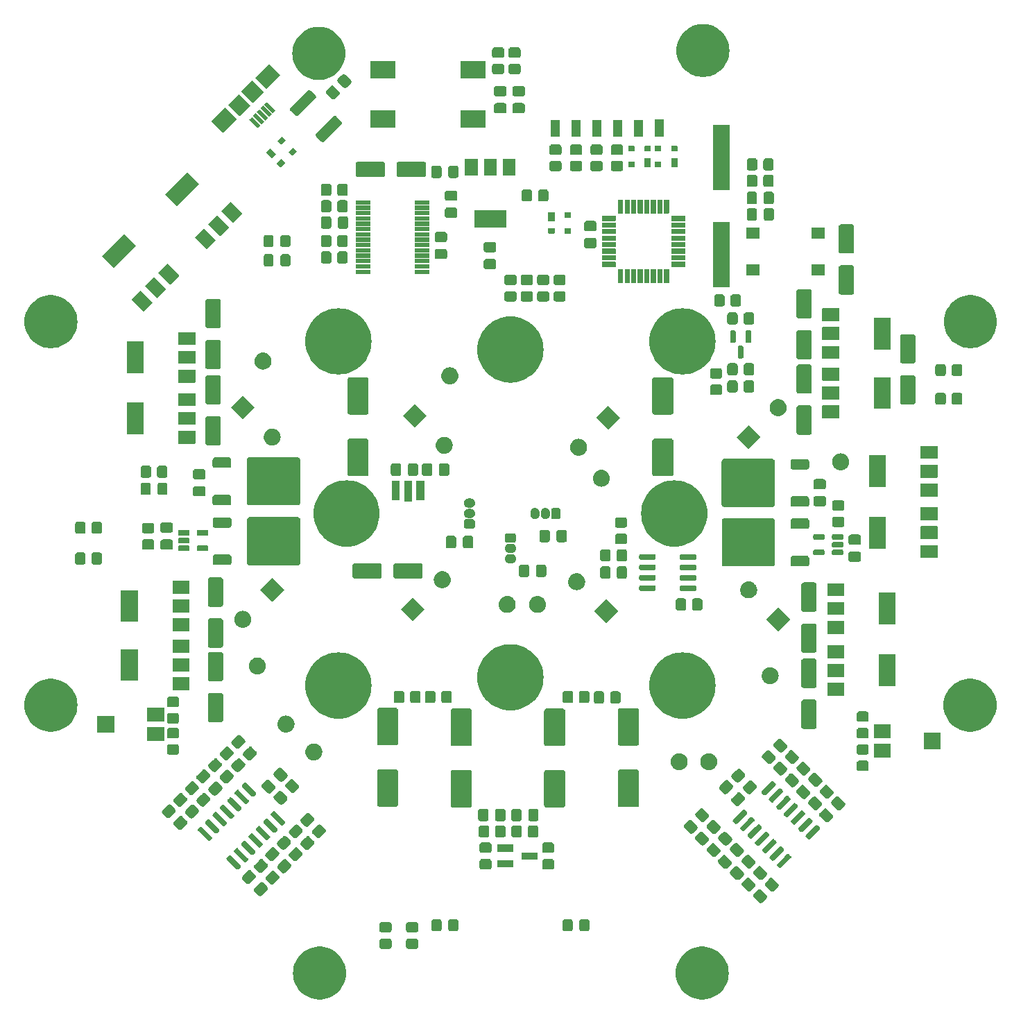
<source format=gbr>
%TF.GenerationSoftware,KiCad,Pcbnew,7.0.6*%
%TF.CreationDate,2023-08-11T13:22:00+02:00*%
%TF.ProjectId,MagLev,4d61674c-6576-42e6-9b69-6361645f7063,rev?*%
%TF.SameCoordinates,Original*%
%TF.FileFunction,Soldermask,Top*%
%TF.FilePolarity,Negative*%
%FSLAX46Y46*%
G04 Gerber Fmt 4.6, Leading zero omitted, Abs format (unit mm)*
G04 Created by KiCad (PCBNEW 7.0.6) date 2023-08-11 13:22:00*
%MOMM*%
%LPD*%
G01*
G04 APERTURE LIST*
G04 APERTURE END LIST*
G36*
X129623850Y-154504656D02*
G01*
X129966257Y-154580025D01*
X130298507Y-154691973D01*
X130616707Y-154839188D01*
X130917124Y-155019943D01*
X131196237Y-155232119D01*
X131450773Y-155473229D01*
X131677749Y-155740446D01*
X131874504Y-156030637D01*
X132038729Y-156340399D01*
X132168501Y-156666102D01*
X132262297Y-157003926D01*
X132319019Y-157349911D01*
X132338000Y-157700000D01*
X132319019Y-158050089D01*
X132262297Y-158396074D01*
X132168501Y-158733898D01*
X132038729Y-159059601D01*
X131874504Y-159369363D01*
X131677749Y-159659554D01*
X131450773Y-159926771D01*
X131196237Y-160167881D01*
X130917124Y-160380057D01*
X130616707Y-160560812D01*
X130298507Y-160708027D01*
X129966257Y-160819975D01*
X129623850Y-160895344D01*
X129275302Y-160933251D01*
X128924698Y-160933251D01*
X128576150Y-160895344D01*
X128233743Y-160819975D01*
X127901493Y-160708027D01*
X127583293Y-160560812D01*
X127282876Y-160380057D01*
X127003763Y-160167881D01*
X126749227Y-159926771D01*
X126522251Y-159659554D01*
X126325496Y-159369363D01*
X126161271Y-159059601D01*
X126031499Y-158733898D01*
X125937703Y-158396074D01*
X125880981Y-158050089D01*
X125862000Y-157700000D01*
X125880981Y-157349911D01*
X125937703Y-157003926D01*
X126031499Y-156666102D01*
X126161271Y-156340399D01*
X126325496Y-156030637D01*
X126522251Y-155740446D01*
X126749227Y-155473229D01*
X127003763Y-155232119D01*
X127282876Y-155019943D01*
X127583293Y-154839188D01*
X127901493Y-154691973D01*
X128233743Y-154580025D01*
X128576150Y-154504656D01*
X128924698Y-154466749D01*
X129275302Y-154466749D01*
X129623850Y-154504656D01*
G37*
G36*
X176323850Y-154504656D02*
G01*
X176666257Y-154580025D01*
X176998507Y-154691973D01*
X177316707Y-154839188D01*
X177617124Y-155019943D01*
X177896237Y-155232119D01*
X178150773Y-155473229D01*
X178377749Y-155740446D01*
X178574504Y-156030637D01*
X178738729Y-156340399D01*
X178868501Y-156666102D01*
X178962297Y-157003926D01*
X179019019Y-157349911D01*
X179038000Y-157700000D01*
X179019019Y-158050089D01*
X178962297Y-158396074D01*
X178868501Y-158733898D01*
X178738729Y-159059601D01*
X178574504Y-159369363D01*
X178377749Y-159659554D01*
X178150773Y-159926771D01*
X177896237Y-160167881D01*
X177617124Y-160380057D01*
X177316707Y-160560812D01*
X176998507Y-160708027D01*
X176666257Y-160819975D01*
X176323850Y-160895344D01*
X175975302Y-160933251D01*
X175624698Y-160933251D01*
X175276150Y-160895344D01*
X174933743Y-160819975D01*
X174601493Y-160708027D01*
X174283293Y-160560812D01*
X173982876Y-160380057D01*
X173703763Y-160167881D01*
X173449227Y-159926771D01*
X173222251Y-159659554D01*
X173025496Y-159369363D01*
X172861271Y-159059601D01*
X172731499Y-158733898D01*
X172637703Y-158396074D01*
X172580981Y-158050089D01*
X172562000Y-157700000D01*
X172580981Y-157349911D01*
X172637703Y-157003926D01*
X172731499Y-156666102D01*
X172861271Y-156340399D01*
X173025496Y-156030637D01*
X173222251Y-155740446D01*
X173449227Y-155473229D01*
X173703763Y-155232119D01*
X173982876Y-155019943D01*
X174283293Y-154839188D01*
X174601493Y-154691973D01*
X174933743Y-154580025D01*
X175276150Y-154504656D01*
X175624698Y-154466749D01*
X175975302Y-154466749D01*
X176323850Y-154504656D01*
G37*
G36*
X137665938Y-153469650D02*
G01*
X137670653Y-153471732D01*
X137673326Y-153472084D01*
X137706770Y-153487679D01*
X137762759Y-153512401D01*
X137837599Y-153587241D01*
X137862330Y-153643251D01*
X137877915Y-153676673D01*
X137878266Y-153679343D01*
X137880350Y-153684062D01*
X137888000Y-153750000D01*
X137888000Y-154450000D01*
X137880350Y-154515938D01*
X137878266Y-154520656D01*
X137877915Y-154523326D01*
X137862338Y-154556730D01*
X137837599Y-154612759D01*
X137762759Y-154687599D01*
X137706730Y-154712338D01*
X137673326Y-154727915D01*
X137670656Y-154728266D01*
X137665938Y-154730350D01*
X137600000Y-154738000D01*
X136700000Y-154738000D01*
X136634062Y-154730350D01*
X136629343Y-154728266D01*
X136626673Y-154727915D01*
X136593251Y-154712330D01*
X136537241Y-154687599D01*
X136462401Y-154612759D01*
X136437679Y-154556770D01*
X136422084Y-154523326D01*
X136421732Y-154520653D01*
X136419650Y-154515938D01*
X136412000Y-154450000D01*
X136412000Y-153750000D01*
X136419650Y-153684062D01*
X136421732Y-153679346D01*
X136422084Y-153676673D01*
X136437687Y-153643210D01*
X136462401Y-153587241D01*
X136537241Y-153512401D01*
X136593210Y-153487687D01*
X136626673Y-153472084D01*
X136629346Y-153471732D01*
X136634062Y-153469650D01*
X136700000Y-153462000D01*
X137600000Y-153462000D01*
X137665938Y-153469650D01*
G37*
G36*
X140915938Y-153469650D02*
G01*
X140920653Y-153471732D01*
X140923326Y-153472084D01*
X140956770Y-153487679D01*
X141012759Y-153512401D01*
X141087599Y-153587241D01*
X141112330Y-153643251D01*
X141127915Y-153676673D01*
X141128266Y-153679343D01*
X141130350Y-153684062D01*
X141138000Y-153750000D01*
X141138000Y-154450000D01*
X141130350Y-154515938D01*
X141128266Y-154520656D01*
X141127915Y-154523326D01*
X141112338Y-154556730D01*
X141087599Y-154612759D01*
X141012759Y-154687599D01*
X140956730Y-154712338D01*
X140923326Y-154727915D01*
X140920656Y-154728266D01*
X140915938Y-154730350D01*
X140850000Y-154738000D01*
X139950000Y-154738000D01*
X139884062Y-154730350D01*
X139879343Y-154728266D01*
X139876673Y-154727915D01*
X139843251Y-154712330D01*
X139787241Y-154687599D01*
X139712401Y-154612759D01*
X139687679Y-154556770D01*
X139672084Y-154523326D01*
X139671732Y-154520653D01*
X139669650Y-154515938D01*
X139662000Y-154450000D01*
X139662000Y-153750000D01*
X139669650Y-153684062D01*
X139671732Y-153679346D01*
X139672084Y-153676673D01*
X139687687Y-153643210D01*
X139712401Y-153587241D01*
X139787241Y-153512401D01*
X139843210Y-153487687D01*
X139876673Y-153472084D01*
X139879346Y-153471732D01*
X139884062Y-153469650D01*
X139950000Y-153462000D01*
X140850000Y-153462000D01*
X140915938Y-153469650D01*
G37*
G36*
X137665938Y-151469650D02*
G01*
X137670653Y-151471732D01*
X137673326Y-151472084D01*
X137706770Y-151487679D01*
X137762759Y-151512401D01*
X137837599Y-151587241D01*
X137862330Y-151643251D01*
X137877915Y-151676673D01*
X137878266Y-151679343D01*
X137880350Y-151684062D01*
X137888000Y-151750000D01*
X137888000Y-152450000D01*
X137880350Y-152515938D01*
X137878266Y-152520656D01*
X137877915Y-152523326D01*
X137862338Y-152556730D01*
X137837599Y-152612759D01*
X137762759Y-152687599D01*
X137706730Y-152712338D01*
X137673326Y-152727915D01*
X137670656Y-152728266D01*
X137665938Y-152730350D01*
X137600000Y-152738000D01*
X136700000Y-152738000D01*
X136634062Y-152730350D01*
X136629343Y-152728266D01*
X136626673Y-152727915D01*
X136593251Y-152712330D01*
X136537241Y-152687599D01*
X136462401Y-152612759D01*
X136437679Y-152556770D01*
X136422084Y-152523326D01*
X136421732Y-152520653D01*
X136419650Y-152515938D01*
X136412000Y-152450000D01*
X136412000Y-151750000D01*
X136419650Y-151684062D01*
X136421732Y-151679346D01*
X136422084Y-151676673D01*
X136437687Y-151643210D01*
X136462401Y-151587241D01*
X136537241Y-151512401D01*
X136593210Y-151487687D01*
X136626673Y-151472084D01*
X136629346Y-151471732D01*
X136634062Y-151469650D01*
X136700000Y-151462000D01*
X137600000Y-151462000D01*
X137665938Y-151469650D01*
G37*
G36*
X140915938Y-151469650D02*
G01*
X140920653Y-151471732D01*
X140923326Y-151472084D01*
X140956770Y-151487679D01*
X141012759Y-151512401D01*
X141087599Y-151587241D01*
X141112330Y-151643251D01*
X141127915Y-151676673D01*
X141128266Y-151679343D01*
X141130350Y-151684062D01*
X141138000Y-151750000D01*
X141138000Y-152450000D01*
X141130350Y-152515938D01*
X141128266Y-152520656D01*
X141127915Y-152523326D01*
X141112338Y-152556730D01*
X141087599Y-152612759D01*
X141012759Y-152687599D01*
X140956730Y-152712338D01*
X140923326Y-152727915D01*
X140920656Y-152728266D01*
X140915938Y-152730350D01*
X140850000Y-152738000D01*
X139950000Y-152738000D01*
X139884062Y-152730350D01*
X139879343Y-152728266D01*
X139876673Y-152727915D01*
X139843251Y-152712330D01*
X139787241Y-152687599D01*
X139712401Y-152612759D01*
X139687679Y-152556770D01*
X139672084Y-152523326D01*
X139671732Y-152520653D01*
X139669650Y-152515938D01*
X139662000Y-152450000D01*
X139662000Y-151750000D01*
X139669650Y-151684062D01*
X139671732Y-151679346D01*
X139672084Y-151676673D01*
X139687687Y-151643210D01*
X139712401Y-151587241D01*
X139787241Y-151512401D01*
X139843210Y-151487687D01*
X139876673Y-151472084D01*
X139879346Y-151471732D01*
X139884062Y-151469650D01*
X139950000Y-151462000D01*
X140850000Y-151462000D01*
X140915938Y-151469650D01*
G37*
G36*
X143765938Y-151119650D02*
G01*
X143770653Y-151121732D01*
X143773326Y-151122084D01*
X143806770Y-151137679D01*
X143862759Y-151162401D01*
X143937599Y-151237241D01*
X143962330Y-151293251D01*
X143977915Y-151326673D01*
X143978266Y-151329343D01*
X143980350Y-151334062D01*
X143988000Y-151400000D01*
X143988000Y-152300000D01*
X143980350Y-152365938D01*
X143978266Y-152370656D01*
X143977915Y-152373326D01*
X143962338Y-152406730D01*
X143937599Y-152462759D01*
X143862759Y-152537599D01*
X143806730Y-152562338D01*
X143773326Y-152577915D01*
X143770656Y-152578266D01*
X143765938Y-152580350D01*
X143700000Y-152588000D01*
X143050000Y-152588000D01*
X142984062Y-152580350D01*
X142979343Y-152578266D01*
X142976673Y-152577915D01*
X142943251Y-152562330D01*
X142887241Y-152537599D01*
X142812401Y-152462759D01*
X142787679Y-152406770D01*
X142772084Y-152373326D01*
X142771732Y-152370653D01*
X142769650Y-152365938D01*
X142762000Y-152300000D01*
X142762000Y-151400000D01*
X142769650Y-151334062D01*
X142771732Y-151329346D01*
X142772084Y-151326673D01*
X142787687Y-151293210D01*
X142812401Y-151237241D01*
X142887241Y-151162401D01*
X142943210Y-151137687D01*
X142976673Y-151122084D01*
X142979346Y-151121732D01*
X142984062Y-151119650D01*
X143050000Y-151112000D01*
X143700000Y-151112000D01*
X143765938Y-151119650D01*
G37*
G36*
X145815938Y-151119650D02*
G01*
X145820653Y-151121732D01*
X145823326Y-151122084D01*
X145856770Y-151137679D01*
X145912759Y-151162401D01*
X145987599Y-151237241D01*
X146012330Y-151293251D01*
X146027915Y-151326673D01*
X146028266Y-151329343D01*
X146030350Y-151334062D01*
X146038000Y-151400000D01*
X146038000Y-152300000D01*
X146030350Y-152365938D01*
X146028266Y-152370656D01*
X146027915Y-152373326D01*
X146012338Y-152406730D01*
X145987599Y-152462759D01*
X145912759Y-152537599D01*
X145856730Y-152562338D01*
X145823326Y-152577915D01*
X145820656Y-152578266D01*
X145815938Y-152580350D01*
X145750000Y-152588000D01*
X145100000Y-152588000D01*
X145034062Y-152580350D01*
X145029343Y-152578266D01*
X145026673Y-152577915D01*
X144993251Y-152562330D01*
X144937241Y-152537599D01*
X144862401Y-152462759D01*
X144837679Y-152406770D01*
X144822084Y-152373326D01*
X144821732Y-152370653D01*
X144819650Y-152365938D01*
X144812000Y-152300000D01*
X144812000Y-151400000D01*
X144819650Y-151334062D01*
X144821732Y-151329346D01*
X144822084Y-151326673D01*
X144837687Y-151293210D01*
X144862401Y-151237241D01*
X144937241Y-151162401D01*
X144993210Y-151137687D01*
X145026673Y-151122084D01*
X145029346Y-151121732D01*
X145034062Y-151119650D01*
X145100000Y-151112000D01*
X145750000Y-151112000D01*
X145815938Y-151119650D01*
G37*
G36*
X159765938Y-151119650D02*
G01*
X159770653Y-151121732D01*
X159773326Y-151122084D01*
X159806770Y-151137679D01*
X159862759Y-151162401D01*
X159937599Y-151237241D01*
X159962330Y-151293251D01*
X159977915Y-151326673D01*
X159978266Y-151329343D01*
X159980350Y-151334062D01*
X159988000Y-151400000D01*
X159988000Y-152300000D01*
X159980350Y-152365938D01*
X159978266Y-152370656D01*
X159977915Y-152373326D01*
X159962338Y-152406730D01*
X159937599Y-152462759D01*
X159862759Y-152537599D01*
X159806730Y-152562338D01*
X159773326Y-152577915D01*
X159770656Y-152578266D01*
X159765938Y-152580350D01*
X159700000Y-152588000D01*
X159050000Y-152588000D01*
X158984062Y-152580350D01*
X158979343Y-152578266D01*
X158976673Y-152577915D01*
X158943251Y-152562330D01*
X158887241Y-152537599D01*
X158812401Y-152462759D01*
X158787679Y-152406770D01*
X158772084Y-152373326D01*
X158771732Y-152370653D01*
X158769650Y-152365938D01*
X158762000Y-152300000D01*
X158762000Y-151400000D01*
X158769650Y-151334062D01*
X158771732Y-151329346D01*
X158772084Y-151326673D01*
X158787687Y-151293210D01*
X158812401Y-151237241D01*
X158887241Y-151162401D01*
X158943210Y-151137687D01*
X158976673Y-151122084D01*
X158979346Y-151121732D01*
X158984062Y-151119650D01*
X159050000Y-151112000D01*
X159700000Y-151112000D01*
X159765938Y-151119650D01*
G37*
G36*
X161815938Y-151119650D02*
G01*
X161820653Y-151121732D01*
X161823326Y-151122084D01*
X161856770Y-151137679D01*
X161912759Y-151162401D01*
X161987599Y-151237241D01*
X162012330Y-151293251D01*
X162027915Y-151326673D01*
X162028266Y-151329343D01*
X162030350Y-151334062D01*
X162038000Y-151400000D01*
X162038000Y-152300000D01*
X162030350Y-152365938D01*
X162028266Y-152370656D01*
X162027915Y-152373326D01*
X162012338Y-152406730D01*
X161987599Y-152462759D01*
X161912759Y-152537599D01*
X161856730Y-152562338D01*
X161823326Y-152577915D01*
X161820656Y-152578266D01*
X161815938Y-152580350D01*
X161750000Y-152588000D01*
X161100000Y-152588000D01*
X161034062Y-152580350D01*
X161029343Y-152578266D01*
X161026673Y-152577915D01*
X160993251Y-152562330D01*
X160937241Y-152537599D01*
X160862401Y-152462759D01*
X160837679Y-152406770D01*
X160822084Y-152373326D01*
X160821732Y-152370653D01*
X160819650Y-152365938D01*
X160812000Y-152300000D01*
X160812000Y-151400000D01*
X160819650Y-151334062D01*
X160821732Y-151329346D01*
X160822084Y-151326673D01*
X160837687Y-151293210D01*
X160862401Y-151237241D01*
X160937241Y-151162401D01*
X160993210Y-151137687D01*
X161026673Y-151122084D01*
X161029346Y-151121732D01*
X161034062Y-151119650D01*
X161100000Y-151112000D01*
X161750000Y-151112000D01*
X161815938Y-151119650D01*
G37*
G36*
X182920195Y-147492486D02*
G01*
X182954820Y-147505089D01*
X182956954Y-147506726D01*
X182961764Y-147508590D01*
X183013798Y-147549806D01*
X183650194Y-148186202D01*
X183691410Y-148238236D01*
X183693273Y-148243046D01*
X183694910Y-148245179D01*
X183707508Y-148279792D01*
X183729643Y-148336929D01*
X183729643Y-148442769D01*
X183707500Y-148499926D01*
X183694910Y-148534517D01*
X183693274Y-148536648D01*
X183691410Y-148541461D01*
X183650194Y-148593495D01*
X183155219Y-149088470D01*
X183103185Y-149129686D01*
X183098372Y-149131550D01*
X183096241Y-149133186D01*
X183061650Y-149145776D01*
X183004493Y-149167919D01*
X182898653Y-149167919D01*
X182841510Y-149145782D01*
X182806903Y-149133186D01*
X182804770Y-149131549D01*
X182799960Y-149129686D01*
X182747926Y-149088470D01*
X182111530Y-148452074D01*
X182070314Y-148400040D01*
X182068450Y-148395230D01*
X182066813Y-148393096D01*
X182054210Y-148358471D01*
X182032081Y-148301347D01*
X182032081Y-148195507D01*
X182054207Y-148138391D01*
X182066813Y-148103758D01*
X182068451Y-148101622D01*
X182070314Y-148096815D01*
X182111530Y-148044781D01*
X182469865Y-147686446D01*
X182604191Y-147552119D01*
X182604195Y-147552115D01*
X182606505Y-147549806D01*
X182658539Y-147508590D01*
X182663346Y-147506727D01*
X182665482Y-147505089D01*
X182700110Y-147492485D01*
X182757231Y-147470357D01*
X182863071Y-147470357D01*
X182920195Y-147492486D01*
G37*
G36*
X122138117Y-146609062D02*
G01*
X122172736Y-146621662D01*
X122174870Y-146623300D01*
X122179682Y-146625164D01*
X122231717Y-146666380D01*
X122709014Y-147143677D01*
X122750230Y-147195712D01*
X122752093Y-147200522D01*
X122753730Y-147202655D01*
X122766322Y-147237251D01*
X122788463Y-147294404D01*
X122788463Y-147400244D01*
X122766314Y-147457417D01*
X122753730Y-147491992D01*
X122752094Y-147494123D01*
X122750230Y-147498936D01*
X122709014Y-147550971D01*
X122037263Y-148222722D01*
X121985228Y-148263938D01*
X121980415Y-148265802D01*
X121978284Y-148267438D01*
X121943703Y-148280024D01*
X121886536Y-148302171D01*
X121780696Y-148302171D01*
X121723551Y-148280033D01*
X121688949Y-148267439D01*
X121686815Y-148265802D01*
X121682004Y-148263938D01*
X121629969Y-148222722D01*
X121152672Y-147745425D01*
X121111456Y-147693390D01*
X121109592Y-147688580D01*
X121107955Y-147686446D01*
X121095359Y-147651838D01*
X121073223Y-147594698D01*
X121073223Y-147488858D01*
X121095355Y-147431727D01*
X121107955Y-147397109D01*
X121109593Y-147394973D01*
X121111456Y-147390166D01*
X121152672Y-147338131D01*
X121824423Y-146666380D01*
X121876458Y-146625164D01*
X121881265Y-146623301D01*
X121883401Y-146621663D01*
X121918019Y-146609063D01*
X121975150Y-146586931D01*
X122080990Y-146586931D01*
X122138117Y-146609062D01*
G37*
G36*
X181505981Y-146078272D02*
G01*
X181540606Y-146090875D01*
X181542740Y-146092512D01*
X181547550Y-146094376D01*
X181599584Y-146135592D01*
X182235980Y-146771988D01*
X182277196Y-146824022D01*
X182279059Y-146828832D01*
X182280696Y-146830965D01*
X182293294Y-146865578D01*
X182315429Y-146922715D01*
X182315429Y-147028555D01*
X182293286Y-147085712D01*
X182280696Y-147120303D01*
X182279060Y-147122434D01*
X182277196Y-147127247D01*
X182235980Y-147179281D01*
X181741005Y-147674256D01*
X181688971Y-147715472D01*
X181684158Y-147717336D01*
X181682027Y-147718972D01*
X181647436Y-147731562D01*
X181590279Y-147753705D01*
X181484439Y-147753705D01*
X181427296Y-147731568D01*
X181392689Y-147718972D01*
X181390556Y-147717335D01*
X181385746Y-147715472D01*
X181333712Y-147674256D01*
X180697316Y-147037860D01*
X180656100Y-146985826D01*
X180654236Y-146981016D01*
X180652599Y-146978882D01*
X180639996Y-146944257D01*
X180617867Y-146887133D01*
X180617867Y-146781293D01*
X180639993Y-146724177D01*
X180652599Y-146689544D01*
X180654237Y-146687408D01*
X180656100Y-146682601D01*
X180697316Y-146630567D01*
X181049704Y-146278179D01*
X181189977Y-146137905D01*
X181189981Y-146137901D01*
X181192291Y-146135592D01*
X181244325Y-146094376D01*
X181249132Y-146092513D01*
X181251268Y-146090875D01*
X181285896Y-146078271D01*
X181343017Y-146056143D01*
X181448857Y-146056143D01*
X181505981Y-146078272D01*
G37*
G36*
X184334409Y-146078272D02*
G01*
X184369034Y-146090875D01*
X184371168Y-146092512D01*
X184375978Y-146094376D01*
X184428012Y-146135592D01*
X185064408Y-146771988D01*
X185105624Y-146824022D01*
X185107487Y-146828832D01*
X185109124Y-146830965D01*
X185121722Y-146865578D01*
X185143857Y-146922715D01*
X185143857Y-147028555D01*
X185121714Y-147085712D01*
X185109124Y-147120303D01*
X185107488Y-147122434D01*
X185105624Y-147127247D01*
X185064408Y-147179281D01*
X184569433Y-147674256D01*
X184517399Y-147715472D01*
X184512586Y-147717336D01*
X184510455Y-147718972D01*
X184475864Y-147731562D01*
X184418707Y-147753705D01*
X184312867Y-147753705D01*
X184255724Y-147731568D01*
X184221117Y-147718972D01*
X184218984Y-147717335D01*
X184214174Y-147715472D01*
X184162140Y-147674256D01*
X183525744Y-147037860D01*
X183484528Y-146985826D01*
X183482664Y-146981016D01*
X183481027Y-146978882D01*
X183468424Y-146944257D01*
X183446295Y-146887133D01*
X183446295Y-146781293D01*
X183468421Y-146724177D01*
X183481027Y-146689544D01*
X183482665Y-146687408D01*
X183484528Y-146682601D01*
X183525744Y-146630567D01*
X183878132Y-146278179D01*
X184018405Y-146137905D01*
X184018409Y-146137901D01*
X184020719Y-146135592D01*
X184072753Y-146094376D01*
X184077560Y-146092513D01*
X184079696Y-146090875D01*
X184114324Y-146078271D01*
X184171445Y-146056143D01*
X184277285Y-146056143D01*
X184334409Y-146078272D01*
G37*
G36*
X123525817Y-145203690D02*
G01*
X123560435Y-145216290D01*
X123562569Y-145217927D01*
X123567379Y-145219791D01*
X123619413Y-145261007D01*
X124114388Y-145755982D01*
X124155604Y-145808016D01*
X124157467Y-145812826D01*
X124159104Y-145814959D01*
X124171700Y-145849565D01*
X124193837Y-145906708D01*
X124193837Y-146012548D01*
X124171696Y-146069699D01*
X124159104Y-146104297D01*
X124157468Y-146106428D01*
X124155604Y-146111241D01*
X124114388Y-146163275D01*
X123477992Y-146799671D01*
X123425958Y-146840887D01*
X123421145Y-146842751D01*
X123419014Y-146844387D01*
X123384416Y-146856979D01*
X123327265Y-146879120D01*
X123221425Y-146879120D01*
X123164277Y-146856981D01*
X123129676Y-146844387D01*
X123127543Y-146842750D01*
X123122733Y-146840887D01*
X123070699Y-146799671D01*
X122575724Y-146304696D01*
X122534508Y-146252662D01*
X122532644Y-146247852D01*
X122531007Y-146245718D01*
X122518407Y-146211100D01*
X122496275Y-146153970D01*
X122496275Y-146048130D01*
X122518398Y-145991020D01*
X122531007Y-145956380D01*
X122532645Y-145954244D01*
X122534508Y-145949437D01*
X122575724Y-145897403D01*
X123046454Y-145426673D01*
X123209806Y-145263320D01*
X123209810Y-145263316D01*
X123212120Y-145261007D01*
X123264154Y-145219791D01*
X123268961Y-145217928D01*
X123271097Y-145216290D01*
X123305732Y-145203683D01*
X123362847Y-145181558D01*
X123468687Y-145181558D01*
X123525817Y-145203690D01*
G37*
G36*
X120670871Y-145141816D02*
G01*
X120705490Y-145154416D01*
X120707624Y-145156054D01*
X120712436Y-145157918D01*
X120764471Y-145199134D01*
X121241768Y-145676431D01*
X121282984Y-145728466D01*
X121284847Y-145733276D01*
X121286484Y-145735409D01*
X121299076Y-145770005D01*
X121321217Y-145827158D01*
X121321217Y-145932998D01*
X121299068Y-145990171D01*
X121286484Y-146024746D01*
X121284848Y-146026877D01*
X121282984Y-146031690D01*
X121241768Y-146083725D01*
X120570017Y-146755476D01*
X120517982Y-146796692D01*
X120513169Y-146798556D01*
X120511038Y-146800192D01*
X120476457Y-146812778D01*
X120419290Y-146834925D01*
X120313450Y-146834925D01*
X120256305Y-146812787D01*
X120221703Y-146800193D01*
X120219569Y-146798556D01*
X120214758Y-146796692D01*
X120162723Y-146755476D01*
X119685426Y-146278179D01*
X119644210Y-146226144D01*
X119642346Y-146221334D01*
X119640709Y-146219200D01*
X119628113Y-146184592D01*
X119605977Y-146127452D01*
X119605977Y-146021612D01*
X119628109Y-145964481D01*
X119640709Y-145929863D01*
X119642347Y-145927727D01*
X119644210Y-145922920D01*
X119685426Y-145870885D01*
X120357177Y-145199134D01*
X120409212Y-145157918D01*
X120414019Y-145156055D01*
X120416155Y-145154417D01*
X120450773Y-145141817D01*
X120507904Y-145119685D01*
X120613744Y-145119685D01*
X120670871Y-145141816D01*
G37*
G36*
X180091766Y-144664060D02*
G01*
X180126391Y-144676663D01*
X180128525Y-144678300D01*
X180133335Y-144680164D01*
X180185369Y-144721380D01*
X180821765Y-145357776D01*
X180862981Y-145409810D01*
X180864844Y-145414620D01*
X180866481Y-145416753D01*
X180879079Y-145451366D01*
X180901214Y-145508503D01*
X180901214Y-145614343D01*
X180879071Y-145671500D01*
X180866481Y-145706091D01*
X180864845Y-145708222D01*
X180862981Y-145713035D01*
X180821765Y-145765069D01*
X180326790Y-146260044D01*
X180274756Y-146301260D01*
X180269943Y-146303124D01*
X180267812Y-146304760D01*
X180233221Y-146317350D01*
X180176064Y-146339493D01*
X180070224Y-146339493D01*
X180013081Y-146317356D01*
X179978474Y-146304760D01*
X179976341Y-146303123D01*
X179971531Y-146301260D01*
X179919497Y-146260044D01*
X179283101Y-145623648D01*
X179241885Y-145571614D01*
X179240021Y-145566804D01*
X179238384Y-145564670D01*
X179225781Y-145530045D01*
X179203652Y-145472921D01*
X179203652Y-145367081D01*
X179225778Y-145309965D01*
X179238384Y-145275332D01*
X179240022Y-145273196D01*
X179241885Y-145268389D01*
X179283101Y-145216355D01*
X179642062Y-144857394D01*
X179775762Y-144723693D01*
X179775766Y-144723689D01*
X179778076Y-144721380D01*
X179830110Y-144680164D01*
X179834917Y-144678301D01*
X179837053Y-144676663D01*
X179871681Y-144664059D01*
X179928802Y-144641931D01*
X180034642Y-144641931D01*
X180091766Y-144664060D01*
G37*
G36*
X182920195Y-144664058D02*
G01*
X182954820Y-144676661D01*
X182956954Y-144678298D01*
X182961764Y-144680162D01*
X183013798Y-144721378D01*
X183650194Y-145357774D01*
X183691410Y-145409808D01*
X183693273Y-145414618D01*
X183694910Y-145416751D01*
X183707508Y-145451364D01*
X183729643Y-145508501D01*
X183729643Y-145614341D01*
X183707500Y-145671498D01*
X183694910Y-145706089D01*
X183693274Y-145708220D01*
X183691410Y-145713033D01*
X183650194Y-145765067D01*
X183155219Y-146260042D01*
X183103185Y-146301258D01*
X183098372Y-146303122D01*
X183096241Y-146304758D01*
X183061650Y-146317348D01*
X183004493Y-146339491D01*
X182898653Y-146339491D01*
X182841510Y-146317354D01*
X182806903Y-146304758D01*
X182804770Y-146303121D01*
X182799960Y-146301258D01*
X182747926Y-146260042D01*
X182111530Y-145623646D01*
X182070314Y-145571612D01*
X182068450Y-145566802D01*
X182066813Y-145564668D01*
X182054210Y-145530043D01*
X182032081Y-145472919D01*
X182032081Y-145367079D01*
X182054207Y-145309963D01*
X182066813Y-145275330D01*
X182068451Y-145273194D01*
X182070314Y-145268387D01*
X182111530Y-145216353D01*
X182470489Y-144857394D01*
X182604191Y-144723691D01*
X182604195Y-144723687D01*
X182606505Y-144721378D01*
X182658539Y-144680162D01*
X182663346Y-144678299D01*
X182665482Y-144676661D01*
X182700110Y-144664057D01*
X182757231Y-144641929D01*
X182863071Y-144641929D01*
X182920195Y-144664058D01*
G37*
G36*
X124993060Y-143807153D02*
G01*
X125027679Y-143819753D01*
X125029813Y-143821391D01*
X125034625Y-143823255D01*
X125086660Y-143864471D01*
X125563957Y-144341768D01*
X125605173Y-144393803D01*
X125607036Y-144398613D01*
X125608673Y-144400746D01*
X125621265Y-144435342D01*
X125643406Y-144492495D01*
X125643406Y-144598335D01*
X125621257Y-144655508D01*
X125608673Y-144690083D01*
X125607037Y-144692214D01*
X125605173Y-144697027D01*
X125563957Y-144749062D01*
X124892206Y-145420813D01*
X124840171Y-145462029D01*
X124835358Y-145463893D01*
X124833227Y-145465529D01*
X124798646Y-145478115D01*
X124741479Y-145500262D01*
X124635639Y-145500262D01*
X124578494Y-145478124D01*
X124543892Y-145465530D01*
X124541758Y-145463893D01*
X124536947Y-145462029D01*
X124484912Y-145420813D01*
X124007615Y-144943516D01*
X123966399Y-144891481D01*
X123964535Y-144886671D01*
X123962898Y-144884537D01*
X123950302Y-144849929D01*
X123928166Y-144792789D01*
X123928166Y-144686949D01*
X123950298Y-144629818D01*
X123962898Y-144595200D01*
X123964536Y-144593064D01*
X123966399Y-144588257D01*
X124007615Y-144536222D01*
X124679366Y-143864471D01*
X124731401Y-143823255D01*
X124736208Y-143821392D01*
X124738344Y-143819754D01*
X124772962Y-143807154D01*
X124830093Y-143785022D01*
X124935933Y-143785022D01*
X124993060Y-143807153D01*
G37*
G36*
X122111603Y-143789476D02*
G01*
X122146221Y-143802076D01*
X122148355Y-143803713D01*
X122153165Y-143805577D01*
X122205199Y-143846793D01*
X122700174Y-144341768D01*
X122741390Y-144393802D01*
X122743253Y-144398612D01*
X122744890Y-144400745D01*
X122757480Y-144435336D01*
X122779623Y-144492494D01*
X122779623Y-144598334D01*
X122757476Y-144655501D01*
X122744890Y-144690083D01*
X122743254Y-144692214D01*
X122741390Y-144697027D01*
X122700174Y-144749061D01*
X122063778Y-145385457D01*
X122011744Y-145426673D01*
X122006931Y-145428537D01*
X122004800Y-145430173D01*
X121970202Y-145442765D01*
X121913051Y-145464906D01*
X121807211Y-145464906D01*
X121750063Y-145442767D01*
X121715462Y-145430173D01*
X121713329Y-145428536D01*
X121708519Y-145426673D01*
X121656485Y-145385457D01*
X121161510Y-144890482D01*
X121120294Y-144838448D01*
X121118430Y-144833638D01*
X121116793Y-144831504D01*
X121104193Y-144796886D01*
X121082061Y-144739756D01*
X121082061Y-144633916D01*
X121104184Y-144576806D01*
X121116793Y-144542166D01*
X121118431Y-144540030D01*
X121120294Y-144535223D01*
X121161510Y-144483189D01*
X121632239Y-144012460D01*
X121795592Y-143849106D01*
X121795596Y-143849102D01*
X121797906Y-143846793D01*
X121849940Y-143805577D01*
X121854747Y-143803714D01*
X121856883Y-143802076D01*
X121891518Y-143789469D01*
X121948633Y-143767344D01*
X122054473Y-143767344D01*
X122111603Y-143789476D01*
G37*
G36*
X118206494Y-143325036D02*
G01*
X118267485Y-143365789D01*
X119434211Y-144532515D01*
X119474964Y-144593506D01*
X119489275Y-144665451D01*
X119474964Y-144737396D01*
X119434211Y-144798387D01*
X119222079Y-145010519D01*
X119161088Y-145051272D01*
X119089143Y-145065583D01*
X119017198Y-145051272D01*
X118956207Y-145010519D01*
X117789481Y-143843793D01*
X117748728Y-143782802D01*
X117734417Y-143710857D01*
X117748728Y-143638912D01*
X117789481Y-143577921D01*
X117830050Y-143537352D01*
X117998128Y-143369272D01*
X117998134Y-143369267D01*
X118001613Y-143365789D01*
X118062604Y-143325036D01*
X118134549Y-143310725D01*
X118206494Y-143325036D01*
G37*
G36*
X149878438Y-143769650D02*
G01*
X149883153Y-143771732D01*
X149885826Y-143772084D01*
X149919270Y-143787679D01*
X149975259Y-143812401D01*
X150050099Y-143887241D01*
X150074830Y-143943251D01*
X150090415Y-143976673D01*
X150090766Y-143979343D01*
X150092850Y-143984062D01*
X150100500Y-144050000D01*
X150100500Y-144750000D01*
X150092850Y-144815938D01*
X150090766Y-144820656D01*
X150090415Y-144823326D01*
X150074838Y-144856730D01*
X150050099Y-144912759D01*
X149975259Y-144987599D01*
X149919230Y-145012338D01*
X149885826Y-145027915D01*
X149883156Y-145028266D01*
X149878438Y-145030350D01*
X149812500Y-145038000D01*
X148912500Y-145038000D01*
X148846562Y-145030350D01*
X148841843Y-145028266D01*
X148839173Y-145027915D01*
X148805751Y-145012330D01*
X148749741Y-144987599D01*
X148674901Y-144912759D01*
X148650179Y-144856770D01*
X148634584Y-144823326D01*
X148634232Y-144820653D01*
X148632150Y-144815938D01*
X148624500Y-144750000D01*
X148624500Y-144050000D01*
X148632150Y-143984062D01*
X148634232Y-143979346D01*
X148634584Y-143976673D01*
X148650187Y-143943210D01*
X148674901Y-143887241D01*
X148749741Y-143812401D01*
X148805710Y-143787687D01*
X148839173Y-143772084D01*
X148841846Y-143771732D01*
X148846562Y-143769650D01*
X148912500Y-143762000D01*
X149812500Y-143762000D01*
X149878438Y-143769650D01*
G37*
G36*
X157515938Y-143769650D02*
G01*
X157520653Y-143771732D01*
X157523326Y-143772084D01*
X157556770Y-143787679D01*
X157612759Y-143812401D01*
X157687599Y-143887241D01*
X157712330Y-143943251D01*
X157727915Y-143976673D01*
X157728266Y-143979343D01*
X157730350Y-143984062D01*
X157738000Y-144050000D01*
X157738000Y-144750000D01*
X157730350Y-144815938D01*
X157728266Y-144820656D01*
X157727915Y-144823326D01*
X157712338Y-144856730D01*
X157687599Y-144912759D01*
X157612759Y-144987599D01*
X157556730Y-145012338D01*
X157523326Y-145027915D01*
X157520656Y-145028266D01*
X157515938Y-145030350D01*
X157450000Y-145038000D01*
X156550000Y-145038000D01*
X156484062Y-145030350D01*
X156479343Y-145028266D01*
X156476673Y-145027915D01*
X156443251Y-145012330D01*
X156387241Y-144987599D01*
X156312401Y-144912759D01*
X156287679Y-144856770D01*
X156272084Y-144823326D01*
X156271732Y-144820653D01*
X156269650Y-144815938D01*
X156262000Y-144750000D01*
X156262000Y-144050000D01*
X156269650Y-143984062D01*
X156271732Y-143979346D01*
X156272084Y-143976673D01*
X156287687Y-143943210D01*
X156312401Y-143887241D01*
X156387241Y-143812401D01*
X156443210Y-143787687D01*
X156476673Y-143772084D01*
X156479346Y-143771732D01*
X156484062Y-143769650D01*
X156550000Y-143762000D01*
X157450000Y-143762000D01*
X157515938Y-143769650D01*
G37*
G36*
X178598020Y-143294047D02*
G01*
X178632628Y-143306643D01*
X178634762Y-143308280D01*
X178639572Y-143310144D01*
X178691607Y-143351360D01*
X179363358Y-144023111D01*
X179404574Y-144075146D01*
X179406437Y-144079956D01*
X179408074Y-144082089D01*
X179420664Y-144116680D01*
X179442807Y-144173838D01*
X179442807Y-144279678D01*
X179420663Y-144336838D01*
X179408075Y-144371424D01*
X179406438Y-144373556D01*
X179404574Y-144378370D01*
X179363358Y-144430405D01*
X178886061Y-144907702D01*
X178834026Y-144948918D01*
X178829213Y-144950782D01*
X178827082Y-144952418D01*
X178792496Y-144965006D01*
X178735334Y-144987151D01*
X178629494Y-144987151D01*
X178572336Y-144965008D01*
X178537745Y-144952418D01*
X178535612Y-144950781D01*
X178530802Y-144948918D01*
X178478767Y-144907702D01*
X177807016Y-144235951D01*
X177765800Y-144183916D01*
X177763936Y-144179106D01*
X177762299Y-144176972D01*
X177749705Y-144142370D01*
X177727567Y-144085224D01*
X177727567Y-143979384D01*
X177749694Y-143922266D01*
X177762298Y-143887637D01*
X177763936Y-143885501D01*
X177765800Y-143880692D01*
X177807016Y-143828657D01*
X178159404Y-143476269D01*
X178281999Y-143353673D01*
X178282003Y-143353669D01*
X178284313Y-143351360D01*
X178336348Y-143310144D01*
X178341155Y-143308281D01*
X178343291Y-143306643D01*
X178377914Y-143294041D01*
X178435040Y-143271911D01*
X178540880Y-143271911D01*
X178598020Y-143294047D01*
G37*
G36*
X181505980Y-143249846D02*
G01*
X181540605Y-143262449D01*
X181542739Y-143264086D01*
X181547549Y-143265950D01*
X181599583Y-143307166D01*
X182235979Y-143943562D01*
X182277195Y-143995596D01*
X182279058Y-144000406D01*
X182280695Y-144002539D01*
X182293293Y-144037152D01*
X182315428Y-144094289D01*
X182315428Y-144200129D01*
X182293285Y-144257286D01*
X182280695Y-144291877D01*
X182279059Y-144294008D01*
X182277195Y-144298821D01*
X182235979Y-144350855D01*
X181741004Y-144845830D01*
X181688970Y-144887046D01*
X181684157Y-144888910D01*
X181682026Y-144890546D01*
X181647435Y-144903136D01*
X181590278Y-144925279D01*
X181484438Y-144925279D01*
X181427295Y-144903142D01*
X181392688Y-144890546D01*
X181390555Y-144888909D01*
X181385745Y-144887046D01*
X181333711Y-144845830D01*
X180697315Y-144209434D01*
X180656099Y-144157400D01*
X180654235Y-144152590D01*
X180652598Y-144150456D01*
X180639995Y-144115831D01*
X180617866Y-144058707D01*
X180617866Y-143952867D01*
X180639992Y-143895751D01*
X180652598Y-143861118D01*
X180654236Y-143858982D01*
X180656099Y-143854175D01*
X180697315Y-143802141D01*
X181061418Y-143438038D01*
X181189976Y-143309479D01*
X181189980Y-143309475D01*
X181192290Y-143307166D01*
X181244324Y-143265950D01*
X181249131Y-143264087D01*
X181251267Y-143262449D01*
X181285895Y-143249845D01*
X181343016Y-143227717D01*
X181448856Y-143227717D01*
X181505980Y-143249846D01*
G37*
G36*
X186353990Y-143132063D02*
G01*
X186414981Y-143172816D01*
X186469882Y-143227717D01*
X186623629Y-143381463D01*
X186623631Y-143381466D01*
X186627113Y-143384948D01*
X186667866Y-143445939D01*
X186682177Y-143517884D01*
X186667866Y-143589829D01*
X186627113Y-143650820D01*
X185460387Y-144817546D01*
X185399396Y-144858299D01*
X185327451Y-144872610D01*
X185255506Y-144858299D01*
X185194515Y-144817546D01*
X185042420Y-144665451D01*
X184985866Y-144608898D01*
X184985863Y-144608894D01*
X184982383Y-144605414D01*
X184941630Y-144544423D01*
X184927319Y-144472478D01*
X184941630Y-144400533D01*
X184982383Y-144339542D01*
X185845656Y-143476269D01*
X186145627Y-143176297D01*
X186145630Y-143176294D01*
X186149109Y-143172816D01*
X186210100Y-143132063D01*
X186282045Y-143117752D01*
X186353990Y-143132063D01*
G37*
G36*
X152727042Y-143914893D02*
G01*
X152739370Y-143923130D01*
X152747607Y-143935458D01*
X152750500Y-143950000D01*
X152750500Y-144750000D01*
X152747607Y-144764542D01*
X152739370Y-144776870D01*
X152727042Y-144785107D01*
X152712500Y-144788000D01*
X150812500Y-144788000D01*
X150797958Y-144785107D01*
X150785630Y-144776870D01*
X150777393Y-144764542D01*
X150774500Y-144750000D01*
X150774500Y-143950000D01*
X150777393Y-143935458D01*
X150785630Y-143923130D01*
X150797958Y-143914893D01*
X150812500Y-143912000D01*
X152712500Y-143912000D01*
X152727042Y-143914893D01*
G37*
G36*
X119104520Y-142427011D02*
G01*
X119165511Y-142467764D01*
X120332237Y-143634490D01*
X120372990Y-143695481D01*
X120387301Y-143767426D01*
X120372990Y-143839371D01*
X120332237Y-143900362D01*
X120120105Y-144112494D01*
X120059114Y-144153247D01*
X119987169Y-144167558D01*
X119915224Y-144153247D01*
X119854233Y-144112494D01*
X118687507Y-142945768D01*
X118646754Y-142884777D01*
X118632443Y-142812832D01*
X118646754Y-142740887D01*
X118687507Y-142679896D01*
X118739141Y-142628262D01*
X118896154Y-142471247D01*
X118896160Y-142471242D01*
X118899639Y-142467764D01*
X118960630Y-142427011D01*
X119032575Y-142412700D01*
X119104520Y-142427011D01*
G37*
G36*
X126354245Y-142375263D02*
G01*
X126388863Y-142387863D01*
X126390997Y-142389500D01*
X126395807Y-142391364D01*
X126447841Y-142432580D01*
X126942816Y-142927555D01*
X126984032Y-142979589D01*
X126985895Y-142984399D01*
X126987532Y-142986532D01*
X127000122Y-143021123D01*
X127022265Y-143078281D01*
X127022265Y-143184121D01*
X127000118Y-143241288D01*
X126987532Y-143275870D01*
X126985896Y-143278001D01*
X126984032Y-143282814D01*
X126942816Y-143334848D01*
X126306420Y-143971244D01*
X126254386Y-144012460D01*
X126249573Y-144014324D01*
X126247442Y-144015960D01*
X126212844Y-144028552D01*
X126155693Y-144050693D01*
X126049853Y-144050693D01*
X125992705Y-144028554D01*
X125958104Y-144015960D01*
X125955971Y-144014323D01*
X125951161Y-144012460D01*
X125899127Y-143971244D01*
X125404152Y-143476269D01*
X125362936Y-143424235D01*
X125361072Y-143419425D01*
X125359435Y-143417291D01*
X125346835Y-143382673D01*
X125324703Y-143325543D01*
X125324703Y-143219703D01*
X125346826Y-143162593D01*
X125359435Y-143127953D01*
X125361073Y-143125817D01*
X125362936Y-143121010D01*
X125404152Y-143068976D01*
X125874882Y-142598246D01*
X126038234Y-142434893D01*
X126038238Y-142434889D01*
X126040548Y-142432580D01*
X126092582Y-142391364D01*
X126097389Y-142389501D01*
X126099525Y-142387863D01*
X126134160Y-142375256D01*
X126191275Y-142353131D01*
X126297115Y-142353131D01*
X126354245Y-142375263D01*
G37*
G36*
X123525814Y-142339907D02*
G01*
X123560433Y-142352507D01*
X123562567Y-142354145D01*
X123567379Y-142356009D01*
X123619414Y-142397225D01*
X124096711Y-142874522D01*
X124137927Y-142926557D01*
X124139790Y-142931367D01*
X124141427Y-142933500D01*
X124154013Y-142968081D01*
X124176160Y-143025249D01*
X124176160Y-143131089D01*
X124154005Y-143188277D01*
X124141427Y-143222837D01*
X124139791Y-143224968D01*
X124137927Y-143229781D01*
X124096711Y-143281816D01*
X123424960Y-143953567D01*
X123372925Y-143994783D01*
X123368112Y-143996647D01*
X123365981Y-143998283D01*
X123331400Y-144010869D01*
X123274233Y-144033016D01*
X123168393Y-144033016D01*
X123111248Y-144010878D01*
X123076646Y-143998284D01*
X123074512Y-143996647D01*
X123069701Y-143994783D01*
X123017666Y-143953567D01*
X122540369Y-143476270D01*
X122499153Y-143424235D01*
X122497289Y-143419425D01*
X122495652Y-143417291D01*
X122483056Y-143382683D01*
X122460920Y-143325543D01*
X122460920Y-143219703D01*
X122483052Y-143162572D01*
X122495652Y-143127954D01*
X122497290Y-143125818D01*
X122499153Y-143121011D01*
X122540369Y-143068976D01*
X123212120Y-142397225D01*
X123264155Y-142356009D01*
X123268962Y-142354146D01*
X123271098Y-142352508D01*
X123305716Y-142339908D01*
X123362847Y-142317776D01*
X123468687Y-142317776D01*
X123525814Y-142339907D01*
G37*
G36*
X185455964Y-142234038D02*
G01*
X185516955Y-142274791D01*
X185594671Y-142352507D01*
X185725603Y-142483438D01*
X185725605Y-142483441D01*
X185729087Y-142486923D01*
X185769840Y-142547914D01*
X185784151Y-142619859D01*
X185769840Y-142691804D01*
X185729087Y-142752795D01*
X184562361Y-143919521D01*
X184501370Y-143960274D01*
X184429425Y-143974585D01*
X184357480Y-143960274D01*
X184296489Y-143919521D01*
X184144312Y-143767344D01*
X184087840Y-143710873D01*
X184087837Y-143710869D01*
X184084357Y-143707389D01*
X184043604Y-143646398D01*
X184029293Y-143574453D01*
X184043604Y-143502508D01*
X184084357Y-143441517D01*
X184957660Y-142568214D01*
X185247601Y-142278272D01*
X185247604Y-142278269D01*
X185251083Y-142274791D01*
X185312074Y-142234038D01*
X185384019Y-142219727D01*
X185455964Y-142234038D01*
G37*
G36*
X155727042Y-142964893D02*
G01*
X155739370Y-142973130D01*
X155747607Y-142985458D01*
X155750500Y-143000000D01*
X155750500Y-143800000D01*
X155747607Y-143814542D01*
X155739370Y-143826870D01*
X155727042Y-143835107D01*
X155712500Y-143838000D01*
X153812500Y-143838000D01*
X153797958Y-143835107D01*
X153785630Y-143826870D01*
X153777393Y-143814542D01*
X153774500Y-143800000D01*
X153774500Y-143000000D01*
X153777393Y-142985458D01*
X153785630Y-142973130D01*
X153797958Y-142964893D01*
X153812500Y-142962000D01*
X155712500Y-142962000D01*
X155727042Y-142964893D01*
G37*
G36*
X177236822Y-141862149D02*
G01*
X177271447Y-141874752D01*
X177273581Y-141876389D01*
X177278391Y-141878253D01*
X177330425Y-141919469D01*
X177966821Y-142555865D01*
X178008037Y-142607899D01*
X178009900Y-142612709D01*
X178011537Y-142614842D01*
X178024135Y-142649455D01*
X178046270Y-142706592D01*
X178046270Y-142812432D01*
X178024127Y-142869589D01*
X178011537Y-142904180D01*
X178009901Y-142906311D01*
X178008037Y-142911124D01*
X177966821Y-142963158D01*
X177471846Y-143458133D01*
X177419812Y-143499349D01*
X177414999Y-143501213D01*
X177412868Y-143502849D01*
X177378277Y-143515439D01*
X177321120Y-143537582D01*
X177215280Y-143537582D01*
X177158137Y-143515445D01*
X177123530Y-143502849D01*
X177121397Y-143501212D01*
X177116587Y-143499349D01*
X177064553Y-143458133D01*
X176428157Y-142821737D01*
X176386941Y-142769703D01*
X176385077Y-142764893D01*
X176383440Y-142762759D01*
X176370837Y-142728134D01*
X176348708Y-142671010D01*
X176348708Y-142565170D01*
X176370834Y-142508054D01*
X176383440Y-142473421D01*
X176385078Y-142471285D01*
X176386941Y-142466478D01*
X176428157Y-142414444D01*
X176794859Y-142047742D01*
X176920818Y-141921782D01*
X176920822Y-141921778D01*
X176923132Y-141919469D01*
X176975166Y-141878253D01*
X176979973Y-141876390D01*
X176982109Y-141874752D01*
X177016737Y-141862148D01*
X177073858Y-141840020D01*
X177179698Y-141840020D01*
X177236822Y-141862149D01*
G37*
G36*
X180065266Y-141826801D02*
G01*
X180099874Y-141839397D01*
X180102008Y-141841034D01*
X180106818Y-141842898D01*
X180158853Y-141884114D01*
X180830604Y-142555865D01*
X180871820Y-142607900D01*
X180873683Y-142612710D01*
X180875320Y-142614843D01*
X180887910Y-142649434D01*
X180910053Y-142706592D01*
X180910053Y-142812432D01*
X180887909Y-142869592D01*
X180875321Y-142904178D01*
X180873684Y-142906310D01*
X180871820Y-142911124D01*
X180830604Y-142963159D01*
X180353307Y-143440456D01*
X180301272Y-143481672D01*
X180296459Y-143483536D01*
X180294328Y-143485172D01*
X180259742Y-143497760D01*
X180202580Y-143519905D01*
X180096740Y-143519905D01*
X180039582Y-143497762D01*
X180004991Y-143485172D01*
X180002858Y-143483535D01*
X179998048Y-143481672D01*
X179946013Y-143440456D01*
X179274262Y-142768705D01*
X179233046Y-142716670D01*
X179231182Y-142711860D01*
X179229545Y-142709726D01*
X179216951Y-142675124D01*
X179194813Y-142617978D01*
X179194813Y-142512138D01*
X179216940Y-142455020D01*
X179229544Y-142420391D01*
X179231182Y-142418255D01*
X179233046Y-142413446D01*
X179274262Y-142361411D01*
X179625652Y-142010021D01*
X179749245Y-141886427D01*
X179749249Y-141886423D01*
X179751559Y-141884114D01*
X179803594Y-141842898D01*
X179808401Y-141841035D01*
X179810537Y-141839397D01*
X179845160Y-141826795D01*
X179902286Y-141804665D01*
X180008126Y-141804665D01*
X180065266Y-141826801D01*
G37*
G36*
X120002546Y-141528985D02*
G01*
X120063537Y-141569738D01*
X121230263Y-142736464D01*
X121271016Y-142797455D01*
X121285327Y-142869400D01*
X121271016Y-142941345D01*
X121230263Y-143002336D01*
X121018131Y-143214468D01*
X120957140Y-143255221D01*
X120885195Y-143269532D01*
X120813250Y-143255221D01*
X120752259Y-143214468D01*
X119585533Y-142047742D01*
X119544780Y-141986751D01*
X119530469Y-141914806D01*
X119544780Y-141842861D01*
X119585533Y-141781870D01*
X119634091Y-141733312D01*
X119794180Y-141573221D01*
X119794186Y-141573216D01*
X119797665Y-141569738D01*
X119858656Y-141528985D01*
X119930601Y-141514674D01*
X120002546Y-141528985D01*
G37*
G36*
X184557938Y-141336012D02*
G01*
X184618929Y-141376765D01*
X184700429Y-141458265D01*
X184827577Y-141585412D01*
X184827579Y-141585415D01*
X184831061Y-141588897D01*
X184871814Y-141649888D01*
X184886125Y-141721833D01*
X184871814Y-141793778D01*
X184831061Y-141854769D01*
X183664335Y-143021495D01*
X183603344Y-143062248D01*
X183531399Y-143076559D01*
X183459454Y-143062248D01*
X183398463Y-143021495D01*
X183241135Y-142864167D01*
X183189814Y-142812847D01*
X183189811Y-142812843D01*
X183186331Y-142809363D01*
X183145578Y-142748372D01*
X183131267Y-142676427D01*
X183145578Y-142604482D01*
X183186331Y-142543491D01*
X184050857Y-141678965D01*
X184349575Y-141380246D01*
X184349578Y-141380243D01*
X184353057Y-141376765D01*
X184414048Y-141336012D01*
X184485993Y-141321701D01*
X184557938Y-141336012D01*
G37*
G36*
X149878438Y-141769650D02*
G01*
X149883153Y-141771732D01*
X149885826Y-141772084D01*
X149919270Y-141787679D01*
X149975259Y-141812401D01*
X150050099Y-141887241D01*
X150074830Y-141943251D01*
X150090415Y-141976673D01*
X150090766Y-141979343D01*
X150092850Y-141984062D01*
X150100500Y-142050000D01*
X150100500Y-142750000D01*
X150092850Y-142815938D01*
X150090766Y-142820656D01*
X150090415Y-142823326D01*
X150074838Y-142856730D01*
X150050099Y-142912759D01*
X149975259Y-142987599D01*
X149919230Y-143012338D01*
X149885826Y-143027915D01*
X149883156Y-143028266D01*
X149878438Y-143030350D01*
X149812500Y-143038000D01*
X148912500Y-143038000D01*
X148846562Y-143030350D01*
X148841843Y-143028266D01*
X148839173Y-143027915D01*
X148805751Y-143012330D01*
X148749741Y-142987599D01*
X148674901Y-142912759D01*
X148650179Y-142856770D01*
X148634584Y-142823326D01*
X148634232Y-142820653D01*
X148632150Y-142815938D01*
X148624500Y-142750000D01*
X148624500Y-142050000D01*
X148632150Y-141984062D01*
X148634232Y-141979346D01*
X148634584Y-141976673D01*
X148650187Y-141943210D01*
X148674901Y-141887241D01*
X148749741Y-141812401D01*
X148805710Y-141787687D01*
X148839173Y-141772084D01*
X148841846Y-141771732D01*
X148846562Y-141769650D01*
X148912500Y-141762000D01*
X149812500Y-141762000D01*
X149878438Y-141769650D01*
G37*
G36*
X157515938Y-141769650D02*
G01*
X157520653Y-141771732D01*
X157523326Y-141772084D01*
X157556770Y-141787679D01*
X157612759Y-141812401D01*
X157687599Y-141887241D01*
X157712330Y-141943251D01*
X157727915Y-141976673D01*
X157728266Y-141979343D01*
X157730350Y-141984062D01*
X157738000Y-142050000D01*
X157738000Y-142750000D01*
X157730350Y-142815938D01*
X157728266Y-142820656D01*
X157727915Y-142823326D01*
X157712338Y-142856730D01*
X157687599Y-142912759D01*
X157612759Y-142987599D01*
X157556730Y-143012338D01*
X157523326Y-143027915D01*
X157520656Y-143028266D01*
X157515938Y-143030350D01*
X157450000Y-143038000D01*
X156550000Y-143038000D01*
X156484062Y-143030350D01*
X156479343Y-143028266D01*
X156476673Y-143027915D01*
X156443251Y-143012330D01*
X156387241Y-142987599D01*
X156312401Y-142912759D01*
X156287679Y-142856770D01*
X156272084Y-142823326D01*
X156271732Y-142820653D01*
X156269650Y-142815938D01*
X156262000Y-142750000D01*
X156262000Y-142050000D01*
X156269650Y-141984062D01*
X156271732Y-141979346D01*
X156272084Y-141976673D01*
X156287687Y-141943210D01*
X156312401Y-141887241D01*
X156387241Y-141812401D01*
X156443210Y-141787687D01*
X156476673Y-141772084D01*
X156479346Y-141771732D01*
X156484062Y-141769650D01*
X156550000Y-141762000D01*
X157450000Y-141762000D01*
X157515938Y-141769650D01*
G37*
G36*
X152727042Y-142014893D02*
G01*
X152739370Y-142023130D01*
X152747607Y-142035458D01*
X152750500Y-142050000D01*
X152750500Y-142850000D01*
X152747607Y-142864542D01*
X152739370Y-142876870D01*
X152727042Y-142885107D01*
X152712500Y-142888000D01*
X150812500Y-142888000D01*
X150797958Y-142885107D01*
X150785630Y-142876870D01*
X150777393Y-142864542D01*
X150774500Y-142850000D01*
X150774500Y-142050000D01*
X150777393Y-142035458D01*
X150785630Y-142023130D01*
X150797958Y-142014893D01*
X150812500Y-142012000D01*
X152712500Y-142012000D01*
X152727042Y-142014893D01*
G37*
G36*
X127794975Y-140987565D02*
G01*
X127829593Y-141000165D01*
X127831727Y-141001802D01*
X127836537Y-141003666D01*
X127888571Y-141044882D01*
X128383546Y-141539857D01*
X128424762Y-141591891D01*
X128426625Y-141596701D01*
X128428262Y-141598834D01*
X128440858Y-141633440D01*
X128462995Y-141690583D01*
X128462995Y-141796423D01*
X128440854Y-141853574D01*
X128428262Y-141888172D01*
X128426626Y-141890303D01*
X128424762Y-141895116D01*
X128383546Y-141947150D01*
X127747150Y-142583546D01*
X127695116Y-142624762D01*
X127690303Y-142626626D01*
X127688172Y-142628262D01*
X127653574Y-142640854D01*
X127596423Y-142662995D01*
X127490583Y-142662995D01*
X127433435Y-142640856D01*
X127398834Y-142628262D01*
X127396701Y-142626625D01*
X127391891Y-142624762D01*
X127339857Y-142583546D01*
X126844882Y-142088571D01*
X126803666Y-142036537D01*
X126801802Y-142031727D01*
X126800165Y-142029593D01*
X126787565Y-141994975D01*
X126765433Y-141937845D01*
X126765433Y-141832005D01*
X126787556Y-141774895D01*
X126800165Y-141740255D01*
X126801803Y-141738119D01*
X126803666Y-141733312D01*
X126844882Y-141681278D01*
X127319875Y-141206285D01*
X127478964Y-141047195D01*
X127478968Y-141047191D01*
X127481278Y-141044882D01*
X127533312Y-141003666D01*
X127538119Y-141001803D01*
X127540255Y-141000165D01*
X127574890Y-140987558D01*
X127632005Y-140965433D01*
X127737845Y-140965433D01*
X127794975Y-140987565D01*
G37*
G36*
X124940031Y-140961049D02*
G01*
X124974649Y-140973649D01*
X124976783Y-140975286D01*
X124981593Y-140977150D01*
X125033627Y-141018366D01*
X125528602Y-141513341D01*
X125569818Y-141565375D01*
X125571681Y-141570185D01*
X125573318Y-141572318D01*
X125585914Y-141606924D01*
X125608051Y-141664067D01*
X125608051Y-141769907D01*
X125585910Y-141827058D01*
X125573318Y-141861656D01*
X125571682Y-141863787D01*
X125569818Y-141868600D01*
X125528602Y-141920634D01*
X124892206Y-142557030D01*
X124840172Y-142598246D01*
X124835359Y-142600110D01*
X124833228Y-142601746D01*
X124798630Y-142614338D01*
X124741479Y-142636479D01*
X124635639Y-142636479D01*
X124578491Y-142614340D01*
X124543890Y-142601746D01*
X124541757Y-142600109D01*
X124536947Y-142598246D01*
X124484913Y-142557030D01*
X123989938Y-142062055D01*
X123948722Y-142010021D01*
X123946858Y-142005211D01*
X123945221Y-142003077D01*
X123932621Y-141968459D01*
X123910489Y-141911329D01*
X123910489Y-141805489D01*
X123932612Y-141748379D01*
X123945221Y-141713739D01*
X123946859Y-141711603D01*
X123948722Y-141706796D01*
X123989938Y-141654762D01*
X124451015Y-141193685D01*
X124624020Y-141020679D01*
X124624024Y-141020675D01*
X124626334Y-141018366D01*
X124678368Y-140977150D01*
X124683175Y-140975287D01*
X124685311Y-140973649D01*
X124719946Y-140961042D01*
X124777061Y-140938917D01*
X124882901Y-140938917D01*
X124940031Y-140961049D01*
G37*
G36*
X120900571Y-140630959D02*
G01*
X120961562Y-140671712D01*
X122128288Y-141838438D01*
X122169041Y-141899429D01*
X122183352Y-141971374D01*
X122169041Y-142043319D01*
X122128288Y-142104310D01*
X121916156Y-142316442D01*
X121855165Y-142357195D01*
X121783220Y-142371506D01*
X121711275Y-142357195D01*
X121650284Y-142316442D01*
X120483558Y-141149716D01*
X120442805Y-141088725D01*
X120428494Y-141016780D01*
X120442805Y-140944835D01*
X120483558Y-140883844D01*
X120531517Y-140835885D01*
X120692205Y-140675195D01*
X120692211Y-140675190D01*
X120695690Y-140671712D01*
X120756681Y-140630959D01*
X120828626Y-140616648D01*
X120900571Y-140630959D01*
G37*
G36*
X183659913Y-140437986D02*
G01*
X183720904Y-140478739D01*
X183777413Y-140535248D01*
X183929552Y-140687386D01*
X183929554Y-140687389D01*
X183933036Y-140690871D01*
X183973789Y-140751862D01*
X183988100Y-140823807D01*
X183973789Y-140895752D01*
X183933036Y-140956743D01*
X182766310Y-142123469D01*
X182705319Y-142164222D01*
X182633374Y-142178533D01*
X182561429Y-142164222D01*
X182500438Y-142123469D01*
X182348343Y-141971374D01*
X182291789Y-141914821D01*
X182291786Y-141914817D01*
X182288306Y-141911337D01*
X182247553Y-141850346D01*
X182233242Y-141778401D01*
X182247553Y-141706456D01*
X182288306Y-141645465D01*
X183125340Y-140808431D01*
X183451550Y-140482220D01*
X183451553Y-140482217D01*
X183455032Y-140478739D01*
X183516023Y-140437986D01*
X183587968Y-140423675D01*
X183659913Y-140437986D01*
G37*
G36*
X175822609Y-140447936D02*
G01*
X175857234Y-140460539D01*
X175859368Y-140462176D01*
X175864178Y-140464040D01*
X175916212Y-140505256D01*
X176552608Y-141141652D01*
X176593824Y-141193686D01*
X176595687Y-141198496D01*
X176597324Y-141200629D01*
X176609922Y-141235242D01*
X176632057Y-141292379D01*
X176632057Y-141398219D01*
X176609914Y-141455376D01*
X176597324Y-141489967D01*
X176595688Y-141492098D01*
X176593824Y-141496911D01*
X176552608Y-141548945D01*
X176057633Y-142043920D01*
X176005599Y-142085136D01*
X176000786Y-142087000D01*
X175998655Y-142088636D01*
X175964064Y-142101226D01*
X175906907Y-142123369D01*
X175801067Y-142123369D01*
X175743924Y-142101232D01*
X175709317Y-142088636D01*
X175707184Y-142086999D01*
X175702374Y-142085136D01*
X175650340Y-142043920D01*
X175013944Y-141407524D01*
X174972728Y-141355490D01*
X174970864Y-141350680D01*
X174969227Y-141348546D01*
X174956624Y-141313921D01*
X174934495Y-141256797D01*
X174934495Y-141150957D01*
X174956621Y-141093841D01*
X174969227Y-141059208D01*
X174970865Y-141057072D01*
X174972728Y-141052265D01*
X175013944Y-141000231D01*
X175383216Y-140630959D01*
X175506605Y-140507569D01*
X175506609Y-140507565D01*
X175508919Y-140505256D01*
X175560953Y-140464040D01*
X175565760Y-140462177D01*
X175567896Y-140460539D01*
X175602524Y-140447935D01*
X175659645Y-140425807D01*
X175765485Y-140425807D01*
X175822609Y-140447936D01*
G37*
G36*
X178651036Y-140447935D02*
G01*
X178685661Y-140460538D01*
X178687795Y-140462175D01*
X178692605Y-140464039D01*
X178744639Y-140505255D01*
X179381035Y-141141651D01*
X179422251Y-141193685D01*
X179424114Y-141198495D01*
X179425751Y-141200628D01*
X179438349Y-141235241D01*
X179460484Y-141292378D01*
X179460484Y-141398218D01*
X179438341Y-141455375D01*
X179425751Y-141489966D01*
X179424115Y-141492097D01*
X179422251Y-141496910D01*
X179381035Y-141548944D01*
X178886060Y-142043919D01*
X178834026Y-142085135D01*
X178829213Y-142086999D01*
X178827082Y-142088635D01*
X178792491Y-142101225D01*
X178735334Y-142123368D01*
X178629494Y-142123368D01*
X178572351Y-142101231D01*
X178537744Y-142088635D01*
X178535611Y-142086998D01*
X178530801Y-142085135D01*
X178478767Y-142043919D01*
X177842371Y-141407523D01*
X177801155Y-141355489D01*
X177799291Y-141350679D01*
X177797654Y-141348545D01*
X177785051Y-141313920D01*
X177762922Y-141256796D01*
X177762922Y-141150956D01*
X177785048Y-141093840D01*
X177797654Y-141059207D01*
X177799292Y-141057071D01*
X177801155Y-141052264D01*
X177842371Y-141000230D01*
X178211642Y-140630959D01*
X178335032Y-140507568D01*
X178335036Y-140507564D01*
X178337346Y-140505255D01*
X178389380Y-140464039D01*
X178394187Y-140462176D01*
X178396323Y-140460538D01*
X178430951Y-140447934D01*
X178488072Y-140425806D01*
X178593912Y-140425806D01*
X178651036Y-140447935D01*
G37*
G36*
X114706316Y-139824858D02*
G01*
X114767307Y-139865611D01*
X115934033Y-141032337D01*
X115974786Y-141093328D01*
X115989097Y-141165273D01*
X115974786Y-141237218D01*
X115934033Y-141298209D01*
X115721901Y-141510341D01*
X115660910Y-141551094D01*
X115588965Y-141565405D01*
X115517020Y-141551094D01*
X115456029Y-141510341D01*
X114289303Y-140343615D01*
X114248550Y-140282624D01*
X114234239Y-140210679D01*
X114248550Y-140138734D01*
X114289303Y-140077743D01*
X114328141Y-140038905D01*
X114497950Y-139869094D01*
X114497956Y-139869089D01*
X114501435Y-139865611D01*
X114562426Y-139824858D01*
X114634371Y-139810547D01*
X114706316Y-139824858D01*
G37*
G36*
X121798597Y-139732934D02*
G01*
X121859588Y-139773687D01*
X123026314Y-140940413D01*
X123067067Y-141001404D01*
X123081378Y-141073349D01*
X123067067Y-141145294D01*
X123026314Y-141206285D01*
X122814182Y-141418417D01*
X122753191Y-141459170D01*
X122681246Y-141473481D01*
X122609301Y-141459170D01*
X122548310Y-141418417D01*
X121381584Y-140251691D01*
X121340831Y-140190700D01*
X121326520Y-140118755D01*
X121340831Y-140046810D01*
X121381584Y-139985819D01*
X121433071Y-139934332D01*
X121590231Y-139777170D01*
X121590237Y-139777165D01*
X121593716Y-139773687D01*
X121654707Y-139732934D01*
X121726652Y-139718623D01*
X121798597Y-139732934D01*
G37*
G36*
X189854168Y-139631885D02*
G01*
X189915159Y-139672638D01*
X189969959Y-139727438D01*
X190123807Y-139881285D01*
X190123809Y-139881288D01*
X190127291Y-139884770D01*
X190168044Y-139945761D01*
X190182355Y-140017706D01*
X190168044Y-140089651D01*
X190127291Y-140150642D01*
X188960565Y-141317368D01*
X188899574Y-141358121D01*
X188827629Y-141372432D01*
X188755684Y-141358121D01*
X188694693Y-141317368D01*
X188542598Y-141165273D01*
X188486044Y-141108720D01*
X188486041Y-141108716D01*
X188482561Y-141105236D01*
X188441808Y-141044245D01*
X188427497Y-140972300D01*
X188441808Y-140900355D01*
X188482561Y-140839364D01*
X189355131Y-139966794D01*
X189645805Y-139676119D01*
X189645808Y-139676116D01*
X189649287Y-139672638D01*
X189710278Y-139631885D01*
X189782223Y-139617574D01*
X189854168Y-139631885D01*
G37*
G36*
X182761887Y-139539961D02*
G01*
X182822878Y-139580714D01*
X182880215Y-139638051D01*
X183031526Y-139789361D01*
X183031528Y-139789364D01*
X183035010Y-139792846D01*
X183075763Y-139853837D01*
X183090074Y-139925782D01*
X183075763Y-139997727D01*
X183035010Y-140058718D01*
X181868284Y-141225444D01*
X181807293Y-141266197D01*
X181735348Y-141280508D01*
X181663403Y-141266197D01*
X181602412Y-141225444D01*
X181450317Y-141073349D01*
X181393763Y-141016796D01*
X181393760Y-141016792D01*
X181390280Y-141013312D01*
X181349527Y-140952321D01*
X181335216Y-140880376D01*
X181349527Y-140808431D01*
X181390280Y-140747440D01*
X182261047Y-139876673D01*
X182553524Y-139584195D01*
X182553527Y-139584192D01*
X182557006Y-139580714D01*
X182617997Y-139539961D01*
X182689942Y-139525650D01*
X182761887Y-139539961D01*
G37*
G36*
X129209189Y-139573352D02*
G01*
X129243807Y-139585952D01*
X129245941Y-139587589D01*
X129250751Y-139589453D01*
X129302785Y-139630669D01*
X129797760Y-140125644D01*
X129838976Y-140177678D01*
X129840839Y-140182488D01*
X129842476Y-140184621D01*
X129855072Y-140219227D01*
X129877209Y-140276370D01*
X129877209Y-140382210D01*
X129855068Y-140439361D01*
X129842476Y-140473959D01*
X129840840Y-140476090D01*
X129838976Y-140480903D01*
X129797760Y-140532937D01*
X129161364Y-141169333D01*
X129109330Y-141210549D01*
X129104517Y-141212413D01*
X129102386Y-141214049D01*
X129067788Y-141226641D01*
X129010637Y-141248782D01*
X128904797Y-141248782D01*
X128847649Y-141226643D01*
X128813048Y-141214049D01*
X128810915Y-141212412D01*
X128806105Y-141210549D01*
X128754071Y-141169333D01*
X128259096Y-140674358D01*
X128217880Y-140622324D01*
X128216016Y-140617514D01*
X128214379Y-140615380D01*
X128201779Y-140580762D01*
X128179647Y-140523632D01*
X128179647Y-140417792D01*
X128201770Y-140360682D01*
X128214379Y-140326042D01*
X128216017Y-140323906D01*
X128217880Y-140319099D01*
X128259096Y-140267065D01*
X128733315Y-139792846D01*
X128893178Y-139632982D01*
X128893182Y-139632978D01*
X128895492Y-139630669D01*
X128947526Y-139589453D01*
X128952333Y-139587590D01*
X128954469Y-139585952D01*
X128989104Y-139573345D01*
X129046219Y-139551220D01*
X129152059Y-139551220D01*
X129209189Y-139573352D01*
G37*
G36*
X126380761Y-139573351D02*
G01*
X126415379Y-139585951D01*
X126417513Y-139587588D01*
X126422323Y-139589452D01*
X126474357Y-139630668D01*
X126969332Y-140125643D01*
X127010548Y-140177677D01*
X127012411Y-140182487D01*
X127014048Y-140184620D01*
X127026638Y-140219211D01*
X127048781Y-140276369D01*
X127048781Y-140382209D01*
X127026634Y-140439376D01*
X127014048Y-140473958D01*
X127012412Y-140476089D01*
X127010548Y-140480902D01*
X126969332Y-140532936D01*
X126332936Y-141169332D01*
X126280902Y-141210548D01*
X126276089Y-141212412D01*
X126273958Y-141214048D01*
X126239360Y-141226640D01*
X126182209Y-141248781D01*
X126076369Y-141248781D01*
X126019221Y-141226642D01*
X125984620Y-141214048D01*
X125982487Y-141212411D01*
X125977677Y-141210548D01*
X125925643Y-141169332D01*
X125430668Y-140674357D01*
X125389452Y-140622323D01*
X125387588Y-140617513D01*
X125385951Y-140615379D01*
X125373351Y-140580761D01*
X125351219Y-140523631D01*
X125351219Y-140417791D01*
X125373342Y-140360681D01*
X125385951Y-140326041D01*
X125387589Y-140323905D01*
X125389452Y-140319098D01*
X125430668Y-140267064D01*
X125904886Y-139792846D01*
X126064750Y-139632981D01*
X126064754Y-139632977D01*
X126067064Y-139630668D01*
X126119098Y-139589452D01*
X126123905Y-139587589D01*
X126126041Y-139585951D01*
X126160676Y-139573344D01*
X126217791Y-139551219D01*
X126323631Y-139551219D01*
X126380761Y-139573351D01*
G37*
G36*
X149578438Y-139669650D02*
G01*
X149583153Y-139671732D01*
X149585826Y-139672084D01*
X149619270Y-139687679D01*
X149675259Y-139712401D01*
X149750099Y-139787241D01*
X149774830Y-139843251D01*
X149790415Y-139876673D01*
X149790766Y-139879343D01*
X149792850Y-139884062D01*
X149800500Y-139950000D01*
X149800500Y-140850000D01*
X149792850Y-140915938D01*
X149790766Y-140920656D01*
X149790415Y-140923326D01*
X149774838Y-140956730D01*
X149750099Y-141012759D01*
X149675259Y-141087599D01*
X149619230Y-141112338D01*
X149585826Y-141127915D01*
X149583156Y-141128266D01*
X149578438Y-141130350D01*
X149512500Y-141138000D01*
X148812500Y-141138000D01*
X148746562Y-141130350D01*
X148741843Y-141128266D01*
X148739173Y-141127915D01*
X148705751Y-141112330D01*
X148649741Y-141087599D01*
X148574901Y-141012759D01*
X148550167Y-140956743D01*
X148534584Y-140923326D01*
X148534232Y-140920653D01*
X148532150Y-140915938D01*
X148524500Y-140850000D01*
X148524500Y-139950000D01*
X148532150Y-139884062D01*
X148534232Y-139879346D01*
X148534584Y-139876673D01*
X148550187Y-139843210D01*
X148574901Y-139787241D01*
X148649741Y-139712401D01*
X148705710Y-139687687D01*
X148739173Y-139672084D01*
X148741846Y-139671732D01*
X148746562Y-139669650D01*
X148812500Y-139662000D01*
X149512500Y-139662000D01*
X149578438Y-139669650D01*
G37*
G36*
X151578438Y-139669650D02*
G01*
X151583153Y-139671732D01*
X151585826Y-139672084D01*
X151619270Y-139687679D01*
X151675259Y-139712401D01*
X151750099Y-139787241D01*
X151774830Y-139843251D01*
X151790415Y-139876673D01*
X151790766Y-139879343D01*
X151792850Y-139884062D01*
X151800500Y-139950000D01*
X151800500Y-140850000D01*
X151792850Y-140915938D01*
X151790766Y-140920656D01*
X151790415Y-140923326D01*
X151774838Y-140956730D01*
X151750099Y-141012759D01*
X151675259Y-141087599D01*
X151619230Y-141112338D01*
X151585826Y-141127915D01*
X151583156Y-141128266D01*
X151578438Y-141130350D01*
X151512500Y-141138000D01*
X150812500Y-141138000D01*
X150746562Y-141130350D01*
X150741843Y-141128266D01*
X150739173Y-141127915D01*
X150705751Y-141112330D01*
X150649741Y-141087599D01*
X150574901Y-141012759D01*
X150550167Y-140956743D01*
X150534584Y-140923326D01*
X150534232Y-140920653D01*
X150532150Y-140915938D01*
X150524500Y-140850000D01*
X150524500Y-139950000D01*
X150532150Y-139884062D01*
X150534232Y-139879346D01*
X150534584Y-139876673D01*
X150550187Y-139843210D01*
X150574901Y-139787241D01*
X150649741Y-139712401D01*
X150705710Y-139687687D01*
X150739173Y-139672084D01*
X150741846Y-139671732D01*
X150746562Y-139669650D01*
X150812500Y-139662000D01*
X151512500Y-139662000D01*
X151578438Y-139669650D01*
G37*
G36*
X153578438Y-139669650D02*
G01*
X153583153Y-139671732D01*
X153585826Y-139672084D01*
X153619270Y-139687679D01*
X153675259Y-139712401D01*
X153750099Y-139787241D01*
X153774830Y-139843251D01*
X153790415Y-139876673D01*
X153790766Y-139879343D01*
X153792850Y-139884062D01*
X153800500Y-139950000D01*
X153800500Y-140850000D01*
X153792850Y-140915938D01*
X153790766Y-140920656D01*
X153790415Y-140923326D01*
X153774838Y-140956730D01*
X153750099Y-141012759D01*
X153675259Y-141087599D01*
X153619230Y-141112338D01*
X153585826Y-141127915D01*
X153583156Y-141128266D01*
X153578438Y-141130350D01*
X153512500Y-141138000D01*
X152812500Y-141138000D01*
X152746562Y-141130350D01*
X152741843Y-141128266D01*
X152739173Y-141127915D01*
X152705751Y-141112330D01*
X152649741Y-141087599D01*
X152574901Y-141012759D01*
X152550167Y-140956743D01*
X152534584Y-140923326D01*
X152534232Y-140920653D01*
X152532150Y-140915938D01*
X152524500Y-140850000D01*
X152524500Y-139950000D01*
X152532150Y-139884062D01*
X152534232Y-139879346D01*
X152534584Y-139876673D01*
X152550187Y-139843210D01*
X152574901Y-139787241D01*
X152649741Y-139712401D01*
X152705710Y-139687687D01*
X152739173Y-139672084D01*
X152741846Y-139671732D01*
X152746562Y-139669650D01*
X152812500Y-139662000D01*
X153512500Y-139662000D01*
X153578438Y-139669650D01*
G37*
G36*
X155578438Y-139669650D02*
G01*
X155583153Y-139671732D01*
X155585826Y-139672084D01*
X155619270Y-139687679D01*
X155675259Y-139712401D01*
X155750099Y-139787241D01*
X155774830Y-139843251D01*
X155790415Y-139876673D01*
X155790766Y-139879343D01*
X155792850Y-139884062D01*
X155800500Y-139950000D01*
X155800500Y-140850000D01*
X155792850Y-140915938D01*
X155790766Y-140920656D01*
X155790415Y-140923326D01*
X155774838Y-140956730D01*
X155750099Y-141012759D01*
X155675259Y-141087599D01*
X155619230Y-141112338D01*
X155585826Y-141127915D01*
X155583156Y-141128266D01*
X155578438Y-141130350D01*
X155512500Y-141138000D01*
X154812500Y-141138000D01*
X154746562Y-141130350D01*
X154741843Y-141128266D01*
X154739173Y-141127915D01*
X154705751Y-141112330D01*
X154649741Y-141087599D01*
X154574901Y-141012759D01*
X154550167Y-140956743D01*
X154534584Y-140923326D01*
X154534232Y-140920653D01*
X154532150Y-140915938D01*
X154524500Y-140850000D01*
X154524500Y-139950000D01*
X154532150Y-139884062D01*
X154534232Y-139879346D01*
X154534584Y-139876673D01*
X154550187Y-139843210D01*
X154574901Y-139787241D01*
X154649741Y-139712401D01*
X154705710Y-139687687D01*
X154739173Y-139672084D01*
X154741846Y-139671732D01*
X154746562Y-139669650D01*
X154812500Y-139662000D01*
X155512500Y-139662000D01*
X155578438Y-139669650D01*
G37*
G36*
X177236823Y-139033722D02*
G01*
X177271448Y-139046325D01*
X177273582Y-139047962D01*
X177278392Y-139049826D01*
X177330426Y-139091042D01*
X177966822Y-139727438D01*
X178008038Y-139779472D01*
X178009901Y-139784282D01*
X178011538Y-139786415D01*
X178024136Y-139821028D01*
X178046271Y-139878165D01*
X178046271Y-139984005D01*
X178024128Y-140041162D01*
X178011538Y-140075753D01*
X178009902Y-140077884D01*
X178008038Y-140082697D01*
X177966822Y-140134731D01*
X177471847Y-140629706D01*
X177419813Y-140670922D01*
X177415000Y-140672786D01*
X177412869Y-140674422D01*
X177378278Y-140687012D01*
X177321121Y-140709155D01*
X177215281Y-140709155D01*
X177158138Y-140687018D01*
X177123531Y-140674422D01*
X177121398Y-140672785D01*
X177116588Y-140670922D01*
X177064554Y-140629706D01*
X176428158Y-139993310D01*
X176386942Y-139941276D01*
X176385078Y-139936466D01*
X176383441Y-139934332D01*
X176370838Y-139899707D01*
X176348709Y-139842583D01*
X176348709Y-139736743D01*
X176370835Y-139679627D01*
X176383441Y-139644994D01*
X176385079Y-139642858D01*
X176386942Y-139638051D01*
X176428158Y-139586017D01*
X176796915Y-139217260D01*
X176920819Y-139093355D01*
X176920823Y-139093351D01*
X176923133Y-139091042D01*
X176975167Y-139049826D01*
X176979974Y-139047963D01*
X176982110Y-139046325D01*
X177016738Y-139033721D01*
X177073859Y-139011593D01*
X177179699Y-139011593D01*
X177236823Y-139033722D01*
G37*
G36*
X174434912Y-139007206D02*
G01*
X174469537Y-139019809D01*
X174471671Y-139021446D01*
X174476481Y-139023310D01*
X174528515Y-139064526D01*
X175164911Y-139700922D01*
X175206127Y-139752956D01*
X175207990Y-139757766D01*
X175209627Y-139759899D01*
X175222225Y-139794512D01*
X175244360Y-139851649D01*
X175244360Y-139957489D01*
X175222217Y-140014646D01*
X175209627Y-140049237D01*
X175207991Y-140051368D01*
X175206127Y-140056181D01*
X175164911Y-140108215D01*
X174669936Y-140603190D01*
X174617902Y-140644406D01*
X174613089Y-140646270D01*
X174610958Y-140647906D01*
X174576367Y-140660496D01*
X174519210Y-140682639D01*
X174413370Y-140682639D01*
X174356227Y-140660502D01*
X174321620Y-140647906D01*
X174319487Y-140646269D01*
X174314677Y-140644406D01*
X174262643Y-140603190D01*
X173626247Y-139966794D01*
X173585031Y-139914760D01*
X173583167Y-139909950D01*
X173581530Y-139907816D01*
X173568927Y-139873191D01*
X173546798Y-139816067D01*
X173546798Y-139710227D01*
X173568924Y-139653111D01*
X173581530Y-139618478D01*
X173583168Y-139616342D01*
X173585031Y-139611535D01*
X173626247Y-139559501D01*
X173994499Y-139191249D01*
X174118908Y-139066839D01*
X174118912Y-139066835D01*
X174121222Y-139064526D01*
X174173256Y-139023310D01*
X174178063Y-139021447D01*
X174180199Y-139019809D01*
X174214827Y-139007205D01*
X174271948Y-138985077D01*
X174377788Y-138985077D01*
X174434912Y-139007206D01*
G37*
G36*
X115604341Y-138926832D02*
G01*
X115665332Y-138967585D01*
X116832058Y-140134311D01*
X116872811Y-140195302D01*
X116887122Y-140267247D01*
X116872811Y-140339192D01*
X116832058Y-140400183D01*
X116619926Y-140612315D01*
X116558935Y-140653068D01*
X116486990Y-140667379D01*
X116415045Y-140653068D01*
X116354054Y-140612315D01*
X115187328Y-139445589D01*
X115146575Y-139384598D01*
X115132264Y-139312653D01*
X115146575Y-139240708D01*
X115187328Y-139179717D01*
X115232261Y-139134784D01*
X115395975Y-138971068D01*
X115395981Y-138971063D01*
X115399460Y-138967585D01*
X115460451Y-138926832D01*
X115532396Y-138912521D01*
X115604341Y-138926832D01*
G37*
G36*
X122696623Y-138834908D02*
G01*
X122757614Y-138875661D01*
X123924340Y-140042387D01*
X123965093Y-140103378D01*
X123979404Y-140175323D01*
X123965093Y-140247268D01*
X123924340Y-140308259D01*
X123712208Y-140520391D01*
X123651217Y-140561144D01*
X123579272Y-140575455D01*
X123507327Y-140561144D01*
X123446336Y-140520391D01*
X122279610Y-139353665D01*
X122238857Y-139292674D01*
X122224546Y-139220729D01*
X122238857Y-139148784D01*
X122279610Y-139087793D01*
X122329644Y-139037759D01*
X122488257Y-138879144D01*
X122488263Y-138879139D01*
X122491742Y-138875661D01*
X122552733Y-138834908D01*
X122624678Y-138820597D01*
X122696623Y-138834908D01*
G37*
G36*
X188956143Y-138733859D02*
G01*
X189017134Y-138774612D01*
X189077430Y-138834908D01*
X189225782Y-138983259D01*
X189225784Y-138983262D01*
X189229266Y-138986744D01*
X189270019Y-139047735D01*
X189284330Y-139119680D01*
X189270019Y-139191625D01*
X189229266Y-139252616D01*
X188062540Y-140419342D01*
X188001549Y-140460095D01*
X187929604Y-140474406D01*
X187857659Y-140460095D01*
X187796668Y-140419342D01*
X187642077Y-140264751D01*
X187588019Y-140210694D01*
X187588016Y-140210690D01*
X187584536Y-140207210D01*
X187543783Y-140146219D01*
X187529472Y-140074274D01*
X187543783Y-140002329D01*
X187584536Y-139941338D01*
X188445438Y-139080436D01*
X188747780Y-138778093D01*
X188747783Y-138778090D01*
X188751262Y-138774612D01*
X188812253Y-138733859D01*
X188884198Y-138719548D01*
X188956143Y-138733859D01*
G37*
G36*
X181863861Y-138641935D02*
G01*
X181924852Y-138682688D01*
X181992664Y-138750500D01*
X182133500Y-138891335D01*
X182133502Y-138891338D01*
X182136984Y-138894820D01*
X182177737Y-138955811D01*
X182192048Y-139027756D01*
X182177737Y-139099701D01*
X182136984Y-139160692D01*
X180970258Y-140327418D01*
X180909267Y-140368171D01*
X180837322Y-140382482D01*
X180765377Y-140368171D01*
X180704386Y-140327418D01*
X180548123Y-140171155D01*
X180495737Y-140118770D01*
X180495734Y-140118766D01*
X180492254Y-140115286D01*
X180451501Y-140054295D01*
X180437190Y-139982350D01*
X180451501Y-139910405D01*
X180492254Y-139849414D01*
X181358409Y-138983259D01*
X181655498Y-138686169D01*
X181655501Y-138686166D01*
X181658980Y-138682688D01*
X181719971Y-138641935D01*
X181791916Y-138627624D01*
X181863861Y-138641935D01*
G37*
G36*
X112287868Y-138530458D02*
G01*
X112322486Y-138543058D01*
X112324620Y-138544695D01*
X112329430Y-138546559D01*
X112381464Y-138587775D01*
X112876439Y-139082750D01*
X112917655Y-139134784D01*
X112919518Y-139139594D01*
X112921155Y-139141727D01*
X112933751Y-139176333D01*
X112955888Y-139233476D01*
X112955888Y-139339316D01*
X112933747Y-139396467D01*
X112921155Y-139431065D01*
X112919519Y-139433196D01*
X112917655Y-139438009D01*
X112876439Y-139490043D01*
X112240043Y-140126439D01*
X112188009Y-140167655D01*
X112183196Y-140169519D01*
X112181065Y-140171155D01*
X112146467Y-140183747D01*
X112089316Y-140205888D01*
X111983476Y-140205888D01*
X111926328Y-140183749D01*
X111891727Y-140171155D01*
X111889594Y-140169518D01*
X111884784Y-140167655D01*
X111832750Y-140126439D01*
X111337775Y-139631464D01*
X111296559Y-139579430D01*
X111294695Y-139574620D01*
X111293058Y-139572486D01*
X111280458Y-139537868D01*
X111258326Y-139480738D01*
X111258326Y-139374898D01*
X111280449Y-139317788D01*
X111293058Y-139283148D01*
X111294696Y-139281012D01*
X111296559Y-139276205D01*
X111337775Y-139224171D01*
X111811446Y-138750500D01*
X111971857Y-138590088D01*
X111971861Y-138590084D01*
X111974171Y-138587775D01*
X112026205Y-138546559D01*
X112031012Y-138544696D01*
X112033148Y-138543058D01*
X112067783Y-138530451D01*
X112124898Y-138508326D01*
X112230738Y-138508326D01*
X112287868Y-138530458D01*
G37*
G36*
X127794975Y-138159138D02*
G01*
X127829593Y-138171738D01*
X127831727Y-138173375D01*
X127836537Y-138175239D01*
X127888571Y-138216455D01*
X128383546Y-138711430D01*
X128424762Y-138763464D01*
X128426625Y-138768274D01*
X128428262Y-138770407D01*
X128440858Y-138805013D01*
X128462995Y-138862156D01*
X128462995Y-138967996D01*
X128440854Y-139025147D01*
X128428262Y-139059745D01*
X128426626Y-139061876D01*
X128424762Y-139066689D01*
X128383546Y-139118723D01*
X127747150Y-139755119D01*
X127695116Y-139796335D01*
X127690303Y-139798199D01*
X127688172Y-139799835D01*
X127653574Y-139812427D01*
X127596423Y-139834568D01*
X127490583Y-139834568D01*
X127433435Y-139812429D01*
X127398834Y-139799835D01*
X127396701Y-139798198D01*
X127391891Y-139796335D01*
X127339857Y-139755119D01*
X126844882Y-139260144D01*
X126803666Y-139208110D01*
X126801802Y-139203300D01*
X126800165Y-139201166D01*
X126787565Y-139166548D01*
X126765433Y-139109418D01*
X126765433Y-139003578D01*
X126787556Y-138946468D01*
X126800165Y-138911828D01*
X126801803Y-138909692D01*
X126803666Y-138904885D01*
X126844882Y-138852851D01*
X127303462Y-138394271D01*
X127478964Y-138218768D01*
X127478968Y-138218764D01*
X127481278Y-138216455D01*
X127533312Y-138175239D01*
X127538119Y-138173376D01*
X127540255Y-138171738D01*
X127574890Y-138159131D01*
X127632005Y-138137006D01*
X127737845Y-138137006D01*
X127794975Y-138159138D01*
G37*
G36*
X116502367Y-138028806D02*
G01*
X116563358Y-138069559D01*
X117730084Y-139236285D01*
X117770837Y-139297276D01*
X117785148Y-139369221D01*
X117770837Y-139441166D01*
X117730084Y-139502157D01*
X117517952Y-139714289D01*
X117456961Y-139755042D01*
X117385016Y-139769353D01*
X117313071Y-139755042D01*
X117252080Y-139714289D01*
X116085354Y-138547563D01*
X116044601Y-138486572D01*
X116030290Y-138414627D01*
X116044601Y-138342682D01*
X116085354Y-138281691D01*
X116127073Y-138239972D01*
X116294001Y-138073042D01*
X116294007Y-138073037D01*
X116297486Y-138069559D01*
X116358477Y-138028806D01*
X116430422Y-138014495D01*
X116502367Y-138028806D01*
G37*
G36*
X123594648Y-137936882D02*
G01*
X123655639Y-137977635D01*
X124822365Y-139144361D01*
X124863118Y-139205352D01*
X124877429Y-139277297D01*
X124863118Y-139349242D01*
X124822365Y-139410233D01*
X124610233Y-139622365D01*
X124549242Y-139663118D01*
X124477297Y-139677429D01*
X124405352Y-139663118D01*
X124344361Y-139622365D01*
X123177635Y-138455639D01*
X123136882Y-138394648D01*
X123122571Y-138322703D01*
X123136882Y-138250758D01*
X123177635Y-138189767D01*
X123230396Y-138137006D01*
X123386282Y-137981118D01*
X123386288Y-137981113D01*
X123389767Y-137977635D01*
X123450758Y-137936882D01*
X123522703Y-137922571D01*
X123594648Y-137936882D01*
G37*
G36*
X188058117Y-137835833D02*
G01*
X188119108Y-137876586D01*
X188179404Y-137936882D01*
X188327756Y-138085233D01*
X188327758Y-138085236D01*
X188331240Y-138088718D01*
X188371993Y-138149709D01*
X188386304Y-138221654D01*
X188371993Y-138293599D01*
X188331240Y-138354590D01*
X187164514Y-139521316D01*
X187103523Y-139562069D01*
X187031578Y-139576380D01*
X186959633Y-139562069D01*
X186898642Y-139521316D01*
X186746547Y-139369221D01*
X186689993Y-139312668D01*
X186689990Y-139312664D01*
X186686510Y-139309184D01*
X186645757Y-139248193D01*
X186631446Y-139176248D01*
X186645757Y-139104303D01*
X186686510Y-139043312D01*
X187558084Y-138171738D01*
X187849754Y-137880067D01*
X187849757Y-137880064D01*
X187853236Y-137876586D01*
X187914227Y-137835833D01*
X187986172Y-137821522D01*
X188058117Y-137835833D01*
G37*
G36*
X180965836Y-137743909D02*
G01*
X181026827Y-137784662D01*
X181081934Y-137839769D01*
X181235475Y-137993309D01*
X181235477Y-137993312D01*
X181238959Y-137996794D01*
X181279712Y-138057785D01*
X181294023Y-138129730D01*
X181279712Y-138201675D01*
X181238959Y-138262666D01*
X180072233Y-139429392D01*
X180011242Y-139470145D01*
X179939297Y-139484456D01*
X179867352Y-139470145D01*
X179806361Y-139429392D01*
X179649482Y-139272513D01*
X179597712Y-139220744D01*
X179597709Y-139220740D01*
X179594229Y-139217260D01*
X179553476Y-139156269D01*
X179539165Y-139084324D01*
X179553476Y-139012379D01*
X179594229Y-138951388D01*
X180467476Y-138078141D01*
X180757473Y-137788143D01*
X180757476Y-137788140D01*
X180760955Y-137784662D01*
X180821946Y-137743909D01*
X180893891Y-137729598D01*
X180965836Y-137743909D01*
G37*
G36*
X190951434Y-137614142D02*
G01*
X190986042Y-137626738D01*
X190988176Y-137628375D01*
X190992986Y-137630239D01*
X191045021Y-137671455D01*
X191716772Y-138343206D01*
X191757988Y-138395241D01*
X191759851Y-138400051D01*
X191761488Y-138402184D01*
X191774078Y-138436775D01*
X191796221Y-138493933D01*
X191796221Y-138599773D01*
X191774077Y-138656933D01*
X191761489Y-138691519D01*
X191759852Y-138693651D01*
X191757988Y-138698465D01*
X191716772Y-138750500D01*
X191239475Y-139227797D01*
X191187440Y-139269013D01*
X191182627Y-139270877D01*
X191180496Y-139272513D01*
X191145910Y-139285101D01*
X191088748Y-139307246D01*
X190982908Y-139307246D01*
X190925750Y-139285103D01*
X190891159Y-139272513D01*
X190889026Y-139270876D01*
X190884216Y-139269013D01*
X190832181Y-139227797D01*
X190160430Y-138556046D01*
X190119214Y-138504011D01*
X190117350Y-138499201D01*
X190115713Y-138497067D01*
X190103119Y-138462465D01*
X190080981Y-138405319D01*
X190080981Y-138299479D01*
X190103108Y-138242361D01*
X190115712Y-138207732D01*
X190117350Y-138205596D01*
X190119214Y-138200787D01*
X190160430Y-138148752D01*
X190512804Y-137796378D01*
X190635413Y-137673768D01*
X190635417Y-137673764D01*
X190637727Y-137671455D01*
X190689762Y-137630239D01*
X190694569Y-137628376D01*
X190696705Y-137626738D01*
X190731328Y-137614136D01*
X190788454Y-137592006D01*
X190894294Y-137592006D01*
X190951434Y-137614142D01*
G37*
G36*
X175849126Y-137592992D02*
G01*
X175883751Y-137605595D01*
X175885885Y-137607232D01*
X175890695Y-137609096D01*
X175942729Y-137650312D01*
X176579125Y-138286708D01*
X176620341Y-138338742D01*
X176622204Y-138343552D01*
X176623841Y-138345685D01*
X176636439Y-138380298D01*
X176658574Y-138437435D01*
X176658574Y-138543275D01*
X176636431Y-138600432D01*
X176623841Y-138635023D01*
X176622205Y-138637154D01*
X176620341Y-138641967D01*
X176579125Y-138694001D01*
X176084150Y-139188976D01*
X176032116Y-139230192D01*
X176027303Y-139232056D01*
X176025172Y-139233692D01*
X175990581Y-139246282D01*
X175933424Y-139268425D01*
X175827584Y-139268425D01*
X175770441Y-139246288D01*
X175735834Y-139233692D01*
X175733701Y-139232055D01*
X175728891Y-139230192D01*
X175676857Y-139188976D01*
X175040461Y-138552580D01*
X174999245Y-138500546D01*
X174997381Y-138495736D01*
X174995744Y-138493602D01*
X174983141Y-138458977D01*
X174961012Y-138401853D01*
X174961012Y-138296013D01*
X174983138Y-138238897D01*
X174995744Y-138204264D01*
X174997382Y-138202128D01*
X174999245Y-138197321D01*
X175040461Y-138145287D01*
X175406398Y-137779350D01*
X175533122Y-137652625D01*
X175533126Y-137652621D01*
X175535436Y-137650312D01*
X175587470Y-137609096D01*
X175592277Y-137607233D01*
X175594413Y-137605595D01*
X175629041Y-137592991D01*
X175686162Y-137570863D01*
X175792002Y-137570863D01*
X175849126Y-137592992D01*
G37*
G36*
X149490938Y-137644650D02*
G01*
X149495653Y-137646732D01*
X149498326Y-137647084D01*
X149531770Y-137662679D01*
X149587759Y-137687401D01*
X149662599Y-137762241D01*
X149687330Y-137818251D01*
X149702915Y-137851673D01*
X149703266Y-137854343D01*
X149705350Y-137859062D01*
X149713000Y-137925000D01*
X149713000Y-138875000D01*
X149705350Y-138940938D01*
X149703266Y-138945656D01*
X149702915Y-138948326D01*
X149687338Y-138981730D01*
X149662599Y-139037759D01*
X149587759Y-139112599D01*
X149531730Y-139137338D01*
X149498326Y-139152915D01*
X149495656Y-139153266D01*
X149490938Y-139155350D01*
X149425000Y-139163000D01*
X148750000Y-139163000D01*
X148684062Y-139155350D01*
X148679343Y-139153266D01*
X148676673Y-139152915D01*
X148643251Y-139137330D01*
X148587241Y-139112599D01*
X148512401Y-139037759D01*
X148487679Y-138981770D01*
X148472084Y-138948326D01*
X148471732Y-138945653D01*
X148469650Y-138940938D01*
X148462000Y-138875000D01*
X148462000Y-137925000D01*
X148469650Y-137859062D01*
X148471732Y-137854346D01*
X148472084Y-137851673D01*
X148487687Y-137818210D01*
X148512401Y-137762241D01*
X148587241Y-137687401D01*
X148643210Y-137662687D01*
X148676673Y-137647084D01*
X148679346Y-137646732D01*
X148684062Y-137644650D01*
X148750000Y-137637000D01*
X149425000Y-137637000D01*
X149490938Y-137644650D01*
G37*
G36*
X151565938Y-137644650D02*
G01*
X151570653Y-137646732D01*
X151573326Y-137647084D01*
X151606770Y-137662679D01*
X151662759Y-137687401D01*
X151737599Y-137762241D01*
X151762330Y-137818251D01*
X151777915Y-137851673D01*
X151778266Y-137854343D01*
X151780350Y-137859062D01*
X151788000Y-137925000D01*
X151788000Y-138875000D01*
X151780350Y-138940938D01*
X151778266Y-138945656D01*
X151777915Y-138948326D01*
X151762338Y-138981730D01*
X151737599Y-139037759D01*
X151662759Y-139112599D01*
X151606730Y-139137338D01*
X151573326Y-139152915D01*
X151570656Y-139153266D01*
X151565938Y-139155350D01*
X151500000Y-139163000D01*
X150825000Y-139163000D01*
X150759062Y-139155350D01*
X150754343Y-139153266D01*
X150751673Y-139152915D01*
X150718251Y-139137330D01*
X150662241Y-139112599D01*
X150587401Y-139037759D01*
X150562679Y-138981770D01*
X150547084Y-138948326D01*
X150546732Y-138945653D01*
X150544650Y-138940938D01*
X150537000Y-138875000D01*
X150537000Y-137925000D01*
X150544650Y-137859062D01*
X150546732Y-137854346D01*
X150547084Y-137851673D01*
X150562687Y-137818210D01*
X150587401Y-137762241D01*
X150662241Y-137687401D01*
X150718210Y-137662687D01*
X150751673Y-137647084D01*
X150754346Y-137646732D01*
X150759062Y-137644650D01*
X150825000Y-137637000D01*
X151500000Y-137637000D01*
X151565938Y-137644650D01*
G37*
G36*
X153528438Y-137644650D02*
G01*
X153533153Y-137646732D01*
X153535826Y-137647084D01*
X153569270Y-137662679D01*
X153625259Y-137687401D01*
X153700099Y-137762241D01*
X153724830Y-137818251D01*
X153740415Y-137851673D01*
X153740766Y-137854343D01*
X153742850Y-137859062D01*
X153750500Y-137925000D01*
X153750500Y-138875000D01*
X153742850Y-138940938D01*
X153740766Y-138945656D01*
X153740415Y-138948326D01*
X153724838Y-138981730D01*
X153700099Y-139037759D01*
X153625259Y-139112599D01*
X153569230Y-139137338D01*
X153535826Y-139152915D01*
X153533156Y-139153266D01*
X153528438Y-139155350D01*
X153462500Y-139163000D01*
X152787500Y-139163000D01*
X152721562Y-139155350D01*
X152716843Y-139153266D01*
X152714173Y-139152915D01*
X152680751Y-139137330D01*
X152624741Y-139112599D01*
X152549901Y-139037759D01*
X152525179Y-138981770D01*
X152509584Y-138948326D01*
X152509232Y-138945653D01*
X152507150Y-138940938D01*
X152499500Y-138875000D01*
X152499500Y-137925000D01*
X152507150Y-137859062D01*
X152509232Y-137854346D01*
X152509584Y-137851673D01*
X152525187Y-137818210D01*
X152549901Y-137762241D01*
X152624741Y-137687401D01*
X152680710Y-137662687D01*
X152714173Y-137647084D01*
X152716846Y-137646732D01*
X152721562Y-137644650D01*
X152787500Y-137637000D01*
X153462500Y-137637000D01*
X153528438Y-137644650D01*
G37*
G36*
X155603438Y-137644650D02*
G01*
X155608153Y-137646732D01*
X155610826Y-137647084D01*
X155644270Y-137662679D01*
X155700259Y-137687401D01*
X155775099Y-137762241D01*
X155799830Y-137818251D01*
X155815415Y-137851673D01*
X155815766Y-137854343D01*
X155817850Y-137859062D01*
X155825500Y-137925000D01*
X155825500Y-138875000D01*
X155817850Y-138940938D01*
X155815766Y-138945656D01*
X155815415Y-138948326D01*
X155799838Y-138981730D01*
X155775099Y-139037759D01*
X155700259Y-139112599D01*
X155644230Y-139137338D01*
X155610826Y-139152915D01*
X155608156Y-139153266D01*
X155603438Y-139155350D01*
X155537500Y-139163000D01*
X154862500Y-139163000D01*
X154796562Y-139155350D01*
X154791843Y-139153266D01*
X154789173Y-139152915D01*
X154755751Y-139137330D01*
X154699741Y-139112599D01*
X154624901Y-139037759D01*
X154600179Y-138981770D01*
X154584584Y-138948326D01*
X154584232Y-138945653D01*
X154582150Y-138940938D01*
X154574500Y-138875000D01*
X154574500Y-137925000D01*
X154582150Y-137859062D01*
X154584232Y-137854346D01*
X154584584Y-137851673D01*
X154600187Y-137818210D01*
X154624901Y-137762241D01*
X154699741Y-137687401D01*
X154755710Y-137662687D01*
X154789173Y-137647084D01*
X154791846Y-137646732D01*
X154796562Y-137644650D01*
X154862500Y-137637000D01*
X155537500Y-137637000D01*
X155603438Y-137644650D01*
G37*
G36*
X117400393Y-137130781D02*
G01*
X117461384Y-137171534D01*
X118628110Y-138338260D01*
X118668863Y-138399251D01*
X118683174Y-138471196D01*
X118668863Y-138543141D01*
X118628110Y-138604132D01*
X118415978Y-138816264D01*
X118354987Y-138857017D01*
X118283042Y-138871328D01*
X118211097Y-138857017D01*
X118150106Y-138816264D01*
X116983380Y-137649538D01*
X116942627Y-137588547D01*
X116928316Y-137516602D01*
X116942627Y-137444657D01*
X116983380Y-137383666D01*
X117031760Y-137335286D01*
X117192027Y-137175017D01*
X117192033Y-137175012D01*
X117195512Y-137171534D01*
X117256503Y-137130781D01*
X117328448Y-137116470D01*
X117400393Y-137130781D01*
G37*
G36*
X113701438Y-137138966D02*
G01*
X113736056Y-137151566D01*
X113738190Y-137153203D01*
X113743000Y-137155067D01*
X113795034Y-137196283D01*
X114290009Y-137691258D01*
X114331225Y-137743292D01*
X114333088Y-137748102D01*
X114334725Y-137750235D01*
X114347321Y-137784841D01*
X114369458Y-137841984D01*
X114369458Y-137947824D01*
X114347317Y-138004975D01*
X114334725Y-138039573D01*
X114333089Y-138041704D01*
X114331225Y-138046517D01*
X114290009Y-138098551D01*
X113653613Y-138734947D01*
X113601579Y-138776163D01*
X113596766Y-138778027D01*
X113594635Y-138779663D01*
X113560037Y-138792255D01*
X113502886Y-138814396D01*
X113397046Y-138814396D01*
X113339898Y-138792257D01*
X113305297Y-138779663D01*
X113303164Y-138778026D01*
X113298354Y-138776163D01*
X113246320Y-138734947D01*
X112751345Y-138239972D01*
X112710129Y-138187938D01*
X112708265Y-138183128D01*
X112706628Y-138180994D01*
X112694028Y-138146376D01*
X112671896Y-138089246D01*
X112671896Y-137983406D01*
X112694019Y-137926296D01*
X112706628Y-137891656D01*
X112708266Y-137889520D01*
X112710129Y-137884713D01*
X112751345Y-137832679D01*
X113222075Y-137361949D01*
X113385427Y-137198596D01*
X113385431Y-137198592D01*
X113387741Y-137196283D01*
X113439775Y-137155067D01*
X113444582Y-137153204D01*
X113446718Y-137151566D01*
X113481353Y-137138959D01*
X113538468Y-137116834D01*
X113644308Y-137116834D01*
X113701438Y-137138966D01*
G37*
G36*
X110873654Y-137116244D02*
G01*
X110908272Y-137128844D01*
X110910406Y-137130481D01*
X110915216Y-137132345D01*
X110967250Y-137173561D01*
X111462225Y-137668536D01*
X111503441Y-137720570D01*
X111505304Y-137725380D01*
X111506941Y-137727513D01*
X111519537Y-137762119D01*
X111541674Y-137819262D01*
X111541674Y-137925102D01*
X111519533Y-137982253D01*
X111506941Y-138016851D01*
X111505305Y-138018982D01*
X111503441Y-138023795D01*
X111462225Y-138075829D01*
X110825829Y-138712225D01*
X110773795Y-138753441D01*
X110768982Y-138755305D01*
X110766851Y-138756941D01*
X110732253Y-138769533D01*
X110675102Y-138791674D01*
X110569262Y-138791674D01*
X110512114Y-138769535D01*
X110477513Y-138756941D01*
X110475380Y-138755304D01*
X110470570Y-138753441D01*
X110418536Y-138712225D01*
X109923561Y-138217250D01*
X109882345Y-138165216D01*
X109880481Y-138160406D01*
X109878844Y-138158272D01*
X109866244Y-138123654D01*
X109844112Y-138066524D01*
X109844112Y-137960684D01*
X109866235Y-137903574D01*
X109878844Y-137868934D01*
X109880482Y-137866798D01*
X109882345Y-137861991D01*
X109923561Y-137809957D01*
X110398232Y-137335286D01*
X110557643Y-137175874D01*
X110557647Y-137175870D01*
X110559957Y-137173561D01*
X110611991Y-137132345D01*
X110616798Y-137130482D01*
X110618934Y-137128844D01*
X110653569Y-137116237D01*
X110710684Y-137094112D01*
X110816524Y-137094112D01*
X110873654Y-137116244D01*
G37*
G36*
X187160091Y-136937808D02*
G01*
X187221082Y-136978561D01*
X187279286Y-137036765D01*
X187429730Y-137187208D01*
X187429732Y-137187211D01*
X187433214Y-137190693D01*
X187473967Y-137251684D01*
X187488278Y-137323629D01*
X187473967Y-137395574D01*
X187433214Y-137456565D01*
X186266488Y-138623291D01*
X186205497Y-138664044D01*
X186133552Y-138678355D01*
X186061607Y-138664044D01*
X186000616Y-138623291D01*
X185848521Y-138471196D01*
X185791967Y-138414643D01*
X185791964Y-138414639D01*
X185788484Y-138411159D01*
X185747731Y-138350168D01*
X185733420Y-138278223D01*
X185747731Y-138206278D01*
X185788484Y-138145287D01*
X186660445Y-137273326D01*
X186951728Y-136982042D01*
X186951731Y-136982039D01*
X186955210Y-136978561D01*
X187016201Y-136937808D01*
X187088146Y-136923497D01*
X187160091Y-136937808D01*
G37*
G36*
X118298418Y-136232755D02*
G01*
X118359409Y-136273508D01*
X119526135Y-137440234D01*
X119566888Y-137501225D01*
X119581199Y-137573170D01*
X119566888Y-137645115D01*
X119526135Y-137706106D01*
X119314003Y-137918238D01*
X119253012Y-137958991D01*
X119181067Y-137973302D01*
X119109122Y-137958991D01*
X119048131Y-137918238D01*
X117881405Y-136751512D01*
X117840652Y-136690521D01*
X117826341Y-136618576D01*
X117840652Y-136546631D01*
X117881405Y-136485640D01*
X117923814Y-136443231D01*
X118090052Y-136276991D01*
X118090058Y-136276986D01*
X118093537Y-136273508D01*
X118154528Y-136232755D01*
X118226473Y-136218444D01*
X118298418Y-136232755D01*
G37*
G36*
X192418680Y-136146896D02*
G01*
X192453288Y-136159492D01*
X192455422Y-136161129D01*
X192460232Y-136162993D01*
X192512267Y-136204209D01*
X193184018Y-136875960D01*
X193225234Y-136927995D01*
X193227097Y-136932805D01*
X193228734Y-136934938D01*
X193241324Y-136969529D01*
X193263467Y-137026687D01*
X193263467Y-137132527D01*
X193241323Y-137189687D01*
X193228735Y-137224273D01*
X193227098Y-137226405D01*
X193225234Y-137231219D01*
X193184018Y-137283254D01*
X192706721Y-137760551D01*
X192654686Y-137801767D01*
X192649873Y-137803631D01*
X192647742Y-137805267D01*
X192613156Y-137817855D01*
X192555994Y-137840000D01*
X192450154Y-137840000D01*
X192392996Y-137817857D01*
X192358405Y-137805267D01*
X192356272Y-137803630D01*
X192351462Y-137801767D01*
X192299427Y-137760551D01*
X191627676Y-137088800D01*
X191586460Y-137036765D01*
X191584596Y-137031955D01*
X191582959Y-137029821D01*
X191570365Y-136995219D01*
X191548227Y-136938073D01*
X191548227Y-136832233D01*
X191570354Y-136775115D01*
X191582958Y-136740486D01*
X191584596Y-136738350D01*
X191586460Y-136733541D01*
X191627676Y-136681506D01*
X191980104Y-136329078D01*
X192102659Y-136206522D01*
X192102663Y-136206518D01*
X192104973Y-136204209D01*
X192157008Y-136162993D01*
X192161815Y-136161130D01*
X192163951Y-136159492D01*
X192198574Y-136146890D01*
X192255700Y-136124760D01*
X192361540Y-136124760D01*
X192418680Y-136146896D01*
G37*
G36*
X189627434Y-136159178D02*
G01*
X189662059Y-136171781D01*
X189664193Y-136173418D01*
X189669003Y-136175282D01*
X189721037Y-136216498D01*
X190357433Y-136852894D01*
X190398649Y-136904928D01*
X190400512Y-136909738D01*
X190402149Y-136911871D01*
X190414747Y-136946484D01*
X190436882Y-137003621D01*
X190436882Y-137109461D01*
X190414739Y-137166618D01*
X190402149Y-137201209D01*
X190400513Y-137203340D01*
X190398649Y-137208153D01*
X190357433Y-137260187D01*
X189862458Y-137755162D01*
X189810424Y-137796378D01*
X189805611Y-137798242D01*
X189803480Y-137799878D01*
X189768889Y-137812468D01*
X189711732Y-137834611D01*
X189605892Y-137834611D01*
X189548749Y-137812474D01*
X189514142Y-137799878D01*
X189512009Y-137798241D01*
X189507199Y-137796378D01*
X189455165Y-137755162D01*
X188818769Y-137118766D01*
X188777553Y-137066732D01*
X188775689Y-137061922D01*
X188774052Y-137059788D01*
X188761449Y-137025163D01*
X188739320Y-136968039D01*
X188739320Y-136862199D01*
X188761446Y-136805083D01*
X188774052Y-136770450D01*
X188775690Y-136768314D01*
X188777553Y-136763507D01*
X188818769Y-136711473D01*
X189184486Y-136345756D01*
X189311430Y-136218811D01*
X189311434Y-136218807D01*
X189313744Y-136216498D01*
X189365778Y-136175282D01*
X189370585Y-136173419D01*
X189372721Y-136171781D01*
X189407349Y-136159177D01*
X189464470Y-136137049D01*
X189570310Y-136137049D01*
X189627434Y-136159178D01*
G37*
G36*
X186262066Y-136039782D02*
G01*
X186323057Y-136080535D01*
X186379571Y-136137049D01*
X186531705Y-136289182D01*
X186531707Y-136289185D01*
X186535189Y-136292667D01*
X186575942Y-136353658D01*
X186590253Y-136425603D01*
X186575942Y-136497548D01*
X186535189Y-136558539D01*
X185368463Y-137725265D01*
X185307472Y-137766018D01*
X185235527Y-137780329D01*
X185163582Y-137766018D01*
X185102591Y-137725265D01*
X184948189Y-137570863D01*
X184893942Y-137516617D01*
X184893939Y-137516613D01*
X184890459Y-137513133D01*
X184849706Y-137452142D01*
X184835395Y-137380197D01*
X184849706Y-137308252D01*
X184890459Y-137247261D01*
X185762014Y-136375706D01*
X186053703Y-136084016D01*
X186053706Y-136084013D01*
X186057185Y-136080535D01*
X186118176Y-136039782D01*
X186190121Y-136025471D01*
X186262066Y-136039782D01*
G37*
G36*
X147465938Y-132919650D02*
G01*
X147470653Y-132921732D01*
X147473326Y-132922084D01*
X147506770Y-132937679D01*
X147562759Y-132962401D01*
X147637599Y-133037241D01*
X147662330Y-133093251D01*
X147677915Y-133126673D01*
X147678266Y-133129343D01*
X147680350Y-133134062D01*
X147688000Y-133200000D01*
X147688000Y-137200000D01*
X147680350Y-137265938D01*
X147678266Y-137270656D01*
X147677915Y-137273326D01*
X147662338Y-137306730D01*
X147637599Y-137362759D01*
X147562759Y-137437599D01*
X147506730Y-137462338D01*
X147473326Y-137477915D01*
X147470656Y-137478266D01*
X147465938Y-137480350D01*
X147400000Y-137488000D01*
X145400000Y-137488000D01*
X145334062Y-137480350D01*
X145329343Y-137478266D01*
X145326673Y-137477915D01*
X145293251Y-137462330D01*
X145237241Y-137437599D01*
X145162401Y-137362759D01*
X145137679Y-137306770D01*
X145122084Y-137273326D01*
X145121732Y-137270653D01*
X145119650Y-137265938D01*
X145112000Y-137200000D01*
X145112000Y-133200000D01*
X145119650Y-133134062D01*
X145121732Y-133129346D01*
X145122084Y-133126673D01*
X145137687Y-133093210D01*
X145162401Y-133037241D01*
X145237241Y-132962401D01*
X145293210Y-132937687D01*
X145326673Y-132922084D01*
X145329346Y-132921732D01*
X145334062Y-132919650D01*
X145400000Y-132912000D01*
X147400000Y-132912000D01*
X147465938Y-132919650D01*
G37*
G36*
X158865938Y-132919650D02*
G01*
X158870653Y-132921732D01*
X158873326Y-132922084D01*
X158906770Y-132937679D01*
X158962759Y-132962401D01*
X159037599Y-133037241D01*
X159062330Y-133093251D01*
X159077915Y-133126673D01*
X159078266Y-133129343D01*
X159080350Y-133134062D01*
X159088000Y-133200000D01*
X159088000Y-137200000D01*
X159080350Y-137265938D01*
X159078266Y-137270656D01*
X159077915Y-137273326D01*
X159062338Y-137306730D01*
X159037599Y-137362759D01*
X158962759Y-137437599D01*
X158906730Y-137462338D01*
X158873326Y-137477915D01*
X158870656Y-137478266D01*
X158865938Y-137480350D01*
X158800000Y-137488000D01*
X156800000Y-137488000D01*
X156734062Y-137480350D01*
X156729343Y-137478266D01*
X156726673Y-137477915D01*
X156693251Y-137462330D01*
X156637241Y-137437599D01*
X156562401Y-137362759D01*
X156537679Y-137306770D01*
X156522084Y-137273326D01*
X156521732Y-137270653D01*
X156519650Y-137265938D01*
X156512000Y-137200000D01*
X156512000Y-133200000D01*
X156519650Y-133134062D01*
X156521732Y-133129346D01*
X156522084Y-133126673D01*
X156537687Y-133093210D01*
X156562401Y-133037241D01*
X156637241Y-132962401D01*
X156693210Y-132937687D01*
X156726673Y-132922084D01*
X156729346Y-132921732D01*
X156734062Y-132919650D01*
X156800000Y-132912000D01*
X158800000Y-132912000D01*
X158865938Y-132919650D01*
G37*
G36*
X167865938Y-132869650D02*
G01*
X167870653Y-132871732D01*
X167873326Y-132872084D01*
X167906770Y-132887679D01*
X167962759Y-132912401D01*
X168037599Y-132987241D01*
X168062330Y-133043251D01*
X168077915Y-133076673D01*
X168078266Y-133079343D01*
X168080350Y-133084062D01*
X168088000Y-133150000D01*
X168088000Y-137150000D01*
X168080350Y-137215938D01*
X168078266Y-137220656D01*
X168077915Y-137223326D01*
X168062338Y-137256730D01*
X168037599Y-137312759D01*
X167962759Y-137387599D01*
X167906730Y-137412338D01*
X167873326Y-137427915D01*
X167870656Y-137428266D01*
X167865938Y-137430350D01*
X167800000Y-137438000D01*
X165800000Y-137438000D01*
X165734062Y-137430350D01*
X165729343Y-137428266D01*
X165726673Y-137427915D01*
X165693251Y-137412330D01*
X165637241Y-137387599D01*
X165562401Y-137312759D01*
X165537679Y-137256770D01*
X165522084Y-137223326D01*
X165521732Y-137220653D01*
X165519650Y-137215938D01*
X165512000Y-137150000D01*
X165512000Y-133150000D01*
X165519650Y-133084062D01*
X165521732Y-133079346D01*
X165522084Y-133076673D01*
X165537687Y-133043210D01*
X165562401Y-132987241D01*
X165637241Y-132912401D01*
X165693210Y-132887687D01*
X165726673Y-132872084D01*
X165729346Y-132871732D01*
X165734062Y-132869650D01*
X165800000Y-132862000D01*
X167800000Y-132862000D01*
X167865938Y-132869650D01*
G37*
G36*
X112287224Y-135724752D02*
G01*
X112321842Y-135737352D01*
X112323976Y-135738989D01*
X112328786Y-135740853D01*
X112380820Y-135782069D01*
X112875795Y-136277044D01*
X112917011Y-136329078D01*
X112918874Y-136333888D01*
X112920511Y-136336021D01*
X112933107Y-136370627D01*
X112955244Y-136427770D01*
X112955244Y-136533610D01*
X112933103Y-136590761D01*
X112920511Y-136625359D01*
X112918875Y-136627490D01*
X112917011Y-136632303D01*
X112875795Y-136684337D01*
X112239399Y-137320733D01*
X112187365Y-137361949D01*
X112182552Y-137363813D01*
X112180421Y-137365449D01*
X112145823Y-137378041D01*
X112088672Y-137400182D01*
X111982832Y-137400182D01*
X111925684Y-137378043D01*
X111891083Y-137365449D01*
X111888950Y-137363812D01*
X111884140Y-137361949D01*
X111832106Y-137320733D01*
X111337131Y-136825758D01*
X111295915Y-136773724D01*
X111294051Y-136768914D01*
X111292414Y-136766780D01*
X111279814Y-136732162D01*
X111257682Y-136675032D01*
X111257682Y-136569192D01*
X111279805Y-136512082D01*
X111292414Y-136477442D01*
X111294052Y-136475306D01*
X111295915Y-136470499D01*
X111337131Y-136418465D01*
X111807861Y-135947735D01*
X111971213Y-135784382D01*
X111971217Y-135784378D01*
X111973527Y-135782069D01*
X112025561Y-135740853D01*
X112030368Y-135738990D01*
X112032504Y-135737352D01*
X112067139Y-135724745D01*
X112124254Y-135702620D01*
X112230094Y-135702620D01*
X112287224Y-135724752D01*
G37*
G36*
X115115652Y-135724752D02*
G01*
X115150270Y-135737352D01*
X115152404Y-135738989D01*
X115157214Y-135740853D01*
X115209248Y-135782069D01*
X115704223Y-136277044D01*
X115745439Y-136329078D01*
X115747302Y-136333888D01*
X115748939Y-136336021D01*
X115761535Y-136370627D01*
X115783672Y-136427770D01*
X115783672Y-136533610D01*
X115761531Y-136590761D01*
X115748939Y-136625359D01*
X115747303Y-136627490D01*
X115745439Y-136632303D01*
X115704223Y-136684337D01*
X115067827Y-137320733D01*
X115015793Y-137361949D01*
X115010980Y-137363813D01*
X115008849Y-137365449D01*
X114974251Y-137378041D01*
X114917100Y-137400182D01*
X114811260Y-137400182D01*
X114754112Y-137378043D01*
X114719511Y-137365449D01*
X114717378Y-137363812D01*
X114712568Y-137361949D01*
X114660534Y-137320733D01*
X114165559Y-136825758D01*
X114124343Y-136773724D01*
X114122479Y-136768914D01*
X114120842Y-136766780D01*
X114108242Y-136732162D01*
X114086110Y-136675032D01*
X114086110Y-136569192D01*
X114108233Y-136512082D01*
X114120842Y-136477442D01*
X114122480Y-136475306D01*
X114124343Y-136470499D01*
X114165559Y-136418465D01*
X114636289Y-135947735D01*
X114799641Y-135784382D01*
X114799645Y-135784378D01*
X114801955Y-135782069D01*
X114853989Y-135740853D01*
X114858796Y-135738990D01*
X114860932Y-135737352D01*
X114895567Y-135724745D01*
X114952682Y-135702620D01*
X115058522Y-135702620D01*
X115115652Y-135724752D01*
G37*
G36*
X138465938Y-132819650D02*
G01*
X138470653Y-132821732D01*
X138473326Y-132822084D01*
X138506770Y-132837679D01*
X138562759Y-132862401D01*
X138637599Y-132937241D01*
X138662330Y-132993251D01*
X138677915Y-133026673D01*
X138678266Y-133029343D01*
X138680350Y-133034062D01*
X138688000Y-133100000D01*
X138688000Y-137100000D01*
X138680350Y-137165938D01*
X138678266Y-137170656D01*
X138677915Y-137173326D01*
X138662338Y-137206730D01*
X138637599Y-137262759D01*
X138562759Y-137337599D01*
X138506730Y-137362338D01*
X138473326Y-137377915D01*
X138470656Y-137378266D01*
X138465938Y-137380350D01*
X138400000Y-137388000D01*
X136400000Y-137388000D01*
X136334062Y-137380350D01*
X136329343Y-137378266D01*
X136326673Y-137377915D01*
X136293251Y-137362330D01*
X136237241Y-137337599D01*
X136162401Y-137262759D01*
X136137679Y-137206770D01*
X136122084Y-137173326D01*
X136121732Y-137170653D01*
X136119650Y-137165938D01*
X136112000Y-137100000D01*
X136112000Y-133100000D01*
X136119650Y-133034062D01*
X136121732Y-133029346D01*
X136122084Y-133026673D01*
X136137687Y-132993210D01*
X136162401Y-132937241D01*
X136237241Y-132862401D01*
X136293210Y-132837687D01*
X136326673Y-132822084D01*
X136329346Y-132821732D01*
X136334062Y-132819650D01*
X136400000Y-132812000D01*
X138400000Y-132812000D01*
X138465938Y-132819650D01*
G37*
G36*
X180390897Y-135632473D02*
G01*
X180425516Y-135645073D01*
X180427650Y-135646711D01*
X180432462Y-135648575D01*
X180484497Y-135689791D01*
X180961794Y-136167088D01*
X181003010Y-136219123D01*
X181004873Y-136223933D01*
X181006510Y-136226066D01*
X181019102Y-136260662D01*
X181041243Y-136317815D01*
X181041243Y-136423655D01*
X181019094Y-136480828D01*
X181006510Y-136515403D01*
X181004874Y-136517534D01*
X181003010Y-136522347D01*
X180961794Y-136574382D01*
X180290043Y-137246133D01*
X180238008Y-137287349D01*
X180233195Y-137289213D01*
X180231064Y-137290849D01*
X180196483Y-137303435D01*
X180139316Y-137325582D01*
X180033476Y-137325582D01*
X179976331Y-137303444D01*
X179941729Y-137290850D01*
X179939595Y-137289213D01*
X179934784Y-137287349D01*
X179882749Y-137246133D01*
X179405452Y-136768836D01*
X179364236Y-136716801D01*
X179362372Y-136711991D01*
X179360735Y-136709857D01*
X179348139Y-136675249D01*
X179326003Y-136618109D01*
X179326003Y-136512269D01*
X179348135Y-136455138D01*
X179360735Y-136420520D01*
X179362373Y-136418384D01*
X179364236Y-136413577D01*
X179405452Y-136361542D01*
X180077203Y-135689791D01*
X180129238Y-135648575D01*
X180134045Y-135646712D01*
X180136181Y-135645074D01*
X180170799Y-135632474D01*
X180227930Y-135610342D01*
X180333770Y-135610342D01*
X180390897Y-135632473D01*
G37*
G36*
X124372956Y-135468152D02*
G01*
X124407581Y-135480755D01*
X124409715Y-135482392D01*
X124414525Y-135484256D01*
X124466559Y-135525472D01*
X125102955Y-136161868D01*
X125144171Y-136213902D01*
X125146034Y-136218712D01*
X125147671Y-136220845D01*
X125160269Y-136255458D01*
X125182404Y-136312595D01*
X125182404Y-136418435D01*
X125160261Y-136475592D01*
X125147671Y-136510183D01*
X125146035Y-136512314D01*
X125144171Y-136517127D01*
X125102955Y-136569161D01*
X124607980Y-137064136D01*
X124555946Y-137105352D01*
X124551133Y-137107216D01*
X124549002Y-137108852D01*
X124514411Y-137121442D01*
X124457254Y-137143585D01*
X124351414Y-137143585D01*
X124294271Y-137121448D01*
X124259664Y-137108852D01*
X124257531Y-137107215D01*
X124252721Y-137105352D01*
X124200687Y-137064136D01*
X123564291Y-136427740D01*
X123523075Y-136375706D01*
X123521211Y-136370896D01*
X123519574Y-136368762D01*
X123506971Y-136334137D01*
X123484842Y-136277013D01*
X123484842Y-136171173D01*
X123506968Y-136114057D01*
X123519574Y-136079424D01*
X123521212Y-136077288D01*
X123523075Y-136072481D01*
X123564291Y-136020447D01*
X123932220Y-135652518D01*
X124056952Y-135527785D01*
X124056956Y-135527781D01*
X124059266Y-135525472D01*
X124111300Y-135484256D01*
X124116107Y-135482393D01*
X124118243Y-135480755D01*
X124152871Y-135468151D01*
X124209992Y-135446023D01*
X124315832Y-135446023D01*
X124372956Y-135468152D01*
G37*
G36*
X119196444Y-135334729D02*
G01*
X119257435Y-135375482D01*
X120424161Y-136542208D01*
X120464914Y-136603199D01*
X120479225Y-136675144D01*
X120464914Y-136747089D01*
X120424161Y-136808080D01*
X120212029Y-137020212D01*
X120151038Y-137060965D01*
X120079093Y-137075276D01*
X120007148Y-137060965D01*
X119946157Y-137020212D01*
X118779431Y-135853486D01*
X118738678Y-135792495D01*
X118724367Y-135720550D01*
X118738678Y-135648605D01*
X118779431Y-135587614D01*
X118828645Y-135538400D01*
X118988078Y-135378965D01*
X118988084Y-135378960D01*
X118991563Y-135375482D01*
X119052554Y-135334729D01*
X119124499Y-135320418D01*
X119196444Y-135334729D01*
G37*
G36*
X185364040Y-135141756D02*
G01*
X185425031Y-135182509D01*
X185485133Y-135242611D01*
X185633679Y-135391156D01*
X185633681Y-135391159D01*
X185637163Y-135394641D01*
X185677916Y-135455632D01*
X185692227Y-135527577D01*
X185677916Y-135599522D01*
X185637163Y-135660513D01*
X184470437Y-136827239D01*
X184409446Y-136867992D01*
X184337501Y-136882303D01*
X184265556Y-136867992D01*
X184204565Y-136827239D01*
X184049313Y-136671987D01*
X183995916Y-136618591D01*
X183995913Y-136618587D01*
X183992433Y-136615107D01*
X183951680Y-136554116D01*
X183937369Y-136482171D01*
X183951680Y-136410226D01*
X183992433Y-136349235D01*
X184864559Y-135477109D01*
X185155677Y-135185990D01*
X185155680Y-135185987D01*
X185159159Y-135182509D01*
X185220150Y-135141756D01*
X185292095Y-135127445D01*
X185364040Y-135141756D01*
G37*
G36*
X188158361Y-134750358D02*
G01*
X188192969Y-134762954D01*
X188195103Y-134764591D01*
X188199913Y-134766455D01*
X188251948Y-134807671D01*
X188923699Y-135479422D01*
X188964915Y-135531457D01*
X188966778Y-135536267D01*
X188968415Y-135538400D01*
X188981005Y-135572991D01*
X189003148Y-135630149D01*
X189003148Y-135735989D01*
X188981004Y-135793149D01*
X188968416Y-135827735D01*
X188966779Y-135829867D01*
X188964915Y-135834681D01*
X188923699Y-135886716D01*
X188446402Y-136364013D01*
X188394367Y-136405229D01*
X188389554Y-136407093D01*
X188387423Y-136408729D01*
X188352837Y-136421317D01*
X188295675Y-136443462D01*
X188189835Y-136443462D01*
X188132677Y-136421319D01*
X188098086Y-136408729D01*
X188095953Y-136407092D01*
X188091143Y-136405229D01*
X188039108Y-136364013D01*
X187367357Y-135692262D01*
X187326141Y-135640227D01*
X187324277Y-135635417D01*
X187322640Y-135633283D01*
X187310046Y-135598681D01*
X187287908Y-135541535D01*
X187287908Y-135435695D01*
X187310035Y-135378577D01*
X187322639Y-135343948D01*
X187324277Y-135341812D01*
X187326141Y-135337003D01*
X187367357Y-135284968D01*
X187719177Y-134933148D01*
X187842340Y-134809984D01*
X187842344Y-134809980D01*
X187844654Y-134807671D01*
X187896689Y-134766455D01*
X187901496Y-134764592D01*
X187903632Y-134762954D01*
X187938255Y-134750352D01*
X187995381Y-134728222D01*
X188101221Y-134728222D01*
X188158361Y-134750358D01*
G37*
G36*
X191041648Y-134744964D02*
G01*
X191076273Y-134757567D01*
X191078407Y-134759204D01*
X191083217Y-134761068D01*
X191135251Y-134802284D01*
X191771647Y-135438680D01*
X191812863Y-135490714D01*
X191814726Y-135495524D01*
X191816363Y-135497657D01*
X191828961Y-135532270D01*
X191851096Y-135589407D01*
X191851096Y-135695247D01*
X191828953Y-135752404D01*
X191816363Y-135786995D01*
X191814727Y-135789126D01*
X191812863Y-135793939D01*
X191771647Y-135845973D01*
X191276672Y-136340948D01*
X191224638Y-136382164D01*
X191219825Y-136384028D01*
X191217694Y-136385664D01*
X191183103Y-136398254D01*
X191125946Y-136420397D01*
X191020106Y-136420397D01*
X190962963Y-136398260D01*
X190928356Y-136385664D01*
X190926223Y-136384027D01*
X190921413Y-136382164D01*
X190869379Y-136340948D01*
X190232983Y-135704552D01*
X190191767Y-135652518D01*
X190189903Y-135647708D01*
X190188266Y-135645574D01*
X190175663Y-135610949D01*
X190153534Y-135553825D01*
X190153534Y-135447985D01*
X190175660Y-135390869D01*
X190188266Y-135356236D01*
X190189904Y-135354100D01*
X190191767Y-135349293D01*
X190232983Y-135297259D01*
X190597094Y-134933148D01*
X190725644Y-134804597D01*
X190725648Y-134804593D01*
X190727958Y-134802284D01*
X190779992Y-134761068D01*
X190784799Y-134759205D01*
X190786935Y-134757567D01*
X190821563Y-134744963D01*
X190878684Y-134722835D01*
X190984524Y-134722835D01*
X191041648Y-134744964D01*
G37*
G36*
X120094470Y-134436704D02*
G01*
X120155461Y-134477457D01*
X121322187Y-135644183D01*
X121362940Y-135705174D01*
X121377251Y-135777119D01*
X121362940Y-135849064D01*
X121322187Y-135910055D01*
X121110055Y-136122187D01*
X121049064Y-136162940D01*
X120977119Y-136177251D01*
X120905174Y-136162940D01*
X120844183Y-136122187D01*
X119677457Y-134955461D01*
X119636704Y-134894470D01*
X119622393Y-134822525D01*
X119636704Y-134750580D01*
X119677457Y-134689589D01*
X119708779Y-134658267D01*
X119886104Y-134480940D01*
X119886110Y-134480935D01*
X119889589Y-134477457D01*
X119950580Y-134436704D01*
X120022525Y-134422393D01*
X120094470Y-134436704D01*
G37*
G36*
X116582895Y-134328215D02*
G01*
X116617514Y-134340815D01*
X116619648Y-134342453D01*
X116624460Y-134344317D01*
X116676495Y-134385533D01*
X117153792Y-134862830D01*
X117195008Y-134914865D01*
X117196871Y-134919675D01*
X117198508Y-134921808D01*
X117211100Y-134956404D01*
X117233241Y-135013557D01*
X117233241Y-135119397D01*
X117211092Y-135176570D01*
X117198508Y-135211145D01*
X117196872Y-135213276D01*
X117195008Y-135218089D01*
X117153792Y-135270124D01*
X116482041Y-135941875D01*
X116430006Y-135983091D01*
X116425193Y-135984955D01*
X116423062Y-135986591D01*
X116388481Y-135999177D01*
X116331314Y-136021324D01*
X116225474Y-136021324D01*
X116168329Y-135999186D01*
X116133727Y-135986592D01*
X116131593Y-135984955D01*
X116126782Y-135983091D01*
X116074747Y-135941875D01*
X115597450Y-135464578D01*
X115556234Y-135412543D01*
X115554370Y-135407733D01*
X115552733Y-135405599D01*
X115540137Y-135370991D01*
X115518001Y-135313851D01*
X115518001Y-135208011D01*
X115540140Y-135150863D01*
X115552733Y-135116262D01*
X115554371Y-135114126D01*
X115556234Y-135109319D01*
X115597450Y-135057284D01*
X116269201Y-134385533D01*
X116321236Y-134344317D01*
X116326043Y-134342454D01*
X116328179Y-134340816D01*
X116362797Y-134328216D01*
X116419928Y-134306084D01*
X116525768Y-134306084D01*
X116582895Y-134328215D01*
G37*
G36*
X113701438Y-134310538D02*
G01*
X113736056Y-134323138D01*
X113738190Y-134324775D01*
X113743000Y-134326639D01*
X113795034Y-134367855D01*
X114290009Y-134862830D01*
X114331225Y-134914864D01*
X114333088Y-134919674D01*
X114334725Y-134921807D01*
X114347321Y-134956413D01*
X114369458Y-135013556D01*
X114369458Y-135119396D01*
X114347317Y-135176547D01*
X114334725Y-135211145D01*
X114333089Y-135213276D01*
X114331225Y-135218089D01*
X114290009Y-135270123D01*
X113653613Y-135906519D01*
X113601579Y-135947735D01*
X113596766Y-135949599D01*
X113594635Y-135951235D01*
X113560037Y-135963827D01*
X113502886Y-135985968D01*
X113397046Y-135985968D01*
X113339898Y-135963829D01*
X113305297Y-135951235D01*
X113303164Y-135949598D01*
X113298354Y-135947735D01*
X113246320Y-135906519D01*
X112751345Y-135411544D01*
X112710129Y-135359510D01*
X112708265Y-135354700D01*
X112706628Y-135352566D01*
X112694028Y-135317948D01*
X112671896Y-135260818D01*
X112671896Y-135154978D01*
X112694019Y-135097868D01*
X112706628Y-135063228D01*
X112708266Y-135061092D01*
X112710129Y-135056285D01*
X112751345Y-135004251D01*
X113222074Y-134533522D01*
X113385427Y-134370168D01*
X113385431Y-134370164D01*
X113387741Y-134367855D01*
X113439775Y-134326639D01*
X113444582Y-134324776D01*
X113446718Y-134323138D01*
X113481353Y-134310531D01*
X113538468Y-134288406D01*
X113644308Y-134288406D01*
X113701438Y-134310538D01*
G37*
G36*
X184466014Y-134243731D02*
G01*
X184527005Y-134284484D01*
X184583336Y-134340815D01*
X184735653Y-134493131D01*
X184735655Y-134493134D01*
X184739137Y-134496616D01*
X184779890Y-134557607D01*
X184794201Y-134629552D01*
X184779890Y-134701497D01*
X184739137Y-134762488D01*
X183572411Y-135929214D01*
X183511420Y-135969967D01*
X183439475Y-135984278D01*
X183367530Y-135969967D01*
X183306539Y-135929214D01*
X183151449Y-135774124D01*
X183097890Y-135720566D01*
X183097887Y-135720562D01*
X183094407Y-135717082D01*
X183053654Y-135656091D01*
X183039343Y-135584146D01*
X183053654Y-135512201D01*
X183094407Y-135451210D01*
X183941697Y-134603920D01*
X184257651Y-134287965D01*
X184257654Y-134287962D01*
X184261133Y-134284484D01*
X184322124Y-134243731D01*
X184394069Y-134229420D01*
X184466014Y-134243731D01*
G37*
G36*
X178923651Y-134165227D02*
G01*
X178958270Y-134177827D01*
X178960404Y-134179465D01*
X178965216Y-134181329D01*
X179017251Y-134222545D01*
X179494548Y-134699842D01*
X179535764Y-134751877D01*
X179537627Y-134756687D01*
X179539264Y-134758820D01*
X179551856Y-134793416D01*
X179573997Y-134850569D01*
X179573997Y-134956409D01*
X179551848Y-135013582D01*
X179539264Y-135048157D01*
X179537628Y-135050288D01*
X179535764Y-135055101D01*
X179494548Y-135107136D01*
X178822797Y-135778887D01*
X178770762Y-135820103D01*
X178765949Y-135821967D01*
X178763818Y-135823603D01*
X178729237Y-135836189D01*
X178672070Y-135858336D01*
X178566230Y-135858336D01*
X178509085Y-135836198D01*
X178474483Y-135823604D01*
X178472349Y-135821967D01*
X178467538Y-135820103D01*
X178415503Y-135778887D01*
X177938206Y-135301590D01*
X177896990Y-135249555D01*
X177895126Y-135244745D01*
X177893489Y-135242611D01*
X177880893Y-135208003D01*
X177858757Y-135150863D01*
X177858757Y-135045023D01*
X177880889Y-134987892D01*
X177893489Y-134953274D01*
X177895127Y-134951138D01*
X177896990Y-134946331D01*
X177938206Y-134894296D01*
X178609957Y-134222545D01*
X178661992Y-134181329D01*
X178666799Y-134179466D01*
X178668935Y-134177828D01*
X178703553Y-134165228D01*
X178760684Y-134143096D01*
X178866524Y-134143096D01*
X178923651Y-134165227D01*
G37*
G36*
X181812868Y-134180458D02*
G01*
X181847486Y-134193058D01*
X181849620Y-134194695D01*
X181854430Y-134196559D01*
X181906464Y-134237775D01*
X182401439Y-134732750D01*
X182442655Y-134784784D01*
X182444518Y-134789594D01*
X182446155Y-134791727D01*
X182458751Y-134826333D01*
X182480888Y-134883476D01*
X182480888Y-134989316D01*
X182458747Y-135046467D01*
X182446155Y-135081065D01*
X182444519Y-135083196D01*
X182442655Y-135088009D01*
X182401439Y-135140043D01*
X181765043Y-135776439D01*
X181713009Y-135817655D01*
X181708196Y-135819519D01*
X181706065Y-135821155D01*
X181671467Y-135833747D01*
X181614316Y-135855888D01*
X181508476Y-135855888D01*
X181451328Y-135833749D01*
X181416727Y-135821155D01*
X181414594Y-135819518D01*
X181409784Y-135817655D01*
X181357750Y-135776439D01*
X180862775Y-135281464D01*
X180821559Y-135229430D01*
X180819695Y-135224620D01*
X180818058Y-135222486D01*
X180805458Y-135187868D01*
X180783326Y-135130738D01*
X180783326Y-135024898D01*
X180805449Y-134967788D01*
X180818058Y-134933148D01*
X180819696Y-134931012D01*
X180821559Y-134926205D01*
X180862775Y-134874171D01*
X181333505Y-134403441D01*
X181496857Y-134240088D01*
X181496861Y-134240084D01*
X181499171Y-134237775D01*
X181551205Y-134196559D01*
X181556012Y-134194696D01*
X181558148Y-134193058D01*
X181592783Y-134180451D01*
X181649898Y-134158326D01*
X181755738Y-134158326D01*
X181812868Y-134180458D01*
G37*
G36*
X122879210Y-134098139D02*
G01*
X122913818Y-134110735D01*
X122915952Y-134112372D01*
X122920762Y-134114236D01*
X122972797Y-134155452D01*
X123644548Y-134827203D01*
X123685764Y-134879238D01*
X123687627Y-134884048D01*
X123689264Y-134886181D01*
X123701854Y-134920772D01*
X123723997Y-134977930D01*
X123723997Y-135083770D01*
X123701853Y-135140930D01*
X123689265Y-135175516D01*
X123687628Y-135177648D01*
X123685764Y-135182462D01*
X123644548Y-135234497D01*
X123167251Y-135711794D01*
X123115216Y-135753010D01*
X123110403Y-135754874D01*
X123108272Y-135756510D01*
X123073686Y-135769098D01*
X123016524Y-135791243D01*
X122910684Y-135791243D01*
X122853526Y-135769100D01*
X122818935Y-135756510D01*
X122816802Y-135754873D01*
X122811992Y-135753010D01*
X122759957Y-135711794D01*
X122088206Y-135040043D01*
X122046990Y-134988008D01*
X122045126Y-134983198D01*
X122043489Y-134981064D01*
X122030895Y-134946462D01*
X122008757Y-134889316D01*
X122008757Y-134783476D01*
X122030884Y-134726358D01*
X122043488Y-134691729D01*
X122045126Y-134689593D01*
X122046990Y-134684784D01*
X122088206Y-134632749D01*
X122443374Y-134277581D01*
X122563189Y-134157765D01*
X122563193Y-134157761D01*
X122565503Y-134155452D01*
X122617538Y-134114236D01*
X122622345Y-134112373D01*
X122624481Y-134110735D01*
X122659104Y-134098133D01*
X122716230Y-134076003D01*
X122822070Y-134076003D01*
X122879210Y-134098139D01*
G37*
G36*
X125787170Y-134053938D02*
G01*
X125821795Y-134066541D01*
X125823929Y-134068178D01*
X125828739Y-134070042D01*
X125880773Y-134111258D01*
X126517169Y-134747654D01*
X126558385Y-134799688D01*
X126560248Y-134804498D01*
X126561885Y-134806631D01*
X126574483Y-134841244D01*
X126596618Y-134898381D01*
X126596618Y-135004221D01*
X126574475Y-135061378D01*
X126561885Y-135095969D01*
X126560249Y-135098100D01*
X126558385Y-135102913D01*
X126517169Y-135154947D01*
X126022194Y-135649922D01*
X125970160Y-135691138D01*
X125965347Y-135693002D01*
X125963216Y-135694638D01*
X125928625Y-135707228D01*
X125871468Y-135729371D01*
X125765628Y-135729371D01*
X125708485Y-135707234D01*
X125673878Y-135694638D01*
X125671745Y-135693001D01*
X125666935Y-135691138D01*
X125614901Y-135649922D01*
X124978505Y-135013526D01*
X124937289Y-134961492D01*
X124935425Y-134956682D01*
X124933788Y-134954548D01*
X124921185Y-134919923D01*
X124899056Y-134862799D01*
X124899056Y-134756959D01*
X124921183Y-134699842D01*
X124933788Y-134665210D01*
X124935426Y-134663074D01*
X124937289Y-134658267D01*
X124978505Y-134606233D01*
X125346963Y-134237775D01*
X125471166Y-134113571D01*
X125471170Y-134113567D01*
X125473480Y-134111258D01*
X125525514Y-134070042D01*
X125530321Y-134068179D01*
X125532457Y-134066541D01*
X125567085Y-134053937D01*
X125624206Y-134031809D01*
X125730046Y-134031809D01*
X125787170Y-134053938D01*
G37*
G36*
X186788326Y-133327298D02*
G01*
X186822951Y-133339901D01*
X186825085Y-133341538D01*
X186829895Y-133343402D01*
X186881929Y-133384618D01*
X187518325Y-134021014D01*
X187559541Y-134073048D01*
X187561404Y-134077858D01*
X187563041Y-134079991D01*
X187575639Y-134114604D01*
X187597774Y-134171741D01*
X187597774Y-134277581D01*
X187575631Y-134334738D01*
X187563041Y-134369329D01*
X187561405Y-134371460D01*
X187559541Y-134376273D01*
X187518325Y-134428307D01*
X187023350Y-134923282D01*
X186971316Y-134964498D01*
X186966503Y-134966362D01*
X186964372Y-134967998D01*
X186929781Y-134980588D01*
X186872624Y-135002731D01*
X186766784Y-135002731D01*
X186709641Y-134980594D01*
X186675034Y-134967998D01*
X186672901Y-134966361D01*
X186668091Y-134964498D01*
X186616057Y-134923282D01*
X185979661Y-134286886D01*
X185938445Y-134234852D01*
X185936581Y-134230042D01*
X185934944Y-134227908D01*
X185922341Y-134193283D01*
X185900212Y-134136159D01*
X185900212Y-134030319D01*
X185922338Y-133973203D01*
X185934944Y-133938570D01*
X185936582Y-133936434D01*
X185938445Y-133931627D01*
X185979661Y-133879593D01*
X186348570Y-133510684D01*
X186472322Y-133386931D01*
X186472326Y-133386927D01*
X186474636Y-133384618D01*
X186526670Y-133343402D01*
X186531477Y-133341539D01*
X186533613Y-133339901D01*
X186568241Y-133327297D01*
X186625362Y-133305169D01*
X186731202Y-133305169D01*
X186788326Y-133327298D01*
G37*
G36*
X189625607Y-133283112D02*
G01*
X189660215Y-133295708D01*
X189662349Y-133297345D01*
X189667159Y-133299209D01*
X189719194Y-133340425D01*
X190390945Y-134012176D01*
X190432161Y-134064211D01*
X190434024Y-134069021D01*
X190435661Y-134071154D01*
X190448251Y-134105745D01*
X190470394Y-134162903D01*
X190470394Y-134268743D01*
X190448250Y-134325903D01*
X190435662Y-134360489D01*
X190434025Y-134362621D01*
X190432161Y-134367435D01*
X190390945Y-134419470D01*
X189913648Y-134896767D01*
X189861613Y-134937983D01*
X189856800Y-134939847D01*
X189854669Y-134941483D01*
X189820083Y-134954071D01*
X189762921Y-134976216D01*
X189657081Y-134976216D01*
X189599923Y-134954073D01*
X189565332Y-134941483D01*
X189563199Y-134939846D01*
X189558389Y-134937983D01*
X189506354Y-134896767D01*
X188834603Y-134225016D01*
X188793387Y-134172981D01*
X188791523Y-134168171D01*
X188789886Y-134166037D01*
X188777292Y-134131435D01*
X188755154Y-134074289D01*
X188755154Y-133968449D01*
X188777281Y-133911331D01*
X188789885Y-133876702D01*
X188791523Y-133874566D01*
X188793387Y-133869757D01*
X188834603Y-133817722D01*
X189183063Y-133469262D01*
X189309586Y-133342738D01*
X189309590Y-133342734D01*
X189311900Y-133340425D01*
X189363935Y-133299209D01*
X189368742Y-133297346D01*
X189370878Y-133295708D01*
X189405501Y-133283106D01*
X189462627Y-133260976D01*
X189568467Y-133260976D01*
X189625607Y-133283112D01*
G37*
G36*
X117944080Y-132896325D02*
G01*
X117978698Y-132908925D01*
X117980832Y-132910562D01*
X117985642Y-132912426D01*
X118037676Y-132953642D01*
X118532651Y-133448617D01*
X118573867Y-133500651D01*
X118575730Y-133505461D01*
X118577367Y-133507594D01*
X118589963Y-133542200D01*
X118612100Y-133599343D01*
X118612100Y-133705183D01*
X118589959Y-133762334D01*
X118577367Y-133796932D01*
X118575731Y-133799063D01*
X118573867Y-133803876D01*
X118532651Y-133855910D01*
X117896255Y-134492306D01*
X117844221Y-134533522D01*
X117839408Y-134535386D01*
X117837277Y-134537022D01*
X117802679Y-134549614D01*
X117745528Y-134571755D01*
X117639688Y-134571755D01*
X117582540Y-134549616D01*
X117547939Y-134537022D01*
X117545806Y-134535385D01*
X117540996Y-134533522D01*
X117488962Y-134492306D01*
X116993987Y-133997331D01*
X116952771Y-133945297D01*
X116950907Y-133940487D01*
X116949270Y-133938353D01*
X116936670Y-133903735D01*
X116914538Y-133846605D01*
X116914538Y-133740765D01*
X116936661Y-133683655D01*
X116949270Y-133649015D01*
X116950908Y-133646879D01*
X116952771Y-133642072D01*
X116993987Y-133590038D01*
X117464717Y-133119308D01*
X117628069Y-132955955D01*
X117628073Y-132955951D01*
X117630383Y-132953642D01*
X117682417Y-132912426D01*
X117687224Y-132910563D01*
X117689360Y-132908925D01*
X117723995Y-132896318D01*
X117781110Y-132874193D01*
X117886950Y-132874193D01*
X117944080Y-132896325D01*
G37*
G36*
X115115649Y-132860969D02*
G01*
X115150268Y-132873569D01*
X115152402Y-132875207D01*
X115157214Y-132877071D01*
X115209249Y-132918287D01*
X115686546Y-133395584D01*
X115727762Y-133447619D01*
X115729625Y-133452429D01*
X115731262Y-133454562D01*
X115743854Y-133489158D01*
X115765995Y-133546311D01*
X115765995Y-133652151D01*
X115743846Y-133709324D01*
X115731262Y-133743899D01*
X115729626Y-133746030D01*
X115727762Y-133750843D01*
X115686546Y-133802878D01*
X115014795Y-134474629D01*
X114962760Y-134515845D01*
X114957947Y-134517709D01*
X114955816Y-134519345D01*
X114921235Y-134531931D01*
X114864068Y-134554078D01*
X114758228Y-134554078D01*
X114701083Y-134531940D01*
X114666481Y-134519346D01*
X114664347Y-134517709D01*
X114659536Y-134515845D01*
X114607501Y-134474629D01*
X114130204Y-133997332D01*
X114088988Y-133945297D01*
X114087124Y-133940487D01*
X114085487Y-133938353D01*
X114072891Y-133903745D01*
X114050755Y-133846605D01*
X114050755Y-133740765D01*
X114072887Y-133683634D01*
X114085487Y-133649016D01*
X114087125Y-133646880D01*
X114088988Y-133642073D01*
X114130204Y-133590038D01*
X114801955Y-132918287D01*
X114853990Y-132877071D01*
X114858797Y-132875208D01*
X114860933Y-132873570D01*
X114895551Y-132860970D01*
X114952682Y-132838838D01*
X115058522Y-132838838D01*
X115115649Y-132860969D01*
G37*
G36*
X180398654Y-132766244D02*
G01*
X180433272Y-132778844D01*
X180435406Y-132780481D01*
X180440216Y-132782345D01*
X180492250Y-132823561D01*
X180987225Y-133318536D01*
X181028441Y-133370570D01*
X181030304Y-133375380D01*
X181031941Y-133377513D01*
X181044537Y-133412119D01*
X181066674Y-133469262D01*
X181066674Y-133575102D01*
X181044533Y-133632253D01*
X181031941Y-133666851D01*
X181030305Y-133668982D01*
X181028441Y-133673795D01*
X180987225Y-133725829D01*
X180350829Y-134362225D01*
X180298795Y-134403441D01*
X180293982Y-134405305D01*
X180291851Y-134406941D01*
X180257253Y-134419533D01*
X180200102Y-134441674D01*
X180094262Y-134441674D01*
X180037114Y-134419535D01*
X180002513Y-134406941D01*
X180000380Y-134405304D01*
X179995570Y-134403441D01*
X179943536Y-134362225D01*
X179448561Y-133867250D01*
X179407345Y-133815216D01*
X179405481Y-133810406D01*
X179403844Y-133808272D01*
X179391244Y-133773654D01*
X179369112Y-133716524D01*
X179369112Y-133610684D01*
X179391235Y-133553574D01*
X179403844Y-133518934D01*
X179405482Y-133516798D01*
X179407345Y-133511991D01*
X179448561Y-133459957D01*
X179923263Y-132985255D01*
X180082643Y-132825874D01*
X180082647Y-132825870D01*
X180084957Y-132823561D01*
X180136991Y-132782345D01*
X180141798Y-132780482D01*
X180143934Y-132778844D01*
X180178569Y-132766237D01*
X180235684Y-132744112D01*
X180341524Y-132744112D01*
X180398654Y-132766244D01*
G37*
G36*
X124346456Y-132630893D02*
G01*
X124381064Y-132643489D01*
X124383198Y-132645126D01*
X124388008Y-132646990D01*
X124440043Y-132688206D01*
X125111794Y-133359957D01*
X125153010Y-133411992D01*
X125154873Y-133416802D01*
X125156510Y-133418935D01*
X125169100Y-133453526D01*
X125191243Y-133510684D01*
X125191243Y-133616524D01*
X125169099Y-133673684D01*
X125156511Y-133708270D01*
X125154874Y-133710402D01*
X125153010Y-133715216D01*
X125111794Y-133767251D01*
X124634497Y-134244548D01*
X124582462Y-134285764D01*
X124577649Y-134287628D01*
X124575518Y-134289264D01*
X124540932Y-134301852D01*
X124483770Y-134323997D01*
X124377930Y-134323997D01*
X124320772Y-134301854D01*
X124286181Y-134289264D01*
X124284048Y-134287627D01*
X124279238Y-134285764D01*
X124227203Y-134244548D01*
X123555452Y-133572797D01*
X123514236Y-133520762D01*
X123512372Y-133515952D01*
X123510735Y-133513818D01*
X123498141Y-133479216D01*
X123476003Y-133422070D01*
X123476003Y-133316230D01*
X123498130Y-133259112D01*
X123510734Y-133224483D01*
X123512372Y-133222347D01*
X123514236Y-133217538D01*
X123555452Y-133165503D01*
X123908955Y-132812000D01*
X124030435Y-132690519D01*
X124030439Y-132690515D01*
X124032749Y-132688206D01*
X124084784Y-132646990D01*
X124089591Y-132645127D01*
X124091727Y-132643489D01*
X124126350Y-132630887D01*
X124183476Y-132608757D01*
X124289316Y-132608757D01*
X124346456Y-132630893D01*
G37*
G36*
X185374111Y-131913086D02*
G01*
X185408736Y-131925689D01*
X185410870Y-131927326D01*
X185415680Y-131929190D01*
X185467714Y-131970406D01*
X186104110Y-132606802D01*
X186145326Y-132658836D01*
X186147189Y-132663646D01*
X186148826Y-132665779D01*
X186161424Y-132700392D01*
X186183559Y-132757529D01*
X186183559Y-132863369D01*
X186161416Y-132920526D01*
X186148826Y-132955117D01*
X186147190Y-132957248D01*
X186145326Y-132962061D01*
X186104110Y-133014095D01*
X185609135Y-133509070D01*
X185557101Y-133550286D01*
X185552288Y-133552150D01*
X185550157Y-133553786D01*
X185515566Y-133566376D01*
X185458409Y-133588519D01*
X185352569Y-133588519D01*
X185295426Y-133566382D01*
X185260819Y-133553786D01*
X185258686Y-133552149D01*
X185253876Y-133550286D01*
X185201842Y-133509070D01*
X184565446Y-132872674D01*
X184524230Y-132820640D01*
X184522366Y-132815830D01*
X184520729Y-132813696D01*
X184508126Y-132779071D01*
X184485997Y-132721947D01*
X184485997Y-132616107D01*
X184508123Y-132558991D01*
X184520729Y-132524358D01*
X184522367Y-132522222D01*
X184524230Y-132517415D01*
X184565446Y-132465381D01*
X184928323Y-132102504D01*
X185058107Y-131972719D01*
X185058111Y-131972715D01*
X185060421Y-131970406D01*
X185112455Y-131929190D01*
X185117262Y-131927327D01*
X185119398Y-131925689D01*
X185154026Y-131913085D01*
X185211147Y-131890957D01*
X185316987Y-131890957D01*
X185374111Y-131913086D01*
G37*
G36*
X188202540Y-131913084D02*
G01*
X188237165Y-131925687D01*
X188239299Y-131927324D01*
X188244109Y-131929188D01*
X188296143Y-131970404D01*
X188932539Y-132606800D01*
X188973755Y-132658834D01*
X188975618Y-132663644D01*
X188977255Y-132665777D01*
X188989853Y-132700390D01*
X189011988Y-132757527D01*
X189011988Y-132863367D01*
X188989845Y-132920524D01*
X188977255Y-132955115D01*
X188975619Y-132957246D01*
X188973755Y-132962059D01*
X188932539Y-133014093D01*
X188437564Y-133509068D01*
X188385530Y-133550284D01*
X188380717Y-133552148D01*
X188378586Y-133553784D01*
X188343995Y-133566374D01*
X188286838Y-133588517D01*
X188180998Y-133588517D01*
X188123855Y-133566380D01*
X188089248Y-133553784D01*
X188087115Y-133552147D01*
X188082305Y-133550284D01*
X188030271Y-133509068D01*
X187393875Y-132872672D01*
X187352659Y-132820638D01*
X187350795Y-132815828D01*
X187349158Y-132813694D01*
X187336555Y-132779069D01*
X187314426Y-132721945D01*
X187314426Y-132616105D01*
X187336552Y-132558989D01*
X187349158Y-132524356D01*
X187350796Y-132522220D01*
X187352659Y-132517413D01*
X187393875Y-132465379D01*
X187756750Y-132102504D01*
X187886536Y-131972717D01*
X187886540Y-131972713D01*
X187888850Y-131970404D01*
X187940884Y-131929188D01*
X187945691Y-131927325D01*
X187947827Y-131925687D01*
X187982455Y-131913083D01*
X188039576Y-131890955D01*
X188145416Y-131890955D01*
X188202540Y-131913084D01*
G37*
G36*
X116529866Y-131482111D02*
G01*
X116564484Y-131494711D01*
X116566618Y-131496348D01*
X116571428Y-131498212D01*
X116623462Y-131539428D01*
X117118437Y-132034403D01*
X117159653Y-132086437D01*
X117161516Y-132091247D01*
X117163153Y-132093380D01*
X117175749Y-132127986D01*
X117197886Y-132185129D01*
X117197886Y-132290969D01*
X117175745Y-132348120D01*
X117163153Y-132382718D01*
X117161517Y-132384849D01*
X117159653Y-132389662D01*
X117118437Y-132441696D01*
X116482041Y-133078092D01*
X116430007Y-133119308D01*
X116425194Y-133121172D01*
X116423063Y-133122808D01*
X116388465Y-133135400D01*
X116331314Y-133157541D01*
X116225474Y-133157541D01*
X116168326Y-133135402D01*
X116133725Y-133122808D01*
X116131592Y-133121171D01*
X116126782Y-133119308D01*
X116074748Y-133078092D01*
X115579773Y-132583117D01*
X115538557Y-132531083D01*
X115536693Y-132526273D01*
X115535056Y-132524139D01*
X115522456Y-132489521D01*
X115500324Y-132432391D01*
X115500324Y-132326551D01*
X115522447Y-132269441D01*
X115535056Y-132234801D01*
X115536694Y-132232665D01*
X115538557Y-132227858D01*
X115579773Y-132175824D01*
X116050503Y-131705094D01*
X116213855Y-131541741D01*
X116213859Y-131541737D01*
X116216169Y-131539428D01*
X116268203Y-131498212D01*
X116273010Y-131496349D01*
X116275146Y-131494711D01*
X116309781Y-131482104D01*
X116366896Y-131459979D01*
X116472736Y-131459979D01*
X116529866Y-131482111D01*
G37*
G36*
X119358293Y-131482111D02*
G01*
X119392911Y-131494711D01*
X119395045Y-131496348D01*
X119399855Y-131498212D01*
X119451889Y-131539428D01*
X119946864Y-132034403D01*
X119988080Y-132086437D01*
X119989943Y-132091247D01*
X119991580Y-132093380D01*
X120004176Y-132127986D01*
X120026313Y-132185129D01*
X120026313Y-132290969D01*
X120004172Y-132348120D01*
X119991580Y-132382718D01*
X119989944Y-132384849D01*
X119988080Y-132389662D01*
X119946864Y-132441696D01*
X119310468Y-133078092D01*
X119258434Y-133119308D01*
X119253621Y-133121172D01*
X119251490Y-133122808D01*
X119216892Y-133135400D01*
X119159741Y-133157541D01*
X119053901Y-133157541D01*
X118996753Y-133135402D01*
X118962152Y-133122808D01*
X118960019Y-133121171D01*
X118955209Y-133119308D01*
X118903175Y-133078092D01*
X118408200Y-132583117D01*
X118366984Y-132531083D01*
X118365120Y-132526273D01*
X118363483Y-132524139D01*
X118350883Y-132489521D01*
X118328751Y-132432391D01*
X118328751Y-132326551D01*
X118350874Y-132269441D01*
X118363483Y-132234801D01*
X118365121Y-132232665D01*
X118366984Y-132227858D01*
X118408200Y-132175824D01*
X118878930Y-131705094D01*
X119042282Y-131541741D01*
X119042286Y-131541737D01*
X119044596Y-131539428D01*
X119096630Y-131498212D01*
X119101437Y-131496349D01*
X119103573Y-131494711D01*
X119138208Y-131482104D01*
X119195323Y-131459979D01*
X119301163Y-131459979D01*
X119358293Y-131482111D01*
G37*
G36*
X195915938Y-131769650D02*
G01*
X195920653Y-131771732D01*
X195923326Y-131772084D01*
X195956770Y-131787679D01*
X196012759Y-131812401D01*
X196087599Y-131887241D01*
X196112330Y-131943251D01*
X196127915Y-131976673D01*
X196128266Y-131979343D01*
X196130350Y-131984062D01*
X196138000Y-132050000D01*
X196138000Y-132750000D01*
X196130350Y-132815938D01*
X196128266Y-132820656D01*
X196127915Y-132823326D01*
X196112338Y-132856730D01*
X196087599Y-132912759D01*
X196012759Y-132987599D01*
X195956730Y-133012338D01*
X195923326Y-133027915D01*
X195920656Y-133028266D01*
X195915938Y-133030350D01*
X195850000Y-133038000D01*
X194950000Y-133038000D01*
X194884062Y-133030350D01*
X194879343Y-133028266D01*
X194876673Y-133027915D01*
X194843251Y-133012330D01*
X194787241Y-132987599D01*
X194712401Y-132912759D01*
X194687679Y-132856770D01*
X194672084Y-132823326D01*
X194671732Y-132820653D01*
X194669650Y-132815938D01*
X194662000Y-132750000D01*
X194662000Y-132050000D01*
X194669650Y-131984062D01*
X194671732Y-131979346D01*
X194672084Y-131976673D01*
X194687687Y-131943210D01*
X194712401Y-131887241D01*
X194787241Y-131812401D01*
X194843210Y-131787687D01*
X194876673Y-131772084D01*
X194879346Y-131771732D01*
X194884062Y-131769650D01*
X194950000Y-131762000D01*
X195850000Y-131762000D01*
X195915938Y-131769650D01*
G37*
G36*
X173047121Y-130866641D02*
G01*
X173095753Y-130866641D01*
X173149911Y-130876765D01*
X173202504Y-130881945D01*
X173242459Y-130894065D01*
X173284002Y-130901831D01*
X173341540Y-130924121D01*
X173397225Y-130941013D01*
X173429039Y-130958018D01*
X173462583Y-130971013D01*
X173520867Y-131007101D01*
X173576682Y-131036935D01*
X173600133Y-131056181D01*
X173625404Y-131071828D01*
X173681391Y-131122867D01*
X173733977Y-131166023D01*
X173749561Y-131185012D01*
X173766933Y-131200849D01*
X173817369Y-131267637D01*
X173863065Y-131323318D01*
X173871900Y-131339848D01*
X173882342Y-131353675D01*
X173923887Y-131437108D01*
X173958987Y-131502775D01*
X173962729Y-131515113D01*
X173967707Y-131525109D01*
X173997109Y-131628446D01*
X174018055Y-131697496D01*
X174018743Y-131704482D01*
X174020115Y-131709304D01*
X174034369Y-131863142D01*
X174038000Y-131900000D01*
X174034367Y-131936885D01*
X174020115Y-132090695D01*
X174018743Y-132095516D01*
X174018055Y-132102504D01*
X173997104Y-132171568D01*
X173967707Y-132274890D01*
X173962730Y-132284883D01*
X173958987Y-132297225D01*
X173923880Y-132362905D01*
X173882342Y-132446324D01*
X173871902Y-132460147D01*
X173863065Y-132476682D01*
X173817359Y-132532374D01*
X173766933Y-132599150D01*
X173749564Y-132614983D01*
X173733977Y-132633977D01*
X173681380Y-132677141D01*
X173625404Y-132728171D01*
X173600138Y-132743814D01*
X173576682Y-132763065D01*
X173520856Y-132792904D01*
X173462583Y-132828986D01*
X173429046Y-132841977D01*
X173397225Y-132858987D01*
X173341528Y-132875882D01*
X173284002Y-132898168D01*
X173242465Y-132905932D01*
X173202504Y-132918055D01*
X173149908Y-132923235D01*
X173095753Y-132933359D01*
X173047121Y-132933359D01*
X173000000Y-132938000D01*
X172952879Y-132933359D01*
X172904247Y-132933359D01*
X172850090Y-132923235D01*
X172797496Y-132918055D01*
X172757535Y-132905933D01*
X172715997Y-132898168D01*
X172658467Y-132875881D01*
X172602775Y-132858987D01*
X172570955Y-132841979D01*
X172537416Y-132828986D01*
X172479136Y-132792900D01*
X172423318Y-132763065D01*
X172399864Y-132743817D01*
X172374595Y-132728171D01*
X172318609Y-132677133D01*
X172266023Y-132633977D01*
X172250438Y-132614987D01*
X172233066Y-132599150D01*
X172182627Y-132532359D01*
X172136935Y-132476682D01*
X172128099Y-132460152D01*
X172117657Y-132446324D01*
X172076105Y-132362877D01*
X172041013Y-132297225D01*
X172037270Y-132284888D01*
X172032292Y-132274890D01*
X172002879Y-132171515D01*
X171981945Y-132102504D01*
X171981257Y-132095521D01*
X171979884Y-132090695D01*
X171965614Y-131936701D01*
X171962000Y-131900000D01*
X171965614Y-131863301D01*
X171979884Y-131709304D01*
X171981257Y-131704476D01*
X171981945Y-131697496D01*
X172002874Y-131628499D01*
X172032292Y-131525109D01*
X172037271Y-131515108D01*
X172041013Y-131502775D01*
X172076097Y-131437135D01*
X172117657Y-131353675D01*
X172128101Y-131339844D01*
X172136935Y-131323318D01*
X172182618Y-131267652D01*
X172233066Y-131200849D01*
X172250441Y-131185008D01*
X172266023Y-131166023D01*
X172318598Y-131122875D01*
X172374595Y-131071828D01*
X172399869Y-131056178D01*
X172423318Y-131036935D01*
X172479124Y-131007105D01*
X172537416Y-130971013D01*
X172570962Y-130958017D01*
X172602775Y-130941013D01*
X172658455Y-130924122D01*
X172715997Y-130901831D01*
X172757542Y-130894064D01*
X172797496Y-130881945D01*
X172850087Y-130876765D01*
X172904247Y-130866641D01*
X172952879Y-130866641D01*
X173000000Y-130862000D01*
X173047121Y-130866641D01*
G37*
G36*
X176647121Y-130866641D02*
G01*
X176695753Y-130866641D01*
X176749911Y-130876765D01*
X176802504Y-130881945D01*
X176842459Y-130894065D01*
X176884002Y-130901831D01*
X176941540Y-130924121D01*
X176997225Y-130941013D01*
X177029039Y-130958018D01*
X177062583Y-130971013D01*
X177120867Y-131007101D01*
X177176682Y-131036935D01*
X177200133Y-131056181D01*
X177225404Y-131071828D01*
X177281391Y-131122867D01*
X177333977Y-131166023D01*
X177349561Y-131185012D01*
X177366933Y-131200849D01*
X177417369Y-131267637D01*
X177463065Y-131323318D01*
X177471900Y-131339848D01*
X177482342Y-131353675D01*
X177523887Y-131437108D01*
X177558987Y-131502775D01*
X177562729Y-131515113D01*
X177567707Y-131525109D01*
X177597109Y-131628446D01*
X177618055Y-131697496D01*
X177618743Y-131704482D01*
X177620115Y-131709304D01*
X177634368Y-131863130D01*
X177638000Y-131900000D01*
X177634368Y-131936872D01*
X177620115Y-132090695D01*
X177618743Y-132095516D01*
X177618055Y-132102504D01*
X177597104Y-132171568D01*
X177567707Y-132274890D01*
X177562730Y-132284883D01*
X177558987Y-132297225D01*
X177523880Y-132362905D01*
X177482342Y-132446324D01*
X177471902Y-132460147D01*
X177463065Y-132476682D01*
X177417359Y-132532374D01*
X177366933Y-132599150D01*
X177349564Y-132614983D01*
X177333977Y-132633977D01*
X177281380Y-132677141D01*
X177225404Y-132728171D01*
X177200138Y-132743814D01*
X177176682Y-132763065D01*
X177120856Y-132792904D01*
X177062583Y-132828986D01*
X177029046Y-132841977D01*
X176997225Y-132858987D01*
X176941528Y-132875882D01*
X176884002Y-132898168D01*
X176842465Y-132905932D01*
X176802504Y-132918055D01*
X176749908Y-132923235D01*
X176695753Y-132933359D01*
X176647121Y-132933359D01*
X176600000Y-132938000D01*
X176552879Y-132933359D01*
X176504247Y-132933359D01*
X176450090Y-132923235D01*
X176397496Y-132918055D01*
X176357535Y-132905933D01*
X176315997Y-132898168D01*
X176258467Y-132875881D01*
X176202775Y-132858987D01*
X176170955Y-132841979D01*
X176137416Y-132828986D01*
X176079136Y-132792900D01*
X176023318Y-132763065D01*
X175999864Y-132743817D01*
X175974595Y-132728171D01*
X175918609Y-132677133D01*
X175866023Y-132633977D01*
X175850438Y-132614987D01*
X175833066Y-132599150D01*
X175782627Y-132532359D01*
X175736935Y-132476682D01*
X175728099Y-132460152D01*
X175717657Y-132446324D01*
X175676105Y-132362877D01*
X175641013Y-132297225D01*
X175637270Y-132284888D01*
X175632292Y-132274890D01*
X175602879Y-132171515D01*
X175581945Y-132102504D01*
X175581257Y-132095521D01*
X175579884Y-132090695D01*
X175565616Y-131936714D01*
X175562000Y-131900000D01*
X175565613Y-131863314D01*
X175579884Y-131709304D01*
X175581257Y-131704476D01*
X175581945Y-131697496D01*
X175602874Y-131628499D01*
X175632292Y-131525109D01*
X175637271Y-131515108D01*
X175641013Y-131502775D01*
X175676097Y-131437135D01*
X175717657Y-131353675D01*
X175728101Y-131339844D01*
X175736935Y-131323318D01*
X175782618Y-131267652D01*
X175833066Y-131200849D01*
X175850441Y-131185008D01*
X175866023Y-131166023D01*
X175918598Y-131122875D01*
X175974595Y-131071828D01*
X175999869Y-131056178D01*
X176023318Y-131036935D01*
X176079124Y-131007105D01*
X176137416Y-130971013D01*
X176170962Y-130958017D01*
X176202775Y-130941013D01*
X176258455Y-130924122D01*
X176315997Y-130901831D01*
X176357542Y-130894064D01*
X176397496Y-130881945D01*
X176450087Y-130876765D01*
X176504247Y-130866641D01*
X176552879Y-130866641D01*
X176600000Y-130862000D01*
X176647121Y-130866641D01*
G37*
G36*
X183974111Y-130513086D02*
G01*
X184008736Y-130525689D01*
X184010870Y-130527326D01*
X184015680Y-130529190D01*
X184067714Y-130570406D01*
X184704110Y-131206802D01*
X184745326Y-131258836D01*
X184747189Y-131263646D01*
X184748826Y-131265779D01*
X184761424Y-131300392D01*
X184783559Y-131357529D01*
X184783559Y-131463369D01*
X184761416Y-131520526D01*
X184748826Y-131555117D01*
X184747190Y-131557248D01*
X184745326Y-131562061D01*
X184704110Y-131614095D01*
X184209135Y-132109070D01*
X184157101Y-132150286D01*
X184152288Y-132152150D01*
X184150157Y-132153786D01*
X184115566Y-132166376D01*
X184058409Y-132188519D01*
X183952569Y-132188519D01*
X183895426Y-132166382D01*
X183860819Y-132153786D01*
X183858686Y-132152149D01*
X183853876Y-132150286D01*
X183801842Y-132109070D01*
X183165446Y-131472674D01*
X183124230Y-131420640D01*
X183122366Y-131415830D01*
X183120729Y-131413696D01*
X183108126Y-131379071D01*
X183085997Y-131321947D01*
X183085997Y-131216107D01*
X183108123Y-131158991D01*
X183120729Y-131124358D01*
X183122367Y-131122222D01*
X183124230Y-131117415D01*
X183165446Y-131065381D01*
X183530828Y-130699999D01*
X183658107Y-130572719D01*
X183658111Y-130572715D01*
X183660421Y-130570406D01*
X183712455Y-130529190D01*
X183717262Y-130527327D01*
X183719398Y-130525689D01*
X183754026Y-130513085D01*
X183811147Y-130490957D01*
X183916987Y-130490957D01*
X183974111Y-130513086D01*
G37*
G36*
X186788325Y-130498872D02*
G01*
X186822950Y-130511475D01*
X186825084Y-130513112D01*
X186829894Y-130514976D01*
X186881928Y-130556192D01*
X187518324Y-131192588D01*
X187559540Y-131244622D01*
X187561403Y-131249432D01*
X187563040Y-131251565D01*
X187575638Y-131286178D01*
X187597773Y-131343315D01*
X187597773Y-131449155D01*
X187575630Y-131506312D01*
X187563040Y-131540903D01*
X187561404Y-131543034D01*
X187559540Y-131547847D01*
X187518324Y-131599881D01*
X187023349Y-132094856D01*
X186971315Y-132136072D01*
X186966502Y-132137936D01*
X186964371Y-132139572D01*
X186929780Y-132152162D01*
X186872623Y-132174305D01*
X186766783Y-132174305D01*
X186709640Y-132152168D01*
X186675033Y-132139572D01*
X186672900Y-132137935D01*
X186668090Y-132136072D01*
X186616056Y-132094856D01*
X185979660Y-131458460D01*
X185938444Y-131406426D01*
X185936580Y-131401616D01*
X185934943Y-131399482D01*
X185922340Y-131364857D01*
X185900211Y-131307733D01*
X185900211Y-131201893D01*
X185922337Y-131144777D01*
X185934943Y-131110144D01*
X185936581Y-131108008D01*
X185938444Y-131103201D01*
X185979660Y-131051167D01*
X186338286Y-130692541D01*
X186472321Y-130558505D01*
X186472325Y-130558501D01*
X186474635Y-130556192D01*
X186526669Y-130514976D01*
X186531476Y-130513113D01*
X186533612Y-130511475D01*
X186568240Y-130498871D01*
X186625361Y-130476743D01*
X186731201Y-130476743D01*
X186788325Y-130498872D01*
G37*
G36*
X120772506Y-130067899D02*
G01*
X120807124Y-130080499D01*
X120809258Y-130082136D01*
X120814068Y-130084000D01*
X120866102Y-130125216D01*
X121361077Y-130620191D01*
X121402293Y-130672225D01*
X121404156Y-130677035D01*
X121405793Y-130679168D01*
X121418389Y-130713774D01*
X121440526Y-130770917D01*
X121440526Y-130876757D01*
X121418385Y-130933908D01*
X121405793Y-130968506D01*
X121404157Y-130970637D01*
X121402293Y-130975450D01*
X121361077Y-131027484D01*
X120724681Y-131663880D01*
X120672647Y-131705096D01*
X120667834Y-131706960D01*
X120665703Y-131708596D01*
X120631105Y-131721188D01*
X120573954Y-131743329D01*
X120468114Y-131743329D01*
X120410966Y-131721190D01*
X120376365Y-131708596D01*
X120374232Y-131706959D01*
X120369422Y-131705096D01*
X120317388Y-131663880D01*
X119822413Y-131168905D01*
X119781197Y-131116871D01*
X119779333Y-131112061D01*
X119777696Y-131109927D01*
X119765096Y-131075309D01*
X119742964Y-131018179D01*
X119742964Y-130912339D01*
X119765087Y-130855229D01*
X119777696Y-130820589D01*
X119779334Y-130818453D01*
X119781197Y-130813646D01*
X119822413Y-130761612D01*
X120293143Y-130290882D01*
X120456495Y-130127529D01*
X120456499Y-130127525D01*
X120458809Y-130125216D01*
X120510843Y-130084000D01*
X120515650Y-130082137D01*
X120517786Y-130080499D01*
X120552421Y-130067892D01*
X120609536Y-130045767D01*
X120715376Y-130045767D01*
X120772506Y-130067899D01*
G37*
G36*
X117944079Y-130067897D02*
G01*
X117978697Y-130080497D01*
X117980831Y-130082134D01*
X117985641Y-130083998D01*
X118037675Y-130125214D01*
X118532650Y-130620189D01*
X118573866Y-130672223D01*
X118575729Y-130677033D01*
X118577366Y-130679166D01*
X118589962Y-130713772D01*
X118612099Y-130770915D01*
X118612099Y-130876755D01*
X118589958Y-130933906D01*
X118577366Y-130968504D01*
X118575730Y-130970635D01*
X118573866Y-130975448D01*
X118532650Y-131027482D01*
X117896254Y-131663878D01*
X117844220Y-131705094D01*
X117839407Y-131706958D01*
X117837276Y-131708594D01*
X117802678Y-131721186D01*
X117745527Y-131743327D01*
X117639687Y-131743327D01*
X117582539Y-131721188D01*
X117547938Y-131708594D01*
X117545805Y-131706957D01*
X117540995Y-131705094D01*
X117488961Y-131663878D01*
X116993986Y-131168903D01*
X116952770Y-131116869D01*
X116950906Y-131112059D01*
X116949269Y-131109925D01*
X116936669Y-131075307D01*
X116914537Y-131018177D01*
X116914537Y-130912337D01*
X116936660Y-130855227D01*
X116949269Y-130820587D01*
X116950907Y-130818451D01*
X116952770Y-130813644D01*
X116993986Y-130761610D01*
X117464714Y-130290882D01*
X117628068Y-130127527D01*
X117628072Y-130127523D01*
X117630382Y-130125214D01*
X117682416Y-130083998D01*
X117687223Y-130082135D01*
X117689359Y-130080497D01*
X117723994Y-130067890D01*
X117781109Y-130045765D01*
X117886949Y-130045765D01*
X117944079Y-130067897D01*
G37*
G36*
X128447121Y-129666641D02*
G01*
X128495753Y-129666641D01*
X128549911Y-129676765D01*
X128602504Y-129681945D01*
X128642459Y-129694065D01*
X128684002Y-129701831D01*
X128741540Y-129724121D01*
X128797225Y-129741013D01*
X128829039Y-129758018D01*
X128862583Y-129771013D01*
X128920867Y-129807101D01*
X128976682Y-129836935D01*
X129000133Y-129856181D01*
X129025404Y-129871828D01*
X129081391Y-129922867D01*
X129133977Y-129966023D01*
X129149561Y-129985012D01*
X129166933Y-130000849D01*
X129217369Y-130067637D01*
X129263065Y-130123318D01*
X129271900Y-130139848D01*
X129282342Y-130153675D01*
X129323887Y-130237108D01*
X129358987Y-130302775D01*
X129362729Y-130315113D01*
X129367707Y-130325109D01*
X129397109Y-130428446D01*
X129418055Y-130497496D01*
X129418743Y-130504482D01*
X129420115Y-130509304D01*
X129434369Y-130663142D01*
X129438000Y-130700000D01*
X129434367Y-130736885D01*
X129420115Y-130890695D01*
X129418743Y-130895516D01*
X129418055Y-130902504D01*
X129397104Y-130971568D01*
X129367707Y-131074890D01*
X129362730Y-131084883D01*
X129358987Y-131097225D01*
X129323880Y-131162905D01*
X129282342Y-131246324D01*
X129271902Y-131260147D01*
X129263065Y-131276682D01*
X129217359Y-131332374D01*
X129166933Y-131399150D01*
X129149564Y-131414983D01*
X129133977Y-131433977D01*
X129081380Y-131477141D01*
X129025404Y-131528171D01*
X129000138Y-131543814D01*
X128976682Y-131563065D01*
X128920856Y-131592904D01*
X128862583Y-131628986D01*
X128829046Y-131641977D01*
X128797225Y-131658987D01*
X128741528Y-131675882D01*
X128684002Y-131698168D01*
X128642465Y-131705932D01*
X128602504Y-131718055D01*
X128549908Y-131723235D01*
X128495753Y-131733359D01*
X128447121Y-131733359D01*
X128400000Y-131738000D01*
X128352879Y-131733359D01*
X128304247Y-131733359D01*
X128250090Y-131723235D01*
X128197496Y-131718055D01*
X128157535Y-131705933D01*
X128115997Y-131698168D01*
X128058467Y-131675881D01*
X128002775Y-131658987D01*
X127970955Y-131641979D01*
X127937416Y-131628986D01*
X127879136Y-131592900D01*
X127823318Y-131563065D01*
X127799864Y-131543817D01*
X127774595Y-131528171D01*
X127718609Y-131477133D01*
X127666023Y-131433977D01*
X127650438Y-131414987D01*
X127633066Y-131399150D01*
X127582627Y-131332359D01*
X127536935Y-131276682D01*
X127528099Y-131260152D01*
X127517657Y-131246324D01*
X127476105Y-131162877D01*
X127441013Y-131097225D01*
X127437270Y-131084888D01*
X127432292Y-131074890D01*
X127402879Y-130971515D01*
X127381945Y-130902504D01*
X127381257Y-130895521D01*
X127379884Y-130890695D01*
X127365614Y-130736701D01*
X127362000Y-130700000D01*
X127365614Y-130663301D01*
X127379884Y-130509304D01*
X127381257Y-130504476D01*
X127381945Y-130497496D01*
X127402874Y-130428499D01*
X127432292Y-130325109D01*
X127437271Y-130315108D01*
X127441013Y-130302775D01*
X127476097Y-130237135D01*
X127517657Y-130153675D01*
X127528101Y-130139844D01*
X127536935Y-130123318D01*
X127582618Y-130067652D01*
X127633066Y-130000849D01*
X127650441Y-129985008D01*
X127666023Y-129966023D01*
X127718598Y-129922875D01*
X127774595Y-129871828D01*
X127799869Y-129856178D01*
X127823318Y-129836935D01*
X127879124Y-129807105D01*
X127937416Y-129771013D01*
X127970962Y-129758017D01*
X128002775Y-129741013D01*
X128058455Y-129724122D01*
X128115997Y-129701831D01*
X128157542Y-129694064D01*
X128197496Y-129681945D01*
X128250087Y-129676765D01*
X128304247Y-129666641D01*
X128352879Y-129666641D01*
X128400000Y-129662000D01*
X128447121Y-129666641D01*
G37*
G36*
X198814542Y-129714893D02*
G01*
X198826870Y-129723130D01*
X198835107Y-129735458D01*
X198838000Y-129750000D01*
X198838000Y-131350000D01*
X198835107Y-131364542D01*
X198826870Y-131376870D01*
X198814542Y-131385107D01*
X198800000Y-131388000D01*
X196800000Y-131388000D01*
X196785458Y-131385107D01*
X196773130Y-131376870D01*
X196764893Y-131364542D01*
X196762000Y-131350000D01*
X196762000Y-129750000D01*
X196764893Y-129735458D01*
X196773130Y-129723130D01*
X196785458Y-129714893D01*
X196800000Y-129712000D01*
X198800000Y-129712000D01*
X198814542Y-129714893D01*
G37*
G36*
X111715938Y-129769650D02*
G01*
X111720653Y-129771732D01*
X111723326Y-129772084D01*
X111756770Y-129787679D01*
X111812759Y-129812401D01*
X111887599Y-129887241D01*
X111912330Y-129943251D01*
X111927915Y-129976673D01*
X111928266Y-129979343D01*
X111930350Y-129984062D01*
X111938000Y-130050000D01*
X111938000Y-130750000D01*
X111930350Y-130815938D01*
X111928266Y-130820656D01*
X111927915Y-130823326D01*
X111912338Y-130856730D01*
X111887599Y-130912759D01*
X111812759Y-130987599D01*
X111756730Y-131012338D01*
X111723326Y-131027915D01*
X111720656Y-131028266D01*
X111715938Y-131030350D01*
X111650000Y-131038000D01*
X110750000Y-131038000D01*
X110684062Y-131030350D01*
X110679343Y-131028266D01*
X110676673Y-131027915D01*
X110643251Y-131012330D01*
X110587241Y-130987599D01*
X110512401Y-130912759D01*
X110487679Y-130856770D01*
X110472084Y-130823326D01*
X110471732Y-130820653D01*
X110469650Y-130815938D01*
X110462000Y-130750000D01*
X110462000Y-130050000D01*
X110469650Y-129984062D01*
X110471732Y-129979346D01*
X110472084Y-129976673D01*
X110487687Y-129943210D01*
X110512401Y-129887241D01*
X110587241Y-129812401D01*
X110643210Y-129787687D01*
X110676673Y-129772084D01*
X110679346Y-129771732D01*
X110684062Y-129769650D01*
X110750000Y-129762000D01*
X111650000Y-129762000D01*
X111715938Y-129769650D01*
G37*
G36*
X195915938Y-129769650D02*
G01*
X195920653Y-129771732D01*
X195923326Y-129772084D01*
X195956770Y-129787679D01*
X196012759Y-129812401D01*
X196087599Y-129887241D01*
X196112330Y-129943251D01*
X196127915Y-129976673D01*
X196128266Y-129979343D01*
X196130350Y-129984062D01*
X196138000Y-130050000D01*
X196138000Y-130750000D01*
X196130350Y-130815938D01*
X196128266Y-130820656D01*
X196127915Y-130823326D01*
X196112338Y-130856730D01*
X196087599Y-130912759D01*
X196012759Y-130987599D01*
X195956730Y-131012338D01*
X195923326Y-131027915D01*
X195920656Y-131028266D01*
X195915938Y-131030350D01*
X195850000Y-131038000D01*
X194950000Y-131038000D01*
X194884062Y-131030350D01*
X194879343Y-131028266D01*
X194876673Y-131027915D01*
X194843251Y-131012330D01*
X194787241Y-130987599D01*
X194712401Y-130912759D01*
X194687679Y-130856770D01*
X194672084Y-130823326D01*
X194671732Y-130820653D01*
X194669650Y-130815938D01*
X194662000Y-130750000D01*
X194662000Y-130050000D01*
X194669650Y-129984062D01*
X194671732Y-129979346D01*
X194672084Y-129976673D01*
X194687687Y-129943210D01*
X194712401Y-129887241D01*
X194787241Y-129812401D01*
X194843210Y-129787687D01*
X194876673Y-129772084D01*
X194879346Y-129771732D01*
X194884062Y-129769650D01*
X194950000Y-129762000D01*
X195850000Y-129762000D01*
X195915938Y-129769650D01*
G37*
G36*
X185388325Y-129098872D02*
G01*
X185422950Y-129111475D01*
X185425084Y-129113112D01*
X185429894Y-129114976D01*
X185481928Y-129156192D01*
X186118324Y-129792588D01*
X186159540Y-129844622D01*
X186161403Y-129849432D01*
X186163040Y-129851565D01*
X186175638Y-129886178D01*
X186197773Y-129943315D01*
X186197773Y-130049155D01*
X186175630Y-130106312D01*
X186163040Y-130140903D01*
X186161404Y-130143034D01*
X186159540Y-130147847D01*
X186118324Y-130199881D01*
X185623349Y-130694856D01*
X185571315Y-130736072D01*
X185566502Y-130737936D01*
X185564371Y-130739572D01*
X185529780Y-130752162D01*
X185472623Y-130774305D01*
X185366783Y-130774305D01*
X185309640Y-130752168D01*
X185275033Y-130739572D01*
X185272900Y-130737935D01*
X185268090Y-130736072D01*
X185216056Y-130694856D01*
X184579660Y-130058460D01*
X184538444Y-130006426D01*
X184536580Y-130001616D01*
X184534943Y-129999482D01*
X184522340Y-129964857D01*
X184500211Y-129907733D01*
X184500211Y-129801893D01*
X184522337Y-129744777D01*
X184534943Y-129710144D01*
X184536581Y-129708008D01*
X184538444Y-129703201D01*
X184579660Y-129651167D01*
X184920752Y-129310075D01*
X185072321Y-129158505D01*
X185072325Y-129158501D01*
X185074635Y-129156192D01*
X185126669Y-129114976D01*
X185131476Y-129113113D01*
X185133612Y-129111475D01*
X185168240Y-129098871D01*
X185225361Y-129076743D01*
X185331201Y-129076743D01*
X185388325Y-129098872D01*
G37*
G36*
X204910542Y-128339893D02*
G01*
X204922870Y-128348130D01*
X204931107Y-128360458D01*
X204934000Y-128375000D01*
X204934000Y-130375000D01*
X204931107Y-130389542D01*
X204922870Y-130401870D01*
X204910542Y-130410107D01*
X204896000Y-130413000D01*
X202896000Y-130413000D01*
X202881458Y-130410107D01*
X202869130Y-130401870D01*
X202860893Y-130389542D01*
X202858000Y-130375000D01*
X202858000Y-128375000D01*
X202860893Y-128360458D01*
X202869130Y-128348130D01*
X202881458Y-128339893D01*
X202896000Y-128337000D01*
X204896000Y-128337000D01*
X204910542Y-128339893D01*
G37*
G36*
X119358292Y-128653685D02*
G01*
X119392910Y-128666285D01*
X119395044Y-128667922D01*
X119399854Y-128669786D01*
X119451888Y-128711002D01*
X119946863Y-129205977D01*
X119988079Y-129258011D01*
X119989942Y-129262821D01*
X119991579Y-129264954D01*
X120004175Y-129299560D01*
X120026312Y-129356703D01*
X120026312Y-129462543D01*
X120004171Y-129519694D01*
X119991579Y-129554292D01*
X119989943Y-129556423D01*
X119988079Y-129561236D01*
X119946863Y-129613270D01*
X119310467Y-130249666D01*
X119258433Y-130290882D01*
X119253620Y-130292746D01*
X119251489Y-130294382D01*
X119216891Y-130306974D01*
X119159740Y-130329115D01*
X119053900Y-130329115D01*
X118996752Y-130306976D01*
X118962151Y-130294382D01*
X118960018Y-130292745D01*
X118955208Y-130290882D01*
X118903174Y-130249666D01*
X118408199Y-129754691D01*
X118366983Y-129702657D01*
X118365119Y-129697847D01*
X118363482Y-129695713D01*
X118350882Y-129661095D01*
X118328750Y-129603965D01*
X118328750Y-129498125D01*
X118350873Y-129441015D01*
X118363482Y-129406375D01*
X118365120Y-129404239D01*
X118366983Y-129399432D01*
X118408199Y-129347398D01*
X118842838Y-128912759D01*
X119042281Y-128713315D01*
X119042285Y-128713311D01*
X119044595Y-128711002D01*
X119096629Y-128669786D01*
X119101436Y-128667923D01*
X119103572Y-128666285D01*
X119138207Y-128653678D01*
X119195322Y-128631553D01*
X119301162Y-128631553D01*
X119358292Y-128653685D01*
G37*
G36*
X147465938Y-125419650D02*
G01*
X147470653Y-125421732D01*
X147473326Y-125422084D01*
X147506770Y-125437679D01*
X147562759Y-125462401D01*
X147637599Y-125537241D01*
X147662330Y-125593251D01*
X147677915Y-125626673D01*
X147678266Y-125629343D01*
X147680350Y-125634062D01*
X147688000Y-125700000D01*
X147688000Y-129700000D01*
X147680350Y-129765938D01*
X147678266Y-129770656D01*
X147677915Y-129773326D01*
X147662338Y-129806730D01*
X147637599Y-129862759D01*
X147562759Y-129937599D01*
X147506730Y-129962338D01*
X147473326Y-129977915D01*
X147470656Y-129978266D01*
X147465938Y-129980350D01*
X147400000Y-129988000D01*
X145400000Y-129988000D01*
X145334062Y-129980350D01*
X145329343Y-129978266D01*
X145326673Y-129977915D01*
X145293251Y-129962330D01*
X145237241Y-129937599D01*
X145162401Y-129862759D01*
X145137679Y-129806770D01*
X145122084Y-129773326D01*
X145121732Y-129770653D01*
X145119650Y-129765938D01*
X145112000Y-129700000D01*
X145112000Y-125700000D01*
X145119650Y-125634062D01*
X145121732Y-125629346D01*
X145122084Y-125626673D01*
X145137687Y-125593210D01*
X145162401Y-125537241D01*
X145237241Y-125462401D01*
X145293210Y-125437687D01*
X145326673Y-125422084D01*
X145329346Y-125421732D01*
X145334062Y-125419650D01*
X145400000Y-125412000D01*
X147400000Y-125412000D01*
X147465938Y-125419650D01*
G37*
G36*
X158865938Y-125419650D02*
G01*
X158870653Y-125421732D01*
X158873326Y-125422084D01*
X158906770Y-125437679D01*
X158962759Y-125462401D01*
X159037599Y-125537241D01*
X159062330Y-125593251D01*
X159077915Y-125626673D01*
X159078266Y-125629343D01*
X159080350Y-125634062D01*
X159088000Y-125700000D01*
X159088000Y-129700000D01*
X159080350Y-129765938D01*
X159078266Y-129770656D01*
X159077915Y-129773326D01*
X159062338Y-129806730D01*
X159037599Y-129862759D01*
X158962759Y-129937599D01*
X158906730Y-129962338D01*
X158873326Y-129977915D01*
X158870656Y-129978266D01*
X158865938Y-129980350D01*
X158800000Y-129988000D01*
X156800000Y-129988000D01*
X156734062Y-129980350D01*
X156729343Y-129978266D01*
X156726673Y-129977915D01*
X156693251Y-129962330D01*
X156637241Y-129937599D01*
X156562401Y-129862759D01*
X156537679Y-129806770D01*
X156522084Y-129773326D01*
X156521732Y-129770653D01*
X156519650Y-129765938D01*
X156512000Y-129700000D01*
X156512000Y-125700000D01*
X156519650Y-125634062D01*
X156521732Y-125629346D01*
X156522084Y-125626673D01*
X156537687Y-125593210D01*
X156562401Y-125537241D01*
X156637241Y-125462401D01*
X156693210Y-125437687D01*
X156726673Y-125422084D01*
X156729346Y-125421732D01*
X156734062Y-125419650D01*
X156800000Y-125412000D01*
X158800000Y-125412000D01*
X158865938Y-125419650D01*
G37*
G36*
X167865938Y-125369650D02*
G01*
X167870653Y-125371732D01*
X167873326Y-125372084D01*
X167906770Y-125387679D01*
X167962759Y-125412401D01*
X168037599Y-125487241D01*
X168062330Y-125543251D01*
X168077915Y-125576673D01*
X168078266Y-125579343D01*
X168080350Y-125584062D01*
X168088000Y-125650000D01*
X168088000Y-129650000D01*
X168080350Y-129715938D01*
X168078266Y-129720656D01*
X168077915Y-129723326D01*
X168062338Y-129756730D01*
X168037599Y-129812759D01*
X167962759Y-129887599D01*
X167906730Y-129912338D01*
X167873326Y-129927915D01*
X167870656Y-129928266D01*
X167865938Y-129930350D01*
X167800000Y-129938000D01*
X165800000Y-129938000D01*
X165734062Y-129930350D01*
X165729343Y-129928266D01*
X165726673Y-129927915D01*
X165693251Y-129912330D01*
X165637241Y-129887599D01*
X165562401Y-129812759D01*
X165537679Y-129756770D01*
X165522084Y-129723326D01*
X165521732Y-129720653D01*
X165519650Y-129715938D01*
X165512000Y-129650000D01*
X165512000Y-125650000D01*
X165519650Y-125584062D01*
X165521732Y-125579346D01*
X165522084Y-125576673D01*
X165537687Y-125543210D01*
X165562401Y-125487241D01*
X165637241Y-125412401D01*
X165693210Y-125387687D01*
X165726673Y-125372084D01*
X165729346Y-125371732D01*
X165734062Y-125369650D01*
X165800000Y-125362000D01*
X167800000Y-125362000D01*
X167865938Y-125369650D01*
G37*
G36*
X138465938Y-125319650D02*
G01*
X138470653Y-125321732D01*
X138473326Y-125322084D01*
X138506770Y-125337679D01*
X138562759Y-125362401D01*
X138637599Y-125437241D01*
X138662330Y-125493251D01*
X138677915Y-125526673D01*
X138678266Y-125529343D01*
X138680350Y-125534062D01*
X138688000Y-125600000D01*
X138688000Y-129600000D01*
X138680350Y-129665938D01*
X138678266Y-129670656D01*
X138677915Y-129673326D01*
X138662338Y-129706730D01*
X138637599Y-129762759D01*
X138562759Y-129837599D01*
X138506730Y-129862338D01*
X138473326Y-129877915D01*
X138470656Y-129878266D01*
X138465938Y-129880350D01*
X138400000Y-129888000D01*
X136400000Y-129888000D01*
X136334062Y-129880350D01*
X136329343Y-129878266D01*
X136326673Y-129877915D01*
X136293251Y-129862330D01*
X136237241Y-129837599D01*
X136162401Y-129762759D01*
X136137679Y-129706770D01*
X136122084Y-129673326D01*
X136121732Y-129670653D01*
X136119650Y-129665938D01*
X136112000Y-129600000D01*
X136112000Y-125600000D01*
X136119650Y-125534062D01*
X136121732Y-125529346D01*
X136122084Y-125526673D01*
X136137687Y-125493210D01*
X136162401Y-125437241D01*
X136237241Y-125362401D01*
X136293210Y-125337687D01*
X136326673Y-125322084D01*
X136329346Y-125321732D01*
X136334062Y-125319650D01*
X136400000Y-125312000D01*
X138400000Y-125312000D01*
X138465938Y-125319650D01*
G37*
G36*
X110110542Y-127679893D02*
G01*
X110122870Y-127688130D01*
X110131107Y-127700458D01*
X110134000Y-127715000D01*
X110134000Y-129315000D01*
X110131107Y-129329542D01*
X110122870Y-129341870D01*
X110110542Y-129350107D01*
X110096000Y-129353000D01*
X108096000Y-129353000D01*
X108081458Y-129350107D01*
X108069130Y-129341870D01*
X108060893Y-129329542D01*
X108058000Y-129315000D01*
X108058000Y-127715000D01*
X108060893Y-127700458D01*
X108069130Y-127688130D01*
X108081458Y-127679893D01*
X108096000Y-127677000D01*
X110096000Y-127677000D01*
X110110542Y-127679893D01*
G37*
G36*
X111715938Y-127769650D02*
G01*
X111720653Y-127771732D01*
X111723326Y-127772084D01*
X111756770Y-127787679D01*
X111812759Y-127812401D01*
X111887599Y-127887241D01*
X111912330Y-127943251D01*
X111927915Y-127976673D01*
X111928266Y-127979343D01*
X111930350Y-127984062D01*
X111938000Y-128050000D01*
X111938000Y-128750000D01*
X111930350Y-128815938D01*
X111928266Y-128820656D01*
X111927915Y-128823326D01*
X111912338Y-128856730D01*
X111887599Y-128912759D01*
X111812759Y-128987599D01*
X111756730Y-129012338D01*
X111723326Y-129027915D01*
X111720656Y-129028266D01*
X111715938Y-129030350D01*
X111650000Y-129038000D01*
X110750000Y-129038000D01*
X110684062Y-129030350D01*
X110679343Y-129028266D01*
X110676673Y-129027915D01*
X110643251Y-129012330D01*
X110587241Y-128987599D01*
X110512401Y-128912759D01*
X110487679Y-128856770D01*
X110472084Y-128823326D01*
X110471732Y-128820653D01*
X110469650Y-128815938D01*
X110462000Y-128750000D01*
X110462000Y-128050000D01*
X110469650Y-127984062D01*
X110471732Y-127979346D01*
X110472084Y-127976673D01*
X110487687Y-127943210D01*
X110512401Y-127887241D01*
X110587241Y-127812401D01*
X110643210Y-127787687D01*
X110676673Y-127772084D01*
X110679346Y-127771732D01*
X110684062Y-127769650D01*
X110750000Y-127762000D01*
X111650000Y-127762000D01*
X111715938Y-127769650D01*
G37*
G36*
X195915938Y-127769650D02*
G01*
X195920653Y-127771732D01*
X195923326Y-127772084D01*
X195956770Y-127787679D01*
X196012759Y-127812401D01*
X196087599Y-127887241D01*
X196112330Y-127943251D01*
X196127915Y-127976673D01*
X196128266Y-127979343D01*
X196130350Y-127984062D01*
X196138000Y-128050000D01*
X196138000Y-128750000D01*
X196130350Y-128815938D01*
X196128266Y-128820656D01*
X196127915Y-128823326D01*
X196112338Y-128856730D01*
X196087599Y-128912759D01*
X196012759Y-128987599D01*
X195956730Y-129012338D01*
X195923326Y-129027915D01*
X195920656Y-129028266D01*
X195915938Y-129030350D01*
X195850000Y-129038000D01*
X194950000Y-129038000D01*
X194884062Y-129030350D01*
X194879343Y-129028266D01*
X194876673Y-129027915D01*
X194843251Y-129012330D01*
X194787241Y-128987599D01*
X194712401Y-128912759D01*
X194687679Y-128856770D01*
X194672084Y-128823326D01*
X194671732Y-128820653D01*
X194669650Y-128815938D01*
X194662000Y-128750000D01*
X194662000Y-128050000D01*
X194669650Y-127984062D01*
X194671732Y-127979346D01*
X194672084Y-127976673D01*
X194687687Y-127943210D01*
X194712401Y-127887241D01*
X194787241Y-127812401D01*
X194843210Y-127787687D01*
X194876673Y-127772084D01*
X194879346Y-127771732D01*
X194884062Y-127769650D01*
X194950000Y-127762000D01*
X195850000Y-127762000D01*
X195915938Y-127769650D01*
G37*
G36*
X198814542Y-127364893D02*
G01*
X198826870Y-127373130D01*
X198835107Y-127385458D01*
X198838000Y-127400000D01*
X198838000Y-129000000D01*
X198835107Y-129014542D01*
X198826870Y-129026870D01*
X198814542Y-129035107D01*
X198800000Y-129038000D01*
X196800000Y-129038000D01*
X196785458Y-129035107D01*
X196773130Y-129026870D01*
X196764893Y-129014542D01*
X196762000Y-129000000D01*
X196762000Y-127400000D01*
X196764893Y-127385458D01*
X196773130Y-127373130D01*
X196785458Y-127364893D01*
X196800000Y-127362000D01*
X198800000Y-127362000D01*
X198814542Y-127364893D01*
G37*
G36*
X104014542Y-126304893D02*
G01*
X104026870Y-126313130D01*
X104035107Y-126325458D01*
X104038000Y-126340000D01*
X104038000Y-128340000D01*
X104035107Y-128354542D01*
X104026870Y-128366870D01*
X104014542Y-128375107D01*
X104000000Y-128378000D01*
X102000000Y-128378000D01*
X101985458Y-128375107D01*
X101973130Y-128366870D01*
X101964893Y-128354542D01*
X101962000Y-128340000D01*
X101962000Y-126340000D01*
X101964893Y-126325458D01*
X101973130Y-126313130D01*
X101985458Y-126304893D01*
X102000000Y-126302000D01*
X104000000Y-126302000D01*
X104014542Y-126304893D01*
G37*
G36*
X125047121Y-126266641D02*
G01*
X125095753Y-126266641D01*
X125149911Y-126276765D01*
X125202504Y-126281945D01*
X125242459Y-126294065D01*
X125284002Y-126301831D01*
X125341540Y-126324121D01*
X125397225Y-126341013D01*
X125429039Y-126358018D01*
X125462583Y-126371013D01*
X125520867Y-126407101D01*
X125576682Y-126436935D01*
X125600133Y-126456181D01*
X125625404Y-126471828D01*
X125681391Y-126522867D01*
X125733977Y-126566023D01*
X125749561Y-126585012D01*
X125766933Y-126600849D01*
X125817369Y-126667637D01*
X125863065Y-126723318D01*
X125871900Y-126739848D01*
X125882342Y-126753675D01*
X125923887Y-126837108D01*
X125958987Y-126902775D01*
X125962729Y-126915113D01*
X125967707Y-126925109D01*
X125997109Y-127028446D01*
X126018055Y-127097496D01*
X126018743Y-127104482D01*
X126020115Y-127109304D01*
X126034368Y-127263130D01*
X126038000Y-127300000D01*
X126034368Y-127336872D01*
X126020115Y-127490695D01*
X126018743Y-127495516D01*
X126018055Y-127502504D01*
X125997104Y-127571568D01*
X125967707Y-127674890D01*
X125962730Y-127684883D01*
X125958987Y-127697225D01*
X125923880Y-127762905D01*
X125882342Y-127846324D01*
X125871902Y-127860147D01*
X125863065Y-127876682D01*
X125817359Y-127932374D01*
X125766933Y-127999150D01*
X125749564Y-128014983D01*
X125733977Y-128033977D01*
X125681380Y-128077141D01*
X125625404Y-128128171D01*
X125600138Y-128143814D01*
X125576682Y-128163065D01*
X125520856Y-128192904D01*
X125462583Y-128228986D01*
X125429046Y-128241977D01*
X125397225Y-128258987D01*
X125341528Y-128275882D01*
X125284002Y-128298168D01*
X125242465Y-128305932D01*
X125202504Y-128318055D01*
X125149908Y-128323235D01*
X125095753Y-128333359D01*
X125047121Y-128333359D01*
X125000000Y-128338000D01*
X124952879Y-128333359D01*
X124904247Y-128333359D01*
X124850090Y-128323235D01*
X124797496Y-128318055D01*
X124757535Y-128305933D01*
X124715997Y-128298168D01*
X124658467Y-128275881D01*
X124602775Y-128258987D01*
X124570955Y-128241979D01*
X124537416Y-128228986D01*
X124479136Y-128192900D01*
X124423318Y-128163065D01*
X124399864Y-128143817D01*
X124374595Y-128128171D01*
X124318609Y-128077133D01*
X124266023Y-128033977D01*
X124250438Y-128014987D01*
X124233066Y-127999150D01*
X124182627Y-127932359D01*
X124136935Y-127876682D01*
X124128099Y-127860152D01*
X124117657Y-127846324D01*
X124076105Y-127762877D01*
X124041013Y-127697225D01*
X124037270Y-127684888D01*
X124032292Y-127674890D01*
X124002879Y-127571515D01*
X123981945Y-127502504D01*
X123981257Y-127495521D01*
X123979884Y-127490695D01*
X123965616Y-127336714D01*
X123962000Y-127300000D01*
X123965613Y-127263314D01*
X123979884Y-127109304D01*
X123981257Y-127104476D01*
X123981945Y-127097496D01*
X124002874Y-127028499D01*
X124032292Y-126925109D01*
X124037271Y-126915108D01*
X124041013Y-126902775D01*
X124076097Y-126837135D01*
X124117657Y-126753675D01*
X124128101Y-126739844D01*
X124136935Y-126723318D01*
X124182618Y-126667652D01*
X124233066Y-126600849D01*
X124250441Y-126585008D01*
X124266023Y-126566023D01*
X124318598Y-126522875D01*
X124374595Y-126471828D01*
X124399869Y-126456178D01*
X124423318Y-126436935D01*
X124479124Y-126407105D01*
X124537416Y-126371013D01*
X124570962Y-126358017D01*
X124602775Y-126341013D01*
X124658455Y-126324122D01*
X124715997Y-126301831D01*
X124757542Y-126294064D01*
X124797496Y-126281945D01*
X124850087Y-126276765D01*
X124904247Y-126266641D01*
X124952879Y-126266641D01*
X125000000Y-126262000D01*
X125047121Y-126266641D01*
G37*
G36*
X96823850Y-121804656D02*
G01*
X97166257Y-121880025D01*
X97498507Y-121991973D01*
X97816707Y-122139188D01*
X98117124Y-122319943D01*
X98396237Y-122532119D01*
X98650773Y-122773229D01*
X98877749Y-123040446D01*
X99074504Y-123330637D01*
X99238729Y-123640399D01*
X99368501Y-123966102D01*
X99462297Y-124303926D01*
X99519019Y-124649911D01*
X99538000Y-125000000D01*
X99519019Y-125350089D01*
X99462297Y-125696074D01*
X99368501Y-126033898D01*
X99238729Y-126359601D01*
X99074504Y-126669363D01*
X98877749Y-126959554D01*
X98650773Y-127226771D01*
X98396237Y-127467881D01*
X98117124Y-127680057D01*
X97816707Y-127860812D01*
X97498507Y-128008027D01*
X97166257Y-128119975D01*
X96823850Y-128195344D01*
X96475302Y-128233251D01*
X96124698Y-128233251D01*
X95776150Y-128195344D01*
X95433743Y-128119975D01*
X95101493Y-128008027D01*
X94783293Y-127860812D01*
X94482876Y-127680057D01*
X94203763Y-127467881D01*
X93949227Y-127226771D01*
X93722251Y-126959554D01*
X93525496Y-126669363D01*
X93361271Y-126359601D01*
X93231499Y-126033898D01*
X93137703Y-125696074D01*
X93080981Y-125350089D01*
X93062000Y-125000000D01*
X93080981Y-124649911D01*
X93137703Y-124303926D01*
X93231499Y-123966102D01*
X93361271Y-123640399D01*
X93525496Y-123330637D01*
X93722251Y-123040446D01*
X93949227Y-122773229D01*
X94203763Y-122532119D01*
X94482876Y-122319943D01*
X94783293Y-122139188D01*
X95101493Y-121991973D01*
X95433743Y-121880025D01*
X95776150Y-121804656D01*
X96124698Y-121766749D01*
X96475302Y-121766749D01*
X96823850Y-121804656D01*
G37*
G36*
X209023850Y-121804656D02*
G01*
X209366257Y-121880025D01*
X209698507Y-121991973D01*
X210016707Y-122139188D01*
X210317124Y-122319943D01*
X210596237Y-122532119D01*
X210850773Y-122773229D01*
X211077749Y-123040446D01*
X211274504Y-123330637D01*
X211438729Y-123640399D01*
X211568501Y-123966102D01*
X211662297Y-124303926D01*
X211719019Y-124649911D01*
X211738000Y-125000000D01*
X211719019Y-125350089D01*
X211662297Y-125696074D01*
X211568501Y-126033898D01*
X211438729Y-126359601D01*
X211274504Y-126669363D01*
X211077749Y-126959554D01*
X210850773Y-127226771D01*
X210596237Y-127467881D01*
X210317124Y-127680057D01*
X210016707Y-127860812D01*
X209698507Y-128008027D01*
X209366257Y-128119975D01*
X209023850Y-128195344D01*
X208675302Y-128233251D01*
X208324698Y-128233251D01*
X207976150Y-128195344D01*
X207633743Y-128119975D01*
X207301493Y-128008027D01*
X206983293Y-127860812D01*
X206682876Y-127680057D01*
X206403763Y-127467881D01*
X206149227Y-127226771D01*
X205922251Y-126959554D01*
X205725496Y-126669363D01*
X205561271Y-126359601D01*
X205431499Y-126033898D01*
X205337703Y-125696074D01*
X205280981Y-125350089D01*
X205262000Y-125000000D01*
X205280981Y-124649911D01*
X205337703Y-124303926D01*
X205431499Y-123966102D01*
X205561271Y-123640399D01*
X205725496Y-123330637D01*
X205922251Y-123040446D01*
X206149227Y-122773229D01*
X206403763Y-122532119D01*
X206682876Y-122319943D01*
X206983293Y-122139188D01*
X207301493Y-121991973D01*
X207633743Y-121880025D01*
X207976150Y-121804656D01*
X208324698Y-121766749D01*
X208675302Y-121766749D01*
X209023850Y-121804656D01*
G37*
G36*
X189551724Y-124324928D02*
G01*
X189556439Y-124327010D01*
X189559112Y-124327362D01*
X189592556Y-124342957D01*
X189648545Y-124367679D01*
X189723385Y-124442519D01*
X189748116Y-124498529D01*
X189763701Y-124531951D01*
X189764052Y-124534621D01*
X189766136Y-124539340D01*
X189773786Y-124605278D01*
X189773786Y-127605278D01*
X189766136Y-127671216D01*
X189764052Y-127675934D01*
X189763701Y-127678604D01*
X189748124Y-127712008D01*
X189723385Y-127768037D01*
X189648545Y-127842877D01*
X189592516Y-127867616D01*
X189559112Y-127883193D01*
X189556442Y-127883544D01*
X189551724Y-127885628D01*
X189485786Y-127893278D01*
X188185786Y-127893278D01*
X188119848Y-127885628D01*
X188115129Y-127883544D01*
X188112459Y-127883193D01*
X188079037Y-127867608D01*
X188023027Y-127842877D01*
X187948187Y-127768037D01*
X187923465Y-127712048D01*
X187907870Y-127678604D01*
X187907518Y-127675931D01*
X187905436Y-127671216D01*
X187897786Y-127605278D01*
X187897786Y-124605278D01*
X187905436Y-124539340D01*
X187907518Y-124534624D01*
X187907870Y-124531951D01*
X187923473Y-124498488D01*
X187948187Y-124442519D01*
X188023027Y-124367679D01*
X188078996Y-124342965D01*
X188112459Y-124327362D01*
X188115132Y-124327010D01*
X188119848Y-124324928D01*
X188185786Y-124317278D01*
X189485786Y-124317278D01*
X189551724Y-124324928D01*
G37*
G36*
X111715938Y-125969649D02*
G01*
X111720653Y-125971731D01*
X111723326Y-125972083D01*
X111756770Y-125987678D01*
X111812759Y-126012400D01*
X111887599Y-126087240D01*
X111912330Y-126143250D01*
X111927915Y-126176672D01*
X111928266Y-126179342D01*
X111930350Y-126184061D01*
X111938000Y-126249999D01*
X111938000Y-126949999D01*
X111930350Y-127015937D01*
X111928266Y-127020655D01*
X111927915Y-127023325D01*
X111912338Y-127056729D01*
X111887599Y-127112758D01*
X111812759Y-127187598D01*
X111756730Y-127212337D01*
X111723326Y-127227914D01*
X111720656Y-127228265D01*
X111715938Y-127230349D01*
X111650000Y-127237999D01*
X110750000Y-127237999D01*
X110684062Y-127230349D01*
X110679343Y-127228265D01*
X110676673Y-127227914D01*
X110643251Y-127212329D01*
X110587241Y-127187598D01*
X110512401Y-127112758D01*
X110487679Y-127056769D01*
X110472084Y-127023325D01*
X110471732Y-127020652D01*
X110469650Y-127015937D01*
X110462000Y-126949999D01*
X110462000Y-126249999D01*
X110469650Y-126184061D01*
X110471732Y-126179345D01*
X110472084Y-126176672D01*
X110487687Y-126143209D01*
X110512401Y-126087240D01*
X110587241Y-126012400D01*
X110643210Y-125987686D01*
X110676673Y-125972083D01*
X110679346Y-125971731D01*
X110684062Y-125969649D01*
X110750000Y-125961999D01*
X111650000Y-125961999D01*
X111715938Y-125969649D01*
G37*
G36*
X117115938Y-123519650D02*
G01*
X117120653Y-123521732D01*
X117123326Y-123522084D01*
X117156770Y-123537679D01*
X117212759Y-123562401D01*
X117287599Y-123637241D01*
X117312330Y-123693251D01*
X117327915Y-123726673D01*
X117328266Y-123729343D01*
X117330350Y-123734062D01*
X117338000Y-123800000D01*
X117338000Y-126800000D01*
X117330350Y-126865938D01*
X117328266Y-126870656D01*
X117327915Y-126873326D01*
X117312338Y-126906730D01*
X117287599Y-126962759D01*
X117212759Y-127037599D01*
X117156730Y-127062338D01*
X117123326Y-127077915D01*
X117120656Y-127078266D01*
X117115938Y-127080350D01*
X117050000Y-127088000D01*
X115750000Y-127088000D01*
X115684062Y-127080350D01*
X115679343Y-127078266D01*
X115676673Y-127077915D01*
X115643251Y-127062330D01*
X115587241Y-127037599D01*
X115512401Y-126962759D01*
X115487679Y-126906770D01*
X115472084Y-126873326D01*
X115471732Y-126870653D01*
X115469650Y-126865938D01*
X115462000Y-126800000D01*
X115462000Y-123800000D01*
X115469650Y-123734062D01*
X115471732Y-123729346D01*
X115472084Y-123726673D01*
X115487687Y-123693210D01*
X115512401Y-123637241D01*
X115587241Y-123562401D01*
X115643210Y-123537687D01*
X115676673Y-123522084D01*
X115679346Y-123521732D01*
X115684062Y-123519650D01*
X115750000Y-123512000D01*
X117050000Y-123512000D01*
X117115938Y-123519650D01*
G37*
G36*
X195915938Y-125769650D02*
G01*
X195920653Y-125771732D01*
X195923326Y-125772084D01*
X195956770Y-125787679D01*
X196012759Y-125812401D01*
X196087599Y-125887241D01*
X196112330Y-125943251D01*
X196127915Y-125976673D01*
X196128266Y-125979343D01*
X196130350Y-125984062D01*
X196138000Y-126050000D01*
X196138000Y-126750000D01*
X196130350Y-126815938D01*
X196128266Y-126820656D01*
X196127915Y-126823326D01*
X196112338Y-126856730D01*
X196087599Y-126912759D01*
X196012759Y-126987599D01*
X195956730Y-127012338D01*
X195923326Y-127027915D01*
X195920656Y-127028266D01*
X195915938Y-127030350D01*
X195850000Y-127038000D01*
X194950000Y-127038000D01*
X194884062Y-127030350D01*
X194879343Y-127028266D01*
X194876673Y-127027915D01*
X194843251Y-127012330D01*
X194787241Y-126987599D01*
X194712401Y-126912759D01*
X194687679Y-126856770D01*
X194672084Y-126823326D01*
X194671732Y-126820653D01*
X194669650Y-126815938D01*
X194662000Y-126750000D01*
X194662000Y-126050000D01*
X194669650Y-125984062D01*
X194671732Y-125979346D01*
X194672084Y-125976673D01*
X194687687Y-125943210D01*
X194712401Y-125887241D01*
X194787241Y-125812401D01*
X194843210Y-125787687D01*
X194876673Y-125772084D01*
X194879346Y-125771732D01*
X194884062Y-125769650D01*
X194950000Y-125762000D01*
X195850000Y-125762000D01*
X195915938Y-125769650D01*
G37*
G36*
X110110542Y-125329893D02*
G01*
X110122870Y-125338130D01*
X110131107Y-125350458D01*
X110134000Y-125365000D01*
X110134000Y-126965000D01*
X110131107Y-126979542D01*
X110122870Y-126991870D01*
X110110542Y-127000107D01*
X110096000Y-127003000D01*
X108096000Y-127003000D01*
X108081458Y-127000107D01*
X108069130Y-126991870D01*
X108060893Y-126979542D01*
X108058000Y-126965000D01*
X108058000Y-125365000D01*
X108060893Y-125350458D01*
X108069130Y-125338130D01*
X108081458Y-125329893D01*
X108096000Y-125327000D01*
X110096000Y-125327000D01*
X110110542Y-125329893D01*
G37*
G36*
X131795793Y-118581444D02*
G01*
X132187775Y-118639589D01*
X132572170Y-118735875D01*
X132945276Y-118869374D01*
X133303500Y-119038802D01*
X133643393Y-119242526D01*
X133961680Y-119478584D01*
X134255297Y-119744703D01*
X134521416Y-120038320D01*
X134757474Y-120356607D01*
X134961198Y-120696500D01*
X135130626Y-121054724D01*
X135264125Y-121427830D01*
X135360411Y-121812225D01*
X135418556Y-122204207D01*
X135438000Y-122600000D01*
X135418556Y-122995793D01*
X135360411Y-123387775D01*
X135264125Y-123772170D01*
X135130626Y-124145276D01*
X134961198Y-124503500D01*
X134757474Y-124843393D01*
X134521416Y-125161680D01*
X134255297Y-125455297D01*
X133961680Y-125721416D01*
X133643393Y-125957474D01*
X133303500Y-126161198D01*
X132945276Y-126330626D01*
X132572170Y-126464125D01*
X132187775Y-126560411D01*
X131795793Y-126618556D01*
X131400000Y-126638000D01*
X131004207Y-126618556D01*
X130612225Y-126560411D01*
X130227830Y-126464125D01*
X129854724Y-126330626D01*
X129496500Y-126161198D01*
X129156607Y-125957474D01*
X128838320Y-125721416D01*
X128544703Y-125455297D01*
X128278584Y-125161680D01*
X128042526Y-124843393D01*
X127838802Y-124503500D01*
X127669374Y-124145276D01*
X127535875Y-123772170D01*
X127439589Y-123387775D01*
X127381444Y-122995793D01*
X127362000Y-122600000D01*
X127381444Y-122204207D01*
X127439589Y-121812225D01*
X127535875Y-121427830D01*
X127669374Y-121054724D01*
X127838802Y-120696500D01*
X128042526Y-120356607D01*
X128278584Y-120038320D01*
X128544703Y-119744703D01*
X128838320Y-119478584D01*
X129156607Y-119242526D01*
X129496500Y-119038802D01*
X129854724Y-118869374D01*
X130227830Y-118735875D01*
X130612225Y-118639589D01*
X131004207Y-118581444D01*
X131400000Y-118562000D01*
X131795793Y-118581444D01*
G37*
G36*
X173795793Y-118581444D02*
G01*
X174187775Y-118639589D01*
X174572170Y-118735875D01*
X174945276Y-118869374D01*
X175303500Y-119038802D01*
X175643393Y-119242526D01*
X175961680Y-119478584D01*
X176255297Y-119744703D01*
X176521416Y-120038320D01*
X176757474Y-120356607D01*
X176961198Y-120696500D01*
X177130626Y-121054724D01*
X177264125Y-121427830D01*
X177360411Y-121812225D01*
X177418556Y-122204207D01*
X177438000Y-122600000D01*
X177418556Y-122995793D01*
X177360411Y-123387775D01*
X177264125Y-123772170D01*
X177130626Y-124145276D01*
X176961198Y-124503500D01*
X176757474Y-124843393D01*
X176521416Y-125161680D01*
X176255297Y-125455297D01*
X175961680Y-125721416D01*
X175643393Y-125957474D01*
X175303500Y-126161198D01*
X174945276Y-126330626D01*
X174572170Y-126464125D01*
X174187775Y-126560411D01*
X173795793Y-126618556D01*
X173400000Y-126638000D01*
X173004207Y-126618556D01*
X172612225Y-126560411D01*
X172227830Y-126464125D01*
X171854724Y-126330626D01*
X171496500Y-126161198D01*
X171156607Y-125957474D01*
X170838320Y-125721416D01*
X170544703Y-125455297D01*
X170278584Y-125161680D01*
X170042526Y-124843393D01*
X169838802Y-124503500D01*
X169669374Y-124145276D01*
X169535875Y-123772170D01*
X169439589Y-123387775D01*
X169381444Y-122995793D01*
X169362000Y-122600000D01*
X169381444Y-122204207D01*
X169439589Y-121812225D01*
X169535875Y-121427830D01*
X169669374Y-121054724D01*
X169838802Y-120696500D01*
X170042526Y-120356607D01*
X170278584Y-120038320D01*
X170544703Y-119744703D01*
X170838320Y-119478584D01*
X171156607Y-119242526D01*
X171496500Y-119038802D01*
X171854724Y-118869374D01*
X172227830Y-118735875D01*
X172612225Y-118639589D01*
X173004207Y-118581444D01*
X173400000Y-118562000D01*
X173795793Y-118581444D01*
G37*
G36*
X152795793Y-117581444D02*
G01*
X153187775Y-117639589D01*
X153572170Y-117735875D01*
X153945276Y-117869374D01*
X154303500Y-118038802D01*
X154643393Y-118242526D01*
X154961680Y-118478584D01*
X155255297Y-118744703D01*
X155521416Y-119038320D01*
X155757474Y-119356607D01*
X155961198Y-119696500D01*
X156130626Y-120054724D01*
X156264125Y-120427830D01*
X156360411Y-120812225D01*
X156418556Y-121204207D01*
X156438000Y-121600000D01*
X156418556Y-121995793D01*
X156360411Y-122387775D01*
X156264125Y-122772170D01*
X156130626Y-123145276D01*
X155961198Y-123503500D01*
X155757474Y-123843393D01*
X155521416Y-124161680D01*
X155255297Y-124455297D01*
X154961680Y-124721416D01*
X154643393Y-124957474D01*
X154303500Y-125161198D01*
X153945276Y-125330626D01*
X153572170Y-125464125D01*
X153187775Y-125560411D01*
X152795793Y-125618556D01*
X152400000Y-125638000D01*
X152004207Y-125618556D01*
X151612225Y-125560411D01*
X151227830Y-125464125D01*
X150854724Y-125330626D01*
X150496500Y-125161198D01*
X150156607Y-124957474D01*
X149838320Y-124721416D01*
X149544703Y-124455297D01*
X149278584Y-124161680D01*
X149042526Y-123843393D01*
X148838802Y-123503500D01*
X148669374Y-123145276D01*
X148535875Y-122772170D01*
X148439589Y-122387775D01*
X148381444Y-121995793D01*
X148362000Y-121600000D01*
X148381444Y-121204207D01*
X148439589Y-120812225D01*
X148535875Y-120427830D01*
X148669374Y-120054724D01*
X148838802Y-119696500D01*
X149042526Y-119356607D01*
X149278584Y-119038320D01*
X149544703Y-118744703D01*
X149838320Y-118478584D01*
X150156607Y-118242526D01*
X150496500Y-118038802D01*
X150854724Y-117869374D01*
X151227830Y-117735875D01*
X151612225Y-117639589D01*
X152004207Y-117581444D01*
X152400000Y-117562000D01*
X152795793Y-117581444D01*
G37*
G36*
X111715938Y-123969649D02*
G01*
X111720653Y-123971731D01*
X111723326Y-123972083D01*
X111756770Y-123987678D01*
X111812759Y-124012400D01*
X111887599Y-124087240D01*
X111912330Y-124143250D01*
X111927915Y-124176672D01*
X111928266Y-124179342D01*
X111930350Y-124184061D01*
X111938000Y-124249999D01*
X111938000Y-124949999D01*
X111930350Y-125015937D01*
X111928266Y-125020655D01*
X111927915Y-125023325D01*
X111912338Y-125056729D01*
X111887599Y-125112758D01*
X111812759Y-125187598D01*
X111756730Y-125212337D01*
X111723326Y-125227914D01*
X111720656Y-125228265D01*
X111715938Y-125230349D01*
X111650000Y-125237999D01*
X110750000Y-125237999D01*
X110684062Y-125230349D01*
X110679343Y-125228265D01*
X110676673Y-125227914D01*
X110643251Y-125212329D01*
X110587241Y-125187598D01*
X110512401Y-125112758D01*
X110487679Y-125056769D01*
X110472084Y-125023325D01*
X110471732Y-125020652D01*
X110469650Y-125015937D01*
X110462000Y-124949999D01*
X110462000Y-124249999D01*
X110469650Y-124184061D01*
X110471732Y-124179345D01*
X110472084Y-124176672D01*
X110487687Y-124143209D01*
X110512401Y-124087240D01*
X110587241Y-124012400D01*
X110643210Y-123987686D01*
X110676673Y-123972083D01*
X110679346Y-123971731D01*
X110684062Y-123969649D01*
X110750000Y-123961999D01*
X111650000Y-123961999D01*
X111715938Y-123969649D01*
G37*
G36*
X163615938Y-123319650D02*
G01*
X163620653Y-123321732D01*
X163623326Y-123322084D01*
X163656770Y-123337679D01*
X163712759Y-123362401D01*
X163787599Y-123437241D01*
X163812330Y-123493251D01*
X163827915Y-123526673D01*
X163828266Y-123529343D01*
X163830350Y-123534062D01*
X163838000Y-123600000D01*
X163838000Y-124500000D01*
X163830350Y-124565938D01*
X163828266Y-124570656D01*
X163827915Y-124573326D01*
X163812338Y-124606730D01*
X163787599Y-124662759D01*
X163712759Y-124737599D01*
X163656730Y-124762338D01*
X163623326Y-124777915D01*
X163620656Y-124778266D01*
X163615938Y-124780350D01*
X163550000Y-124788000D01*
X162850000Y-124788000D01*
X162784062Y-124780350D01*
X162779343Y-124778266D01*
X162776673Y-124777915D01*
X162743251Y-124762330D01*
X162687241Y-124737599D01*
X162612401Y-124662759D01*
X162587679Y-124606770D01*
X162572084Y-124573326D01*
X162571732Y-124570653D01*
X162569650Y-124565938D01*
X162562000Y-124500000D01*
X162562000Y-123600000D01*
X162569650Y-123534062D01*
X162571732Y-123529346D01*
X162572084Y-123526673D01*
X162587687Y-123493210D01*
X162612401Y-123437241D01*
X162687241Y-123362401D01*
X162743210Y-123337687D01*
X162776673Y-123322084D01*
X162779346Y-123321732D01*
X162784062Y-123319650D01*
X162850000Y-123312000D01*
X163550000Y-123312000D01*
X163615938Y-123319650D01*
G37*
G36*
X165615938Y-123319650D02*
G01*
X165620653Y-123321732D01*
X165623326Y-123322084D01*
X165656770Y-123337679D01*
X165712759Y-123362401D01*
X165787599Y-123437241D01*
X165812330Y-123493251D01*
X165827915Y-123526673D01*
X165828266Y-123529343D01*
X165830350Y-123534062D01*
X165838000Y-123600000D01*
X165838000Y-124500000D01*
X165830350Y-124565938D01*
X165828266Y-124570656D01*
X165827915Y-124573326D01*
X165812338Y-124606730D01*
X165787599Y-124662759D01*
X165712759Y-124737599D01*
X165656730Y-124762338D01*
X165623326Y-124777915D01*
X165620656Y-124778266D01*
X165615938Y-124780350D01*
X165550000Y-124788000D01*
X164850000Y-124788000D01*
X164784062Y-124780350D01*
X164779343Y-124778266D01*
X164776673Y-124777915D01*
X164743251Y-124762330D01*
X164687241Y-124737599D01*
X164612401Y-124662759D01*
X164587679Y-124606770D01*
X164572084Y-124573326D01*
X164571732Y-124570653D01*
X164569650Y-124565938D01*
X164562000Y-124500000D01*
X164562000Y-123600000D01*
X164569650Y-123534062D01*
X164571732Y-123529346D01*
X164572084Y-123526673D01*
X164587687Y-123493210D01*
X164612401Y-123437241D01*
X164687241Y-123362401D01*
X164743210Y-123337687D01*
X164776673Y-123322084D01*
X164779346Y-123321732D01*
X164784062Y-123319650D01*
X164850000Y-123312000D01*
X165550000Y-123312000D01*
X165615938Y-123319650D01*
G37*
G36*
X139215938Y-123269650D02*
G01*
X139220653Y-123271732D01*
X139223326Y-123272084D01*
X139256770Y-123287679D01*
X139312759Y-123312401D01*
X139387599Y-123387241D01*
X139412330Y-123443251D01*
X139427915Y-123476673D01*
X139428266Y-123479343D01*
X139430350Y-123484062D01*
X139438000Y-123550000D01*
X139438000Y-124450000D01*
X139430350Y-124515938D01*
X139428266Y-124520656D01*
X139427915Y-124523326D01*
X139412338Y-124556730D01*
X139387599Y-124612759D01*
X139312759Y-124687599D01*
X139256730Y-124712338D01*
X139223326Y-124727915D01*
X139220656Y-124728266D01*
X139215938Y-124730350D01*
X139150000Y-124738000D01*
X138450000Y-124738000D01*
X138384062Y-124730350D01*
X138379343Y-124728266D01*
X138376673Y-124727915D01*
X138343251Y-124712330D01*
X138287241Y-124687599D01*
X138212401Y-124612759D01*
X138187679Y-124556770D01*
X138172084Y-124523326D01*
X138171732Y-124520653D01*
X138169650Y-124515938D01*
X138162000Y-124450000D01*
X138162000Y-123550000D01*
X138169650Y-123484062D01*
X138171732Y-123479346D01*
X138172084Y-123476673D01*
X138187687Y-123443210D01*
X138212401Y-123387241D01*
X138287241Y-123312401D01*
X138343210Y-123287687D01*
X138376673Y-123272084D01*
X138379346Y-123271732D01*
X138384062Y-123269650D01*
X138450000Y-123262000D01*
X139150000Y-123262000D01*
X139215938Y-123269650D01*
G37*
G36*
X141215938Y-123269650D02*
G01*
X141220653Y-123271732D01*
X141223326Y-123272084D01*
X141256770Y-123287679D01*
X141312759Y-123312401D01*
X141387599Y-123387241D01*
X141412330Y-123443251D01*
X141427915Y-123476673D01*
X141428266Y-123479343D01*
X141430350Y-123484062D01*
X141438000Y-123550000D01*
X141438000Y-124450000D01*
X141430350Y-124515938D01*
X141428266Y-124520656D01*
X141427915Y-124523326D01*
X141412338Y-124556730D01*
X141387599Y-124612759D01*
X141312759Y-124687599D01*
X141256730Y-124712338D01*
X141223326Y-124727915D01*
X141220656Y-124728266D01*
X141215938Y-124730350D01*
X141150000Y-124738000D01*
X140450000Y-124738000D01*
X140384062Y-124730350D01*
X140379343Y-124728266D01*
X140376673Y-124727915D01*
X140343251Y-124712330D01*
X140287241Y-124687599D01*
X140212401Y-124612759D01*
X140187679Y-124556770D01*
X140172084Y-124523326D01*
X140171732Y-124520653D01*
X140169650Y-124515938D01*
X140162000Y-124450000D01*
X140162000Y-123550000D01*
X140169650Y-123484062D01*
X140171732Y-123479346D01*
X140172084Y-123476673D01*
X140187687Y-123443210D01*
X140212401Y-123387241D01*
X140287241Y-123312401D01*
X140343210Y-123287687D01*
X140376673Y-123272084D01*
X140379346Y-123271732D01*
X140384062Y-123269650D01*
X140450000Y-123262000D01*
X141150000Y-123262000D01*
X141215938Y-123269650D01*
G37*
G36*
X143015938Y-123269650D02*
G01*
X143020653Y-123271732D01*
X143023326Y-123272084D01*
X143056770Y-123287679D01*
X143112759Y-123312401D01*
X143187599Y-123387241D01*
X143212330Y-123443251D01*
X143227915Y-123476673D01*
X143228266Y-123479343D01*
X143230350Y-123484062D01*
X143238000Y-123550000D01*
X143238000Y-124450000D01*
X143230350Y-124515938D01*
X143228266Y-124520656D01*
X143227915Y-124523326D01*
X143212338Y-124556730D01*
X143187599Y-124612759D01*
X143112759Y-124687599D01*
X143056730Y-124712338D01*
X143023326Y-124727915D01*
X143020656Y-124728266D01*
X143015938Y-124730350D01*
X142950000Y-124738000D01*
X142250000Y-124738000D01*
X142184062Y-124730350D01*
X142179343Y-124728266D01*
X142176673Y-124727915D01*
X142143251Y-124712330D01*
X142087241Y-124687599D01*
X142012401Y-124612759D01*
X141987679Y-124556770D01*
X141972084Y-124523326D01*
X141971732Y-124520653D01*
X141969650Y-124515938D01*
X141962000Y-124450000D01*
X141962000Y-123550000D01*
X141969650Y-123484062D01*
X141971732Y-123479346D01*
X141972084Y-123476673D01*
X141987687Y-123443210D01*
X142012401Y-123387241D01*
X142087241Y-123312401D01*
X142143210Y-123287687D01*
X142176673Y-123272084D01*
X142179346Y-123271732D01*
X142184062Y-123269650D01*
X142250000Y-123262000D01*
X142950000Y-123262000D01*
X143015938Y-123269650D01*
G37*
G36*
X145015938Y-123269650D02*
G01*
X145020653Y-123271732D01*
X145023326Y-123272084D01*
X145056770Y-123287679D01*
X145112759Y-123312401D01*
X145187599Y-123387241D01*
X145212330Y-123443251D01*
X145227915Y-123476673D01*
X145228266Y-123479343D01*
X145230350Y-123484062D01*
X145238000Y-123550000D01*
X145238000Y-124450000D01*
X145230350Y-124515938D01*
X145228266Y-124520656D01*
X145227915Y-124523326D01*
X145212338Y-124556730D01*
X145187599Y-124612759D01*
X145112759Y-124687599D01*
X145056730Y-124712338D01*
X145023326Y-124727915D01*
X145020656Y-124728266D01*
X145015938Y-124730350D01*
X144950000Y-124738000D01*
X144250000Y-124738000D01*
X144184062Y-124730350D01*
X144179343Y-124728266D01*
X144176673Y-124727915D01*
X144143251Y-124712330D01*
X144087241Y-124687599D01*
X144012401Y-124612759D01*
X143987679Y-124556770D01*
X143972084Y-124523326D01*
X143971732Y-124520653D01*
X143969650Y-124515938D01*
X143962000Y-124450000D01*
X143962000Y-123550000D01*
X143969650Y-123484062D01*
X143971732Y-123479346D01*
X143972084Y-123476673D01*
X143987687Y-123443210D01*
X144012401Y-123387241D01*
X144087241Y-123312401D01*
X144143210Y-123287687D01*
X144176673Y-123272084D01*
X144179346Y-123271732D01*
X144184062Y-123269650D01*
X144250000Y-123262000D01*
X144950000Y-123262000D01*
X145015938Y-123269650D01*
G37*
G36*
X159815938Y-123269650D02*
G01*
X159820653Y-123271732D01*
X159823326Y-123272084D01*
X159856770Y-123287679D01*
X159912759Y-123312401D01*
X159987599Y-123387241D01*
X160012330Y-123443251D01*
X160027915Y-123476673D01*
X160028266Y-123479343D01*
X160030350Y-123484062D01*
X160038000Y-123550000D01*
X160038000Y-124450000D01*
X160030350Y-124515938D01*
X160028266Y-124520656D01*
X160027915Y-124523326D01*
X160012338Y-124556730D01*
X159987599Y-124612759D01*
X159912759Y-124687599D01*
X159856730Y-124712338D01*
X159823326Y-124727915D01*
X159820656Y-124728266D01*
X159815938Y-124730350D01*
X159750000Y-124738000D01*
X159050000Y-124738000D01*
X158984062Y-124730350D01*
X158979343Y-124728266D01*
X158976673Y-124727915D01*
X158943251Y-124712330D01*
X158887241Y-124687599D01*
X158812401Y-124612759D01*
X158787679Y-124556770D01*
X158772084Y-124523326D01*
X158771732Y-124520653D01*
X158769650Y-124515938D01*
X158762000Y-124450000D01*
X158762000Y-123550000D01*
X158769650Y-123484062D01*
X158771732Y-123479346D01*
X158772084Y-123476673D01*
X158787687Y-123443210D01*
X158812401Y-123387241D01*
X158887241Y-123312401D01*
X158943210Y-123287687D01*
X158976673Y-123272084D01*
X158979346Y-123271732D01*
X158984062Y-123269650D01*
X159050000Y-123262000D01*
X159750000Y-123262000D01*
X159815938Y-123269650D01*
G37*
G36*
X161815938Y-123269650D02*
G01*
X161820653Y-123271732D01*
X161823326Y-123272084D01*
X161856770Y-123287679D01*
X161912759Y-123312401D01*
X161987599Y-123387241D01*
X162012330Y-123443251D01*
X162027915Y-123476673D01*
X162028266Y-123479343D01*
X162030350Y-123484062D01*
X162038000Y-123550000D01*
X162038000Y-124450000D01*
X162030350Y-124515938D01*
X162028266Y-124520656D01*
X162027915Y-124523326D01*
X162012338Y-124556730D01*
X161987599Y-124612759D01*
X161912759Y-124687599D01*
X161856730Y-124712338D01*
X161823326Y-124727915D01*
X161820656Y-124728266D01*
X161815938Y-124730350D01*
X161750000Y-124738000D01*
X161050000Y-124738000D01*
X160984062Y-124730350D01*
X160979343Y-124728266D01*
X160976673Y-124727915D01*
X160943251Y-124712330D01*
X160887241Y-124687599D01*
X160812401Y-124612759D01*
X160787679Y-124556770D01*
X160772084Y-124523326D01*
X160771732Y-124520653D01*
X160769650Y-124515938D01*
X160762000Y-124450000D01*
X160762000Y-123550000D01*
X160769650Y-123484062D01*
X160771732Y-123479346D01*
X160772084Y-123476673D01*
X160787687Y-123443210D01*
X160812401Y-123387241D01*
X160887241Y-123312401D01*
X160943210Y-123287687D01*
X160976673Y-123272084D01*
X160979346Y-123271732D01*
X160984062Y-123269650D01*
X161050000Y-123262000D01*
X161750000Y-123262000D01*
X161815938Y-123269650D01*
G37*
G36*
X193114542Y-122277130D02*
G01*
X193126870Y-122285367D01*
X193135107Y-122297695D01*
X193138000Y-122312237D01*
X193138000Y-123812237D01*
X193135107Y-123826779D01*
X193126870Y-123839107D01*
X193114542Y-123847344D01*
X193100000Y-123850237D01*
X191100000Y-123850237D01*
X191085458Y-123847344D01*
X191073130Y-123839107D01*
X191064893Y-123826779D01*
X191062000Y-123812237D01*
X191062000Y-122312237D01*
X191064893Y-122297695D01*
X191073130Y-122285367D01*
X191085458Y-122277130D01*
X191100000Y-122274237D01*
X193100000Y-122274237D01*
X193114542Y-122277130D01*
G37*
G36*
X113214542Y-121614893D02*
G01*
X113226870Y-121623130D01*
X113235107Y-121635458D01*
X113238000Y-121650000D01*
X113238000Y-123150000D01*
X113235107Y-123164542D01*
X113226870Y-123176870D01*
X113214542Y-123185107D01*
X113200000Y-123188000D01*
X111200000Y-123188000D01*
X111185458Y-123185107D01*
X111173130Y-123176870D01*
X111164893Y-123164542D01*
X111162000Y-123150000D01*
X111162000Y-121650000D01*
X111164893Y-121635458D01*
X111173130Y-121623130D01*
X111185458Y-121614893D01*
X111200000Y-121612000D01*
X113200000Y-121612000D01*
X113214542Y-121614893D01*
G37*
G36*
X189551724Y-119324928D02*
G01*
X189556439Y-119327010D01*
X189559112Y-119327362D01*
X189592556Y-119342957D01*

... [394507 chars truncated]
</source>
